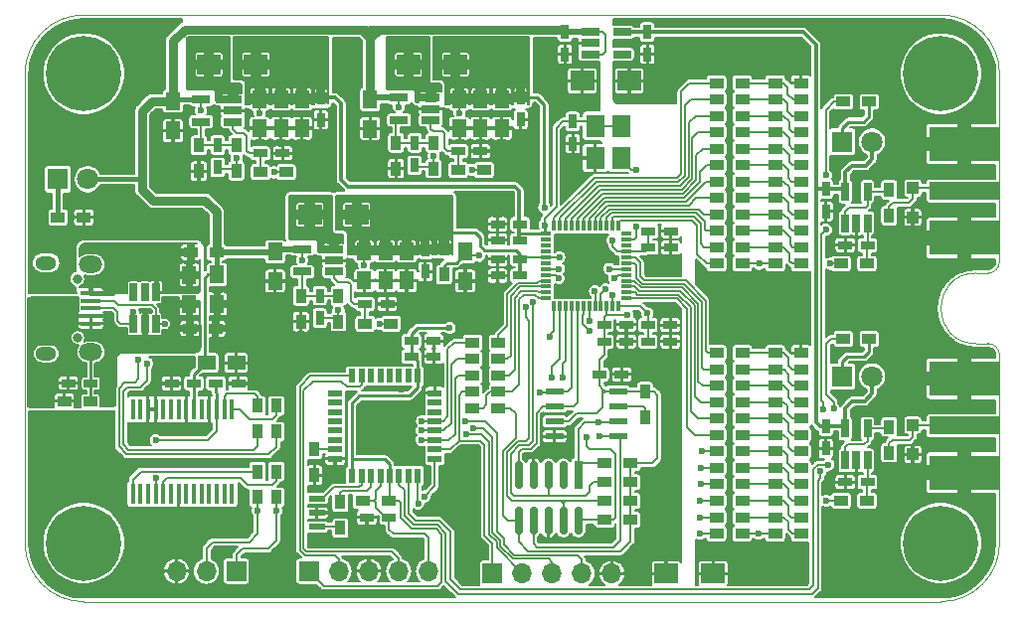
<source format=gbr>
G04 #@! TF.GenerationSoftware,KiCad,Pcbnew,(5.1.2)-1*
G04 #@! TF.CreationDate,2019-07-27T14:33:51+02:00*
G04 #@! TF.ProjectId,arbitrary_func_gen,61726269-7472-4617-9279-5f66756e635f,REV1.0*
G04 #@! TF.SameCoordinates,Original*
G04 #@! TF.FileFunction,Copper,L1,Top*
G04 #@! TF.FilePolarity,Positive*
%FSLAX46Y46*%
G04 Gerber Fmt 4.6, Leading zero omitted, Abs format (unit mm)*
G04 Created by KiCad (PCBNEW (5.1.2)-1) date 2019-07-27 14:33:51*
%MOMM*%
%LPD*%
G04 APERTURE LIST*
%ADD10C,0.100000*%
%ADD11R,1.400000X0.500000*%
%ADD12R,2.000000X1.700000*%
%ADD13R,0.900000X1.200000*%
%ADD14R,1.200000X0.750000*%
%ADD15R,2.799999X2.799999*%
%ADD16R,0.300000X0.850000*%
%ADD17R,0.850000X0.300000*%
%ADD18R,1.200000X0.900000*%
%ADD19R,1.700000X1.700000*%
%ADD20O,1.700000X1.700000*%
%ADD21R,6.000000X1.500000*%
%ADD22R,6.000001X2.999999*%
%ADD23O,1.800000X1.150000*%
%ADD24O,2.000000X1.450000*%
%ADD25R,1.700000X0.450000*%
%ADD26C,0.800000*%
%ADD27R,1.560000X0.650000*%
%ADD28R,1.800000X1.800000*%
%ADD29C,1.800000*%
%ADD30R,1.250000X1.500000*%
%ADD31R,0.750000X1.200000*%
%ADD32R,1.650000X1.950000*%
%ADD33R,0.650000X1.560000*%
%ADD34R,1.550000X0.600000*%
%ADD35R,0.450000X1.750000*%
%ADD36R,0.600000X1.200000*%
%ADD37R,1.200000X0.600000*%
%ADD38O,0.760000X2.400000*%
%ADD39R,0.760000X2.400000*%
%ADD40R,1.000000X1.000000*%
%ADD41R,1.500000X1.250000*%
%ADD42C,6.400000*%
%ADD43C,0.600000*%
%ADD44C,0.254000*%
%ADD45C,0.381000*%
%ADD46C,0.304800*%
%ADD47C,0.203200*%
%ADD48C,0.762000*%
%ADD49C,0.508000*%
%ADD50C,0.152400*%
G04 APERTURE END LIST*
D10*
X155000000Y-68000000D02*
X154000000Y-68000000D01*
X156000000Y-85000000D02*
X156000000Y-69000000D01*
X78000000Y-90000000D02*
X151000000Y-90000000D01*
X73000000Y-45000000D02*
X73000000Y-85000000D01*
X151000000Y-40000000D02*
X78000000Y-40000000D01*
X156000000Y-61000000D02*
X156000000Y-45000000D01*
X154000000Y-62000000D02*
X155000000Y-62000000D01*
X156000000Y-61000000D02*
G75*
G02X155000000Y-62000000I-1000000J0D01*
G01*
X154000000Y-68000000D02*
G75*
G02X154000000Y-62000000I0J3000000D01*
G01*
X155000000Y-68000000D02*
G75*
G02X156000000Y-69000000I0J-1000000D01*
G01*
X156000000Y-85000000D02*
G75*
G02X151000000Y-90000000I-5000000J0D01*
G01*
X78000000Y-90000000D02*
G75*
G02X73000000Y-85000000I0J5000000D01*
G01*
X73000000Y-45000000D02*
G75*
G02X78000000Y-40000000I5000000J0D01*
G01*
X151000000Y-40000000D02*
G75*
G02X156000000Y-45000000I0J-5000000D01*
G01*
D11*
X97860000Y-83620000D03*
X97860000Y-82420000D03*
X97860000Y-81220000D03*
D12*
X97260000Y-57020000D03*
X101260000Y-57020000D03*
X88660000Y-44220000D03*
X92660000Y-44220000D03*
X105660000Y-44220000D03*
X109660000Y-44220000D03*
D13*
X99860000Y-81520000D03*
X99860000Y-83720000D03*
D14*
X107810000Y-69110000D03*
X105910000Y-69110000D03*
D15*
X120825000Y-61400000D03*
D16*
X118050000Y-57975000D03*
X118550000Y-57975000D03*
X119050000Y-57975000D03*
X119550000Y-57975000D03*
X120050000Y-57975000D03*
X120550000Y-57975000D03*
X121050000Y-57975000D03*
X121550000Y-57975000D03*
X122050000Y-57975000D03*
X122550000Y-57975000D03*
X123050000Y-57975000D03*
X123550000Y-57975000D03*
D17*
X124225000Y-58650000D03*
X124225000Y-59150000D03*
X124225000Y-59650000D03*
X124225000Y-60150000D03*
X124225000Y-60650000D03*
X124225000Y-61150000D03*
X124225000Y-61650000D03*
X124225000Y-62150000D03*
X124225000Y-62650000D03*
X124225000Y-63150000D03*
X124225000Y-63650000D03*
X124225000Y-64150000D03*
D16*
X123550000Y-64825000D03*
X123050000Y-64825000D03*
X122550000Y-64825000D03*
X122050000Y-64825000D03*
X121550000Y-64825000D03*
X121050000Y-64825000D03*
X120550000Y-64825000D03*
X120050000Y-64825000D03*
X119550000Y-64825000D03*
X119050000Y-64825000D03*
X118550000Y-64825000D03*
X118050000Y-64825000D03*
D17*
X117375000Y-64150000D03*
X117375000Y-63650000D03*
X117375000Y-63150000D03*
X117375000Y-62650000D03*
X117375000Y-62150000D03*
X117375000Y-61650000D03*
X117375000Y-61150000D03*
X117375000Y-60650000D03*
X117375000Y-60150000D03*
X117375000Y-59650000D03*
X117375000Y-59150000D03*
X117375000Y-58650000D03*
D18*
X124560000Y-79820000D03*
X122360000Y-79820000D03*
D19*
X91000000Y-87400000D03*
D20*
X88460000Y-87400000D03*
X85920000Y-87400000D03*
D12*
X131600000Y-87600000D03*
X127600000Y-87600000D03*
X124460000Y-45620000D03*
X120460000Y-45620000D03*
D21*
X153000000Y-55000000D03*
D22*
X153000000Y-51000000D03*
X153000000Y-59000000D03*
D21*
X153000000Y-75000000D03*
D22*
X153000000Y-71000000D03*
X153000000Y-79000000D03*
D23*
X74800000Y-61125000D03*
X74800000Y-68875000D03*
D24*
X78600000Y-68725000D03*
X78600000Y-61275000D03*
D25*
X78600000Y-65650000D03*
X78600000Y-64350000D03*
X78600000Y-66300000D03*
X78600000Y-63700000D03*
X78600000Y-65000000D03*
D26*
X77500000Y-67500000D03*
X77500000Y-62500000D03*
D27*
X90700000Y-49100000D03*
X90700000Y-48150000D03*
X90700000Y-47200000D03*
X88000000Y-47200000D03*
X88000000Y-49100000D03*
X107550000Y-48950000D03*
X107550000Y-48000000D03*
X107550000Y-47050000D03*
X104850000Y-47050000D03*
X104850000Y-48950000D03*
X99330000Y-61880000D03*
X99330000Y-60930000D03*
X99330000Y-59980000D03*
X96630000Y-59980000D03*
X96630000Y-61880000D03*
X121150000Y-41450000D03*
X121150000Y-42400000D03*
X121150000Y-43350000D03*
X123850000Y-43350000D03*
X123850000Y-41450000D03*
D18*
X75800000Y-57250000D03*
X78000000Y-57250000D03*
D13*
X108700000Y-62130000D03*
X108700000Y-59930000D03*
X87800000Y-51100000D03*
X87800000Y-53300000D03*
X91000000Y-53290000D03*
X91000000Y-51090000D03*
X104600000Y-50900000D03*
X104600000Y-53100000D03*
X107800000Y-53100000D03*
X107800000Y-50900000D03*
X96500000Y-63940000D03*
X96500000Y-66140000D03*
X99700000Y-66130000D03*
X99700000Y-63930000D03*
D18*
X95250000Y-53400000D03*
X93050000Y-53400000D03*
X112100000Y-53200000D03*
X109900000Y-53200000D03*
X104160000Y-66300000D03*
X101960000Y-66300000D03*
X87030000Y-66720000D03*
X89230000Y-66720000D03*
X87100000Y-60230000D03*
X89300000Y-60230000D03*
D28*
X75800000Y-54000000D03*
D29*
X78340000Y-54000000D03*
D30*
X110500000Y-60180000D03*
X110500000Y-62680000D03*
X93000000Y-47150000D03*
X93000000Y-49650000D03*
X110000000Y-47150000D03*
X110000000Y-49650000D03*
X103700000Y-60130000D03*
X103700000Y-62630000D03*
X96580000Y-47150000D03*
X96580000Y-49650000D03*
X111800000Y-47150000D03*
X111800000Y-49650000D03*
X105500000Y-60130000D03*
X105500000Y-62630000D03*
X94800000Y-47150000D03*
X94800000Y-49650000D03*
X113600000Y-47150000D03*
X113600000Y-49650000D03*
X101900000Y-60130000D03*
X101900000Y-62630000D03*
D31*
X98200000Y-47050000D03*
X98200000Y-48950000D03*
X115200000Y-47000000D03*
X115200000Y-48900000D03*
X107100000Y-59980000D03*
X107100000Y-61880000D03*
X89400000Y-52990000D03*
X89400000Y-51090000D03*
X106200000Y-52800000D03*
X106200000Y-50900000D03*
X98100000Y-65830000D03*
X98100000Y-63930000D03*
D14*
X93050000Y-51800000D03*
X94950000Y-51800000D03*
X109900000Y-51600000D03*
X111800000Y-51600000D03*
X101950000Y-64630000D03*
X103850000Y-64630000D03*
D30*
X85600000Y-47350000D03*
X85600000Y-49850000D03*
X102400000Y-47200000D03*
X102400000Y-49700000D03*
X94300000Y-60180000D03*
X94300000Y-62680000D03*
D31*
X126000000Y-41450000D03*
X126000000Y-43350000D03*
X119000000Y-41450000D03*
X119000000Y-43350000D03*
D30*
X89340000Y-62130000D03*
X89340000Y-64630000D03*
X87000000Y-62150000D03*
X87000000Y-64650000D03*
D32*
X121560000Y-49445000D03*
X121560000Y-52195000D03*
X123760000Y-52195000D03*
X123760000Y-49445000D03*
D33*
X142850000Y-77950000D03*
X143800000Y-77950000D03*
X144750000Y-77950000D03*
X144750000Y-75250000D03*
X142850000Y-75250000D03*
X142850000Y-57750000D03*
X143800000Y-57750000D03*
X144750000Y-57750000D03*
X144750000Y-55050000D03*
X142850000Y-55050000D03*
D34*
X118100000Y-72095000D03*
X118100000Y-73365000D03*
X118100000Y-74635000D03*
X118100000Y-75905000D03*
X123500000Y-75905000D03*
X123500000Y-74635000D03*
X123500000Y-73365000D03*
X123500000Y-72095000D03*
D33*
X82250000Y-66350000D03*
X83200000Y-66350000D03*
X84150000Y-66350000D03*
X84150000Y-63650000D03*
X82250000Y-63650000D03*
X83200000Y-63650000D03*
D35*
X82175000Y-80800000D03*
X82825000Y-80800000D03*
X83475000Y-80800000D03*
X84125000Y-80800000D03*
X84775000Y-80800000D03*
X85425000Y-80800000D03*
X86075000Y-80800000D03*
X86725000Y-80800000D03*
X87375000Y-80800000D03*
X88025000Y-80800000D03*
X88675000Y-80800000D03*
X89325000Y-80800000D03*
X89975000Y-80800000D03*
X90625000Y-80800000D03*
X90625000Y-73600000D03*
X89975000Y-73600000D03*
X89325000Y-73600000D03*
X88675000Y-73600000D03*
X88025000Y-73600000D03*
X87375000Y-73600000D03*
X86725000Y-73600000D03*
X86075000Y-73600000D03*
X85425000Y-73600000D03*
X84775000Y-73600000D03*
X84125000Y-73600000D03*
X83475000Y-73600000D03*
X82825000Y-73600000D03*
X82175000Y-73600000D03*
D36*
X100860000Y-79270000D03*
X101660000Y-79270000D03*
X102460000Y-79270000D03*
X103260000Y-79270000D03*
X104060000Y-79270000D03*
X104860000Y-79270000D03*
X105660000Y-79270000D03*
X106460000Y-79270000D03*
D37*
X107910000Y-77820000D03*
X107910000Y-77020000D03*
X107910000Y-76220000D03*
X107910000Y-75420000D03*
X107910000Y-74620000D03*
X107910000Y-73820000D03*
X107910000Y-73020000D03*
X107910000Y-72220000D03*
D36*
X106460000Y-70770000D03*
X105660000Y-70770000D03*
X104860000Y-70770000D03*
X104060000Y-70770000D03*
X103260000Y-70770000D03*
X102460000Y-70770000D03*
X101660000Y-70770000D03*
X100860000Y-70770000D03*
D37*
X99410000Y-72220000D03*
X99410000Y-73020000D03*
X99410000Y-73820000D03*
X99410000Y-74620000D03*
X99410000Y-75420000D03*
X99410000Y-76220000D03*
X99410000Y-77020000D03*
X99410000Y-77820000D03*
D18*
X113310000Y-67920000D03*
X111110000Y-67920000D03*
X113310000Y-69320000D03*
X111110000Y-69320000D03*
X144900000Y-67600000D03*
X142700000Y-67600000D03*
X144900000Y-47400000D03*
X142700000Y-47400000D03*
X113310000Y-73520000D03*
X111110000Y-73520000D03*
X113310000Y-70720000D03*
X111110000Y-70720000D03*
X113310000Y-72120000D03*
X111110000Y-72120000D03*
D13*
X94400000Y-81100000D03*
X94400000Y-78900000D03*
X92800000Y-81100000D03*
X92800000Y-78900000D03*
X97660000Y-77010000D03*
X97660000Y-79210000D03*
D18*
X103960000Y-81420000D03*
X101760000Y-81420000D03*
D13*
X92800000Y-75500000D03*
X92800000Y-73300000D03*
X94400000Y-75500000D03*
X94400000Y-73300000D03*
X146600000Y-77300000D03*
X146600000Y-75100000D03*
D18*
X136900000Y-68800000D03*
X139100000Y-68800000D03*
X136900000Y-70200000D03*
X139100000Y-70200000D03*
X136900000Y-71600000D03*
X139100000Y-71600000D03*
X136900000Y-73000000D03*
X139100000Y-73000000D03*
X136900000Y-74400000D03*
X139100000Y-74400000D03*
X136900000Y-75800000D03*
X139100000Y-75800000D03*
X136900000Y-77200000D03*
X139100000Y-77200000D03*
X136900000Y-78600000D03*
X139100000Y-78600000D03*
X136900000Y-80000000D03*
X139100000Y-80000000D03*
X136900000Y-81400000D03*
X139100000Y-81400000D03*
X136900000Y-82800000D03*
X139100000Y-82800000D03*
X136900000Y-84200000D03*
X139100000Y-84200000D03*
X134100000Y-68800000D03*
X131900000Y-68800000D03*
X134100000Y-70200000D03*
X131900000Y-70200000D03*
X134100000Y-71600000D03*
X131900000Y-71600000D03*
X134100000Y-73000000D03*
X131900000Y-73000000D03*
X134100000Y-74400000D03*
X131900000Y-74400000D03*
X134100000Y-75800000D03*
X131900000Y-75800000D03*
X134100000Y-77200000D03*
X131900000Y-77200000D03*
X134100000Y-78600000D03*
X131900000Y-78600000D03*
X134100000Y-80000000D03*
X131900000Y-80000000D03*
X134100000Y-81400000D03*
X131900000Y-81400000D03*
X134100000Y-82800000D03*
X131900000Y-82800000D03*
X134100000Y-84200000D03*
X131900000Y-84200000D03*
D13*
X146600000Y-57100000D03*
X146600000Y-54900000D03*
D18*
X136900000Y-45800000D03*
X139100000Y-45800000D03*
X136900000Y-47200000D03*
X139100000Y-47200000D03*
X136900000Y-48600000D03*
X139100000Y-48600000D03*
X136900000Y-50000000D03*
X139100000Y-50000000D03*
X136900000Y-51400000D03*
X139100000Y-51400000D03*
X136900000Y-52800000D03*
X139100000Y-52800000D03*
X136900000Y-54200000D03*
X139100000Y-54200000D03*
X136900000Y-55600000D03*
X139100000Y-55600000D03*
X136900000Y-57000000D03*
X139100000Y-57000000D03*
X136900000Y-58400000D03*
X139100000Y-58400000D03*
X136900000Y-59800000D03*
X139100000Y-59800000D03*
X136900000Y-61200000D03*
X139100000Y-61200000D03*
X134100000Y-45800000D03*
X131900000Y-45800000D03*
X134100000Y-47200000D03*
X131900000Y-47200000D03*
X134100000Y-48600000D03*
X131900000Y-48600000D03*
X134100000Y-50000000D03*
X131900000Y-50000000D03*
X134100000Y-51400000D03*
X131900000Y-51400000D03*
X134100000Y-52800000D03*
X131900000Y-52800000D03*
X134100000Y-54200000D03*
X131900000Y-54200000D03*
X134100000Y-55600000D03*
X131900000Y-55600000D03*
X134100000Y-57000000D03*
X131900000Y-57000000D03*
X134100000Y-58400000D03*
X131900000Y-58400000D03*
X134100000Y-59800000D03*
X131900000Y-59800000D03*
X134100000Y-61200000D03*
X131900000Y-61200000D03*
D13*
X125800000Y-72100000D03*
X125800000Y-74300000D03*
D18*
X124560000Y-83020000D03*
X122360000Y-83020000D03*
X124560000Y-78220000D03*
X122360000Y-78220000D03*
X124560000Y-81420000D03*
X122360000Y-81420000D03*
X78560000Y-72920000D03*
X76360000Y-72920000D03*
X144700000Y-81400000D03*
X142500000Y-81400000D03*
X144700000Y-61200000D03*
X142500000Y-61200000D03*
D19*
X112800000Y-87590000D03*
D20*
X115340000Y-87590000D03*
X117880000Y-87590000D03*
X120420000Y-87590000D03*
X122960000Y-87590000D03*
D19*
X97200000Y-87400000D03*
D20*
X99740000Y-87400000D03*
X102280000Y-87400000D03*
X104820000Y-87400000D03*
X107360000Y-87400000D03*
D38*
X115039600Y-79212400D03*
X115039600Y-83112400D03*
X116309600Y-79212400D03*
X116309600Y-83112400D03*
X117579600Y-79212400D03*
X117579600Y-83112400D03*
X118849600Y-79212400D03*
X118849600Y-83112400D03*
D39*
X120119600Y-79212400D03*
D38*
X120119600Y-83112400D03*
D40*
X148600000Y-74950000D03*
X148600000Y-77450000D03*
D28*
X142600000Y-70800000D03*
D29*
X145140000Y-70800000D03*
D28*
X142600000Y-50800000D03*
D29*
X145140000Y-50800000D03*
D40*
X148600000Y-54750000D03*
X148600000Y-57250000D03*
D14*
X107810000Y-67780000D03*
X105910000Y-67780000D03*
X104010000Y-82820000D03*
X102110000Y-82820000D03*
D41*
X90990000Y-69660000D03*
X88490000Y-69660000D03*
D14*
X85480000Y-71400000D03*
X87380000Y-71400000D03*
X91150000Y-71400000D03*
X89250000Y-71400000D03*
X144750000Y-79800000D03*
X142850000Y-79800000D03*
D31*
X141200000Y-54850000D03*
X141200000Y-56750000D03*
D14*
X144750000Y-59600000D03*
X142850000Y-59600000D03*
D31*
X141200000Y-75050000D03*
X141200000Y-76950000D03*
D14*
X123810000Y-70620000D03*
X121910000Y-70620000D03*
D31*
X119660000Y-49070000D03*
X119660000Y-50970000D03*
D14*
X122310000Y-67820000D03*
X124210000Y-67820000D03*
X122310000Y-66380000D03*
X124210000Y-66380000D03*
X126050000Y-67820000D03*
X127950000Y-67820000D03*
X115150000Y-57820000D03*
X113250000Y-57820000D03*
X126050000Y-66420000D03*
X127950000Y-66420000D03*
X115150000Y-59200000D03*
X113250000Y-59200000D03*
X115150000Y-62220000D03*
X113250000Y-62220000D03*
X126110000Y-58420000D03*
X128010000Y-58420000D03*
X115150000Y-60800000D03*
X113250000Y-60800000D03*
X126110000Y-59820000D03*
X128010000Y-59820000D03*
X76700000Y-71380000D03*
X78600000Y-71380000D03*
D42*
X151000000Y-85000000D03*
X78000000Y-45000000D03*
X151000000Y-45000000D03*
X78000000Y-85000000D03*
D43*
X77060000Y-64400000D03*
X77060000Y-65820000D03*
X76460000Y-68420000D03*
X80060000Y-66820000D03*
X80060000Y-65820000D03*
X73760000Y-70220000D03*
X75260000Y-70220000D03*
X75060000Y-72820000D03*
X75260000Y-71420000D03*
X73870000Y-64420000D03*
X73860000Y-65820000D03*
X73830000Y-67220000D03*
X75460000Y-67220000D03*
X75460000Y-65820000D03*
X75460000Y-64420000D03*
X73660000Y-72820000D03*
X73660000Y-71420000D03*
X76660000Y-70020000D03*
X144460000Y-62620000D03*
X144460000Y-63820000D03*
X144460000Y-66220000D03*
X142060000Y-66220000D03*
X142060000Y-63820000D03*
X142060000Y-62620000D03*
X144460000Y-65020000D03*
X142060000Y-65020000D03*
X144260000Y-86620000D03*
X141860000Y-86620000D03*
X146660000Y-88220000D03*
X144260000Y-88220000D03*
X148660000Y-88220000D03*
X146660000Y-86620000D03*
X141860000Y-84820000D03*
X146660000Y-84820000D03*
X141860000Y-83220000D03*
X141860000Y-88220000D03*
X144260000Y-83220000D03*
X146660000Y-83220000D03*
X144260000Y-84820000D03*
X149260000Y-60020000D03*
X146860000Y-60020000D03*
X149260000Y-58820000D03*
X146860000Y-58820000D03*
X146860000Y-61420000D03*
X149260000Y-61420000D03*
X146860000Y-65020000D03*
X146860000Y-67620000D03*
X149260000Y-65020000D03*
X149260000Y-71220000D03*
X149260000Y-68820000D03*
X146860000Y-62620000D03*
X146860000Y-71220000D03*
X149260000Y-67620000D03*
X149260000Y-62620000D03*
X149260000Y-63820000D03*
X146860000Y-68820000D03*
X149260000Y-70020000D03*
X149260000Y-66220000D03*
X149260000Y-72420000D03*
X146860000Y-72420000D03*
X146860000Y-70020000D03*
X146860000Y-66220000D03*
X146860000Y-63820000D03*
X153660000Y-73620000D03*
X155260000Y-73620000D03*
X152860000Y-73620000D03*
X154460000Y-73620000D03*
X148860000Y-73620000D03*
X152060000Y-73620000D03*
X151260000Y-73620000D03*
X150460000Y-73620000D03*
X149660000Y-73620000D03*
X147260000Y-73620000D03*
X148060000Y-73620000D03*
X146460000Y-73620000D03*
X145660000Y-73620000D03*
X144860000Y-73620000D03*
X152060000Y-76420000D03*
X151260000Y-76420000D03*
X150460000Y-76420000D03*
X149660000Y-76420000D03*
X154460000Y-76420000D03*
X152860000Y-76420000D03*
X155260000Y-76420000D03*
X153660000Y-76420000D03*
X153660000Y-56420000D03*
X155260000Y-56420000D03*
X152860000Y-56420000D03*
X154460000Y-56420000D03*
X152060000Y-56420000D03*
X151260000Y-56420000D03*
X150460000Y-56420000D03*
X149660000Y-56420000D03*
X146060000Y-44420000D03*
X143660000Y-44420000D03*
X141260000Y-44420000D03*
X146060000Y-46020000D03*
X143660000Y-46020000D03*
X141260000Y-46020000D03*
X146060000Y-41020000D03*
X143660000Y-41020000D03*
X141260000Y-41020000D03*
X148460000Y-41020000D03*
X146060000Y-42620000D03*
X143660000Y-42620000D03*
X141260000Y-42620000D03*
X134260000Y-66220000D03*
X139060000Y-66220000D03*
X136660000Y-66220000D03*
X131860000Y-66220000D03*
X131860000Y-63820000D03*
X134260000Y-63820000D03*
X139060000Y-63820000D03*
X136660000Y-63820000D03*
X134260000Y-65020000D03*
X139060000Y-65020000D03*
X136660000Y-65020000D03*
X131860000Y-65020000D03*
X139060000Y-62620000D03*
X131860000Y-62620000D03*
X134260000Y-62620000D03*
X136660000Y-62620000D03*
X134260000Y-86820000D03*
X139060000Y-86820000D03*
X136660000Y-86820000D03*
X134260000Y-88020000D03*
X139060000Y-88020000D03*
X136660000Y-88020000D03*
X139060000Y-85620000D03*
X134260000Y-85620000D03*
X136660000Y-85620000D03*
X133060000Y-85620000D03*
X131860000Y-85620000D03*
X139260000Y-44420000D03*
X134460000Y-44420000D03*
X136860000Y-44420000D03*
X132060000Y-44420000D03*
X139260000Y-42820000D03*
X134460000Y-42820000D03*
X136860000Y-42820000D03*
X132060000Y-42820000D03*
X129460000Y-42820000D03*
X127060000Y-44420000D03*
X129460000Y-44420000D03*
X127060000Y-42820000D03*
X140300000Y-75830000D03*
X140300000Y-76600000D03*
X140280000Y-77470000D03*
X141660000Y-79300000D03*
X141430000Y-80200000D03*
X141630000Y-59150000D03*
X141630000Y-59950000D03*
X142040000Y-56040000D03*
X141940000Y-57780000D03*
X131860000Y-67420000D03*
X134260000Y-67420000D03*
X136660000Y-67420000D03*
X139060000Y-67420000D03*
X130660000Y-85620000D03*
X123660000Y-47220000D03*
X125260000Y-47220000D03*
X127060000Y-47220000D03*
X127060000Y-45820000D03*
X155260000Y-53420000D03*
X154460000Y-53420000D03*
X153660000Y-53420000D03*
X152860000Y-53420000D03*
X152060000Y-53420000D03*
X151260000Y-53420000D03*
X150460000Y-53420000D03*
X149660000Y-53420000D03*
X148860000Y-53420000D03*
X148060000Y-53420000D03*
X147260000Y-53420000D03*
X146460000Y-53420000D03*
X145660000Y-53420000D03*
X144860000Y-53420000D03*
X135460000Y-85620000D03*
X135460000Y-88020000D03*
X137860000Y-85620000D03*
X137860000Y-88020000D03*
X137860000Y-86820000D03*
X135460000Y-86820000D03*
X127060000Y-40620000D03*
X129460000Y-40620000D03*
X132060000Y-40620000D03*
X134460000Y-40620000D03*
X136860000Y-40620000D03*
X139260000Y-40620000D03*
X148460000Y-48820000D03*
X148460000Y-50420000D03*
X148460000Y-52220000D03*
X146660000Y-48820000D03*
X146660000Y-50420000D03*
X146660000Y-52220000D03*
X148660000Y-78620000D03*
X148660000Y-81420000D03*
X146460000Y-81420000D03*
X146460000Y-78620000D03*
X146460000Y-80020000D03*
X148660000Y-80020000D03*
X84890000Y-66340000D03*
X83400000Y-69710000D03*
X82250000Y-65270000D03*
X82680000Y-69370000D03*
X88000000Y-48140000D03*
X94200000Y-53410000D03*
X104840000Y-47860000D03*
X111050000Y-53190000D03*
X103180000Y-66310000D03*
X96590000Y-60910000D03*
X121500000Y-61900000D03*
X121500000Y-60800000D03*
X120100000Y-61900000D03*
X120100000Y-60800000D03*
X84070000Y-51220000D03*
X85260000Y-51220000D03*
X86460000Y-51220000D03*
X84260000Y-69520000D03*
X85400000Y-69520000D03*
X86660000Y-69520000D03*
X84260000Y-71220000D03*
X82660000Y-75440000D03*
X83960000Y-75330000D03*
X85450000Y-75330000D03*
X87090000Y-75380000D03*
X88370000Y-75380000D03*
X122735000Y-84245000D03*
X121960000Y-84245000D03*
X121110000Y-84245000D03*
X116960000Y-84720000D03*
X118260000Y-84745000D03*
X119510000Y-84720000D03*
X100880000Y-49000000D03*
X100860000Y-50160000D03*
X100840000Y-51420000D03*
X102060000Y-51420000D03*
X103280000Y-51420000D03*
X120170000Y-52320000D03*
X119120000Y-52320000D03*
X120190000Y-53260000D03*
X119080000Y-53330000D03*
X120140000Y-54150000D03*
X118960000Y-55430000D03*
X119060000Y-54360000D03*
X117260000Y-45020000D03*
X118660000Y-46020000D03*
X118660000Y-45020000D03*
X116660000Y-42220000D03*
X117860000Y-42220000D03*
X117870000Y-43240000D03*
X116660000Y-44220000D03*
X116660000Y-43240000D03*
X117860000Y-44220000D03*
X113660000Y-51820000D03*
X115060000Y-53220000D03*
X115060000Y-50620000D03*
X115060000Y-51820000D03*
X116330000Y-48420000D03*
X116330000Y-49620000D03*
X116340000Y-50620000D03*
X106660000Y-73420000D03*
X101860000Y-73420000D03*
X103540000Y-73420000D03*
X105260000Y-73420000D03*
X105050000Y-71880000D03*
X103070000Y-71860000D03*
X100600000Y-72330000D03*
X98860000Y-78900000D03*
X118530000Y-63670000D03*
X119670000Y-63690000D03*
X101860000Y-74820000D03*
X101860000Y-76420000D03*
X105260000Y-74820000D03*
X126250000Y-61020000D03*
X127460000Y-61020000D03*
X128660000Y-61020000D03*
X126260000Y-61820000D03*
X128660000Y-61820000D03*
X127460000Y-61820000D03*
X119560000Y-76220000D03*
X116560000Y-77520000D03*
X119060000Y-76920000D03*
X118060000Y-76920000D03*
X117160000Y-76920000D03*
X117560000Y-77520000D03*
X118560000Y-77520000D03*
X123060000Y-69020000D03*
X124260000Y-69020000D03*
X125460000Y-69020000D03*
X126660000Y-69020000D03*
X127860000Y-69020000D03*
X125460000Y-70020000D03*
X126660000Y-70020000D03*
X127860000Y-70020000D03*
X125460000Y-71020000D03*
X126660000Y-71020000D03*
X127860000Y-71020000D03*
X127860000Y-72220000D03*
X127860000Y-73420000D03*
X127860000Y-74820000D03*
X127860000Y-76220000D03*
X127860000Y-77820000D03*
X127860000Y-79420000D03*
X127860000Y-80820000D03*
X127860000Y-82220000D03*
X127860000Y-83620000D03*
X127860000Y-85020000D03*
X126060000Y-85020000D03*
X126060000Y-83620000D03*
X126060000Y-82220000D03*
X126060000Y-80820000D03*
X126060000Y-79420000D03*
X125660000Y-86620000D03*
X125660000Y-88020000D03*
X124460000Y-86620000D03*
X124460000Y-88020000D03*
X90660000Y-61220000D03*
X91860000Y-61220000D03*
X93060000Y-61220000D03*
X90660000Y-63220000D03*
X90660000Y-65220000D03*
X90660000Y-67220000D03*
X91860000Y-63220000D03*
X92060000Y-65220000D03*
X92060000Y-67220000D03*
X93060000Y-63220000D03*
X93460000Y-65220000D03*
X93460000Y-67220000D03*
X95060000Y-67220000D03*
X93460000Y-69220000D03*
X95060000Y-69220000D03*
X93460000Y-71220000D03*
X95060000Y-71220000D03*
X95060000Y-65220000D03*
X93460000Y-67220000D03*
X95060000Y-67220000D03*
X93460000Y-69220000D03*
X95060000Y-69220000D03*
X93460000Y-71220000D03*
X95060000Y-71220000D03*
X96460000Y-67820000D03*
X98260000Y-67820000D03*
X100060000Y-67820000D03*
X101860000Y-67820000D03*
X103660000Y-67820000D03*
X103660000Y-69220000D03*
X101860000Y-69220000D03*
X100060000Y-69220000D03*
X98260000Y-69220000D03*
X96460000Y-69220000D03*
X110260000Y-55420000D03*
X111660000Y-55420000D03*
X113060000Y-55420000D03*
X114260000Y-55420000D03*
X114260000Y-56620000D03*
X113060000Y-56620000D03*
X111660000Y-56620000D03*
X110260000Y-56620000D03*
X111660000Y-57820000D03*
X110260000Y-57820000D03*
X105460000Y-64220000D03*
X106860000Y-64220000D03*
X108260000Y-64220000D03*
X109660000Y-64220000D03*
X111860000Y-64220000D03*
X113260000Y-64220000D03*
X111860000Y-65220000D03*
X113260000Y-65220000D03*
X111860000Y-66420000D03*
X113260000Y-66420000D03*
X111860000Y-63020000D03*
X113260000Y-63020000D03*
X111860000Y-61820000D03*
X105460000Y-65220000D03*
X106860000Y-65220000D03*
X108260000Y-65220000D03*
X109660000Y-65220000D03*
X106860000Y-63220000D03*
X107860000Y-63220000D03*
X93860000Y-51020000D03*
X94860000Y-51020000D03*
X95860000Y-51020000D03*
X96860000Y-51020000D03*
X97860000Y-51020000D03*
X98860000Y-51020000D03*
X97860000Y-50220000D03*
X98860000Y-50220000D03*
X98860000Y-52220000D03*
X97660000Y-52220000D03*
X96460000Y-52220000D03*
X96460000Y-53420000D03*
X97660000Y-53420000D03*
X98860000Y-53420000D03*
X98860000Y-54620000D03*
X97660000Y-54620000D03*
X96460000Y-54620000D03*
X84040000Y-48820000D03*
X84060000Y-50020000D03*
X84060000Y-52420000D03*
X85260000Y-52420000D03*
X86460000Y-52420000D03*
X84060000Y-53620000D03*
X85260000Y-53620000D03*
X86460000Y-53620000D03*
X85260000Y-54820000D03*
X86460000Y-54820000D03*
X87860000Y-54820000D03*
X89260000Y-54820000D03*
X90460000Y-54820000D03*
X91860000Y-54820000D03*
X93060000Y-54820000D03*
X94260000Y-54820000D03*
X91060000Y-56220000D03*
X92460000Y-56220000D03*
X93860000Y-56220000D03*
X94260000Y-57820000D03*
X92993332Y-57820000D03*
X91726666Y-57820000D03*
X90460000Y-57820000D03*
X99860000Y-42220000D03*
X101260000Y-42220000D03*
X101260000Y-43620000D03*
X101260000Y-45220000D03*
X99860000Y-43620000D03*
X99860000Y-45220000D03*
X100860000Y-46620000D03*
X100860000Y-47820000D03*
X100860000Y-52620000D03*
X102060000Y-52620000D03*
X103260000Y-52620000D03*
X103260000Y-53820000D03*
X102060000Y-53820000D03*
X100860000Y-53820000D03*
X116260000Y-51820000D03*
X116260000Y-53220000D03*
X116260000Y-54620000D03*
X116260000Y-56020000D03*
X116260000Y-57220000D03*
X113660000Y-53220000D03*
X79660000Y-55420000D03*
X81860000Y-55420000D03*
X79660000Y-57020000D03*
X81860000Y-57020000D03*
X84260000Y-57020000D03*
X86460000Y-57020000D03*
X79660000Y-58620000D03*
X81860000Y-58620000D03*
X84260000Y-58620000D03*
X86460000Y-58620000D03*
X78060000Y-58620000D03*
X76060000Y-58620000D03*
X74060000Y-58620000D03*
X74260000Y-52220000D03*
X76460000Y-52220000D03*
X78860000Y-52220000D03*
X81260000Y-52220000D03*
X81260000Y-49820000D03*
X78860000Y-49820000D03*
X76460000Y-49820000D03*
X74260000Y-49820000D03*
X84060000Y-41220000D03*
X84060000Y-43220000D03*
X84060000Y-45420000D03*
X81860000Y-41220000D03*
X81860000Y-43220000D03*
X81860000Y-45420000D03*
X81660000Y-47620000D03*
X117260000Y-46020000D03*
X121460000Y-47020000D03*
X120260000Y-47020000D03*
X118060000Y-47020000D03*
X119060000Y-47020000D03*
X121460000Y-47820000D03*
X120260000Y-47820000D03*
X119060000Y-47820000D03*
X118060000Y-47820000D03*
X118060000Y-48620000D03*
X103460000Y-74820000D03*
X103460000Y-76420000D03*
X105260000Y-76420000D03*
X104860000Y-77820000D03*
X106460000Y-77820000D03*
X110860000Y-77420000D03*
X110860000Y-78820000D03*
X110860000Y-80220000D03*
X110860000Y-81620000D03*
X110860000Y-83020000D03*
X110860000Y-84620000D03*
X110860000Y-86020000D03*
X110860000Y-87420000D03*
X109660000Y-78020000D03*
X109660000Y-79620000D03*
X109660000Y-81020000D03*
X109660000Y-82620000D03*
X99860000Y-79420000D03*
X128260000Y-64790000D03*
X127060000Y-64820000D03*
X127660000Y-65420000D03*
X74060000Y-74820000D03*
X76860000Y-74820000D03*
X79860000Y-74820000D03*
X76860000Y-77420000D03*
X79860000Y-77420000D03*
X74060000Y-77420000D03*
X76860000Y-80220000D03*
X80060000Y-80220000D03*
X74060000Y-80220000D03*
X82660000Y-83220000D03*
X85060000Y-83220000D03*
X87660000Y-83220000D03*
X90460000Y-83220000D03*
X82660000Y-85220000D03*
X85260000Y-85220000D03*
X87660000Y-85220000D03*
X82660000Y-87420000D03*
X92860000Y-86620000D03*
X95060000Y-86620000D03*
X92860000Y-88420000D03*
X95260000Y-88420000D03*
X95660000Y-72820000D03*
X95660000Y-74820000D03*
X95660000Y-77020000D03*
X95660000Y-79220000D03*
X85460000Y-70320000D03*
X86660000Y-70320000D03*
X84260000Y-70320000D03*
X84260000Y-72020000D03*
X97460000Y-84920000D03*
X98760000Y-84920000D03*
X100160000Y-84920000D03*
X101460000Y-84920000D03*
X102660000Y-84920000D03*
X103960000Y-84920000D03*
X105260000Y-84920000D03*
X106560000Y-84920000D03*
X105960000Y-85720000D03*
X102660000Y-83920000D03*
X101460000Y-83920000D03*
X100760000Y-82620000D03*
X99160000Y-82620000D03*
X120750000Y-62860000D03*
X119430000Y-62810000D03*
X99700000Y-65160000D03*
X101880000Y-61360000D03*
X118500000Y-60650000D03*
X122775000Y-61650000D03*
X109990000Y-48340000D03*
X107810000Y-52010000D03*
X117230000Y-56410000D03*
X126010000Y-65430000D03*
X93000000Y-48350000D03*
X91020000Y-52210000D03*
X117250000Y-57910000D03*
X123040000Y-59210000D03*
X109170000Y-66670000D03*
X124280000Y-65530000D03*
X123200000Y-62450000D03*
X111675000Y-60525000D03*
X84150000Y-76240000D03*
X84140000Y-79470000D03*
X117870000Y-70920000D03*
X121900000Y-75920000D03*
X118450000Y-62440000D03*
X116260000Y-64445000D03*
X118470000Y-61640000D03*
X115635000Y-64895000D03*
X118760000Y-70910000D03*
X121880000Y-74690000D03*
X120820000Y-76000000D03*
X116860000Y-72140000D03*
X135520000Y-61200000D03*
X141570000Y-61200000D03*
X135450000Y-84200000D03*
X141230000Y-81400000D03*
X130470000Y-84220000D03*
X117670000Y-67430000D03*
X130460000Y-82810000D03*
X121050000Y-66900000D03*
X130500000Y-81400000D03*
X121060000Y-66100000D03*
X121540000Y-63540000D03*
X130530000Y-79930000D03*
X122470000Y-63370000D03*
X130540000Y-78610000D03*
X123060000Y-63850000D03*
X130620000Y-77200000D03*
X92810000Y-82250000D03*
X107038000Y-81020000D03*
X94400000Y-82270000D03*
X106480000Y-81640000D03*
X140760000Y-78880000D03*
X141010000Y-73600000D03*
X141210000Y-58310000D03*
X141200000Y-53640000D03*
X141420000Y-78310000D03*
X141880000Y-73560000D03*
X125060000Y-53220000D03*
X125030000Y-58040000D03*
X106760000Y-76220000D03*
X110560000Y-75740000D03*
X106790000Y-75410000D03*
X111150000Y-75190000D03*
X106810000Y-74610000D03*
X110500000Y-74650000D03*
D44*
X78600000Y-65650000D02*
X78600000Y-66300000D01*
D45*
X87000000Y-64650000D02*
X87000000Y-66690000D01*
D44*
X78600000Y-72700000D02*
X78900000Y-73000000D01*
X78600000Y-68725000D02*
X78600000Y-72700000D01*
D45*
X84150000Y-62220000D02*
X84220000Y-62150000D01*
X84150000Y-63650000D02*
X84150000Y-62220000D01*
X84220000Y-62150000D02*
X87000000Y-62150000D01*
X81700000Y-62150000D02*
X84220000Y-62150000D01*
X81080000Y-62150000D02*
X81700000Y-62150000D01*
X80790000Y-62440000D02*
X81080000Y-62150000D01*
X80790000Y-63310000D02*
X80790000Y-62440000D01*
X78600000Y-63700000D02*
X80400000Y-63700000D01*
X80400000Y-63700000D02*
X80790000Y-63310000D01*
X87000000Y-60330000D02*
X87100000Y-60230000D01*
X87000000Y-62150000D02*
X87000000Y-60330000D01*
X78600000Y-63700000D02*
X78600000Y-63080000D01*
D46*
X142850000Y-79800000D02*
X143040000Y-79800000D01*
X142850000Y-59600000D02*
X143080000Y-59600000D01*
D47*
X84150000Y-65050000D02*
X84150000Y-66350000D01*
X83800000Y-64700000D02*
X84150000Y-65050000D01*
X80930000Y-64700000D02*
X83800000Y-64700000D01*
X78600000Y-64350000D02*
X80580000Y-64350000D01*
X80580000Y-64350000D02*
X80930000Y-64700000D01*
X84150000Y-66350000D02*
X84150000Y-66350000D01*
X84880000Y-66350000D02*
X84890000Y-66340000D01*
X84150000Y-66350000D02*
X84880000Y-66350000D01*
X92800000Y-76740000D02*
X92800000Y-75500000D01*
X92470000Y-77070000D02*
X92800000Y-76740000D01*
X81820000Y-77070000D02*
X92470000Y-77070000D01*
X81350000Y-76600000D02*
X81820000Y-77070000D01*
X83400000Y-71160000D02*
X82850000Y-71710000D01*
X82850000Y-71710000D02*
X81690000Y-71710000D01*
X81690000Y-71710000D02*
X81350000Y-72050000D01*
X81350000Y-72050000D02*
X81350000Y-76600000D01*
X83400000Y-69710000D02*
X83400000Y-71160000D01*
X80520000Y-65000000D02*
X78600000Y-65000000D01*
X80850000Y-65330000D02*
X80520000Y-65000000D01*
X80850000Y-66060000D02*
X80850000Y-65330000D01*
X82250000Y-66350000D02*
X81140000Y-66350000D01*
X81140000Y-66350000D02*
X80850000Y-66060000D01*
X82250000Y-66350000D02*
X82250000Y-65270000D01*
X94400000Y-76790000D02*
X94400000Y-75500000D01*
X93750000Y-77440000D02*
X94400000Y-76790000D01*
X81650000Y-77440000D02*
X93750000Y-77440000D01*
X80990000Y-76780000D02*
X81650000Y-77440000D01*
X80990000Y-71860000D02*
X80990000Y-76780000D01*
X81495610Y-71354390D02*
X80990000Y-71860000D01*
X82680000Y-69370000D02*
X82680000Y-71020000D01*
X82680000Y-71020000D02*
X82345610Y-71354390D01*
X82345610Y-71354390D02*
X81495610Y-71354390D01*
X146600000Y-77300000D02*
X146600000Y-76490000D01*
X146600000Y-76490000D02*
X146870000Y-76220000D01*
X146870000Y-76220000D02*
X148350000Y-76220000D01*
X148600000Y-75970000D02*
X148600000Y-74950000D01*
X148350000Y-76220000D02*
X148600000Y-75970000D01*
X152950000Y-74950000D02*
X153000000Y-75000000D01*
X148600000Y-74950000D02*
X152950000Y-74950000D01*
X146600000Y-57100000D02*
X146600000Y-56320000D01*
X146600000Y-56320000D02*
X146940000Y-55980000D01*
X146940000Y-55980000D02*
X148290000Y-55980000D01*
X148600000Y-55670000D02*
X148600000Y-54750000D01*
X148290000Y-55980000D02*
X148600000Y-55670000D01*
X152750000Y-54750000D02*
X153000000Y-55000000D01*
X148600000Y-54750000D02*
X152750000Y-54750000D01*
D45*
X89300000Y-62090000D02*
X89340000Y-62130000D01*
X89300000Y-60230000D02*
X89300000Y-62090000D01*
D48*
X83000000Y-54200000D02*
X83000000Y-48200000D01*
X83850000Y-47350000D02*
X85600000Y-47350000D01*
X83000000Y-48200000D02*
X83850000Y-47350000D01*
D45*
X85750000Y-47200000D02*
X88000000Y-47200000D01*
X85600000Y-47350000D02*
X85750000Y-47200000D01*
X82800000Y-54000000D02*
X83000000Y-54200000D01*
X78340000Y-54000000D02*
X82800000Y-54000000D01*
D48*
X83000000Y-54930000D02*
X83000000Y-54200000D01*
X83870000Y-55800000D02*
X83000000Y-54930000D01*
X88350000Y-55800000D02*
X83870000Y-55800000D01*
X89300000Y-60230000D02*
X89300000Y-56750000D01*
X89300000Y-56750000D02*
X88350000Y-55800000D01*
D47*
X88000000Y-47200000D02*
X88000000Y-48140000D01*
X95240000Y-53410000D02*
X95250000Y-53400000D01*
X94200000Y-53410000D02*
X95240000Y-53410000D01*
D49*
X104840000Y-47040000D02*
X104850000Y-47050000D01*
X102400000Y-47200000D02*
X102560000Y-47040000D01*
X102560000Y-47040000D02*
X104840000Y-47040000D01*
D47*
X104850000Y-47050000D02*
X104850000Y-47850000D01*
X104850000Y-47850000D02*
X104840000Y-47860000D01*
X112090000Y-53190000D02*
X112100000Y-53200000D01*
X111050000Y-53190000D02*
X112090000Y-53190000D01*
D48*
X85600000Y-47350000D02*
X85600000Y-42220000D01*
X85600000Y-42220000D02*
X86580000Y-41240000D01*
D49*
X119000000Y-41450000D02*
X121150000Y-41450000D01*
X102400000Y-41300000D02*
X102460000Y-41240000D01*
D48*
X102400000Y-41940000D02*
X102400000Y-41300000D01*
X102400000Y-47200000D02*
X102400000Y-41940000D01*
X86580000Y-41240000D02*
X102070000Y-41240000D01*
D49*
X102070000Y-41240000D02*
X102460000Y-41240000D01*
X103100000Y-41240000D02*
X103300000Y-41240000D01*
D48*
X102400000Y-41940000D02*
X103100000Y-41240000D01*
D49*
X101520000Y-41240000D02*
X102070000Y-41240000D01*
D48*
X102400000Y-41940000D02*
X101700000Y-41240000D01*
D49*
X101700000Y-41240000D02*
X101520000Y-41240000D01*
D47*
X122160000Y-43350000D02*
X121150000Y-43350000D01*
X122420000Y-43090000D02*
X122160000Y-43350000D01*
X122420000Y-41700000D02*
X122420000Y-43090000D01*
X121150000Y-41450000D02*
X122170000Y-41450000D01*
X122170000Y-41450000D02*
X122420000Y-41700000D01*
D49*
X94250000Y-60230000D02*
X94300000Y-60180000D01*
X89300000Y-60230000D02*
X94250000Y-60230000D01*
X94300000Y-60180000D02*
X94540000Y-59940000D01*
X96590000Y-59940000D02*
X96630000Y-59980000D01*
X94540000Y-59940000D02*
X96590000Y-59940000D01*
D47*
X104160000Y-66300000D02*
X103190000Y-66300000D01*
X103190000Y-66300000D02*
X103180000Y-66310000D01*
X96590000Y-60020000D02*
X96630000Y-59980000D01*
X96590000Y-60910000D02*
X96590000Y-60020000D01*
D44*
X88360000Y-69660000D02*
X88490000Y-69660000D01*
X87375000Y-73600000D02*
X87375000Y-70645000D01*
X87375000Y-70645000D02*
X88360000Y-69660000D01*
X88300000Y-69470000D02*
X88490000Y-69660000D01*
X88300000Y-62400000D02*
X88300000Y-69470000D01*
X89340000Y-62130000D02*
X88570000Y-62130000D01*
X88570000Y-62130000D02*
X88300000Y-62400000D01*
D49*
X118790000Y-41240000D02*
X119000000Y-41450000D01*
D48*
X102460000Y-41240000D02*
X118790000Y-41240000D01*
D45*
X89340000Y-64630000D02*
X89340000Y-66610000D01*
D46*
X142650000Y-75050000D02*
X142850000Y-75250000D01*
X141200000Y-75050000D02*
X142650000Y-75050000D01*
X142650000Y-54850000D02*
X142850000Y-55050000D01*
X141200000Y-54850000D02*
X142650000Y-54850000D01*
X141200000Y-75050000D02*
X140680000Y-75050000D01*
X140680000Y-75050000D02*
X140360000Y-74730000D01*
X140440000Y-54850000D02*
X140360000Y-54770000D01*
X141200000Y-54850000D02*
X140440000Y-54850000D01*
X140360000Y-74730000D02*
X140360000Y-54770000D01*
X145140000Y-50800000D02*
X145140000Y-52300000D01*
X145140000Y-52300000D02*
X144600000Y-52840000D01*
X144600000Y-52840000D02*
X143420000Y-52840000D01*
X142850000Y-53410000D02*
X142850000Y-55050000D01*
X143420000Y-52840000D02*
X142850000Y-53410000D01*
X145140000Y-70800000D02*
X145140000Y-72280000D01*
X145140000Y-72280000D02*
X144510000Y-72910000D01*
X144510000Y-72910000D02*
X143470000Y-72910000D01*
X142850000Y-73530000D02*
X142850000Y-75250000D01*
X143470000Y-72910000D02*
X142850000Y-73530000D01*
X123850000Y-41450000D02*
X126000000Y-41450000D01*
X140360000Y-44570000D02*
X140360000Y-54770000D01*
X140360000Y-42500000D02*
X140360000Y-44570000D01*
X126000000Y-41450000D02*
X139310000Y-41450000D01*
X139310000Y-41450000D02*
X140360000Y-42500000D01*
D47*
X101950000Y-66290000D02*
X101960000Y-66300000D01*
X101950000Y-64630000D02*
X101950000Y-66290000D01*
X100990000Y-64630000D02*
X101950000Y-64630000D01*
X99330000Y-62460000D02*
X99640000Y-62770000D01*
X99330000Y-61880000D02*
X99330000Y-62460000D01*
X99640000Y-62770000D02*
X100530000Y-62770000D01*
X100530000Y-62770000D02*
X100730000Y-62970000D01*
X100730000Y-62970000D02*
X100730000Y-64370000D01*
X100730000Y-64370000D02*
X100990000Y-64630000D01*
X109900000Y-53200000D02*
X109900000Y-51600000D01*
X108980000Y-51600000D02*
X109900000Y-51600000D01*
X107550000Y-49690000D02*
X107750000Y-49890000D01*
X107550000Y-48950000D02*
X107550000Y-49690000D01*
X107750000Y-49890000D02*
X108520000Y-49890000D01*
X108720000Y-50090000D02*
X108720000Y-51340000D01*
X108520000Y-49890000D02*
X108720000Y-50090000D01*
X108720000Y-51340000D02*
X108980000Y-51600000D01*
X90700000Y-49100000D02*
X90700000Y-49690000D01*
X90700000Y-49690000D02*
X91050000Y-50040000D01*
X91050000Y-50040000D02*
X91600000Y-50040000D01*
X91600000Y-50040000D02*
X91900000Y-50340000D01*
X91900000Y-50340000D02*
X91900000Y-51600000D01*
X92100000Y-51800000D02*
X93050000Y-51800000D01*
X91900000Y-51600000D02*
X92100000Y-51800000D01*
X93050000Y-51800000D02*
X93050000Y-53400000D01*
X99400000Y-65830000D02*
X99700000Y-66130000D01*
X98100000Y-65830000D02*
X99400000Y-65830000D01*
X99700000Y-66130000D02*
X99700000Y-65160000D01*
X101880000Y-60150000D02*
X101900000Y-60130000D01*
X101880000Y-61360000D02*
X101880000Y-60150000D01*
X117325000Y-60700000D02*
X117375000Y-60650000D01*
X115700000Y-60650000D02*
X117375000Y-60650000D01*
X115550000Y-60800000D02*
X115700000Y-60650000D01*
D44*
X108700000Y-58900000D02*
X108700000Y-59930000D01*
X109060000Y-58540000D02*
X108700000Y-58900000D01*
X111340000Y-58540000D02*
X109060000Y-58540000D01*
X112125000Y-60025000D02*
X111775000Y-59675000D01*
X111775000Y-59675000D02*
X111775000Y-58975000D01*
X111775000Y-58975000D02*
X111340000Y-58540000D01*
D47*
X117375000Y-60650000D02*
X118500000Y-60650000D01*
X122775000Y-61650000D02*
X124225000Y-61650000D01*
D46*
X115150000Y-62000000D02*
X115150000Y-60800000D01*
D44*
X115150000Y-60370000D02*
X114805000Y-60025000D01*
X115150000Y-60800000D02*
X115150000Y-60370000D01*
X114805000Y-60025000D02*
X112125000Y-60025000D01*
D47*
X96630000Y-63810000D02*
X96500000Y-63940000D01*
X96630000Y-61880000D02*
X96630000Y-63810000D01*
X98090000Y-63940000D02*
X98100000Y-63930000D01*
X96500000Y-63940000D02*
X98090000Y-63940000D01*
X98100000Y-63930000D02*
X99700000Y-63930000D01*
X106310000Y-52910000D02*
X106200000Y-52800000D01*
X107800000Y-53100000D02*
X107610000Y-52910000D01*
X107610000Y-52910000D02*
X106310000Y-52910000D01*
X110000000Y-47150000D02*
X110000000Y-48330000D01*
X110000000Y-48330000D02*
X109990000Y-48340000D01*
X107810000Y-53090000D02*
X107800000Y-53100000D01*
X107810000Y-52010000D02*
X107810000Y-53090000D01*
D44*
X116580000Y-47000000D02*
X115200000Y-47000000D01*
X117220000Y-47640000D02*
X116580000Y-47000000D01*
X117220000Y-56400000D02*
X117220000Y-47640000D01*
X117230000Y-56410000D02*
X117220000Y-56400000D01*
D47*
X126050000Y-65470000D02*
X126010000Y-65430000D01*
X126050000Y-66220000D02*
X126050000Y-65470000D01*
X125405000Y-64825000D02*
X126010000Y-65430000D01*
X123550000Y-64825000D02*
X125405000Y-64825000D01*
X126050000Y-66220000D02*
X126050000Y-67620000D01*
X104600000Y-49200000D02*
X104850000Y-48950000D01*
X104600000Y-50900000D02*
X104600000Y-49200000D01*
X104600000Y-50900000D02*
X106200000Y-50900000D01*
X106200000Y-50900000D02*
X107800000Y-50900000D01*
X93000000Y-47150000D02*
X93000000Y-48350000D01*
X91020000Y-53270000D02*
X91000000Y-53290000D01*
X91020000Y-52210000D02*
X91020000Y-53270000D01*
X91000000Y-53290000D02*
X90830000Y-53120000D01*
X89530000Y-53120000D02*
X89400000Y-52990000D01*
X90830000Y-53120000D02*
X89530000Y-53120000D01*
X124225000Y-60150000D02*
X123470000Y-60150000D01*
X123470000Y-60150000D02*
X123040000Y-59720000D01*
X123040000Y-59720000D02*
X123040000Y-59210000D01*
D44*
X117250000Y-58660000D02*
X117250000Y-57910000D01*
X117375000Y-58650000D02*
X117365000Y-58660000D01*
X117365000Y-58660000D02*
X117250000Y-58660000D01*
D47*
X125795000Y-72095000D02*
X125800000Y-72100000D01*
X123500000Y-72095000D02*
X125795000Y-72095000D01*
X122395000Y-72095000D02*
X123500000Y-72095000D01*
X124560000Y-78220000D02*
X124560000Y-83020000D01*
X126435000Y-78220000D02*
X124560000Y-78220000D01*
X126860000Y-77795000D02*
X126435000Y-78220000D01*
X126860000Y-72395000D02*
X126860000Y-77795000D01*
X125800000Y-72100000D02*
X126565000Y-72100000D01*
X126565000Y-72100000D02*
X126860000Y-72395000D01*
X124560000Y-84845000D02*
X124560000Y-83020000D01*
X123710000Y-85695000D02*
X124560000Y-84845000D01*
X115835000Y-85695000D02*
X123710000Y-85695000D01*
X115039600Y-83112400D02*
X115039600Y-84899600D01*
X115039600Y-84899600D02*
X115835000Y-85695000D01*
D46*
X115090000Y-59140000D02*
X115150000Y-59200000D01*
X115090000Y-54950000D02*
X115090000Y-59140000D01*
X99420000Y-47050000D02*
X99930000Y-47560000D01*
X98200000Y-47050000D02*
X99420000Y-47050000D01*
X99930000Y-47560000D02*
X99930000Y-54090000D01*
X99930000Y-54090000D02*
X100470000Y-54630000D01*
X100470000Y-54630000D02*
X114770000Y-54630000D01*
X114770000Y-54630000D02*
X115090000Y-54950000D01*
D44*
X115100000Y-58650000D02*
X115090000Y-58660000D01*
X117375000Y-58650000D02*
X115100000Y-58650000D01*
D47*
X117250000Y-57910000D02*
X117250000Y-57360000D01*
X117250000Y-57360000D02*
X118250000Y-56360000D01*
X118250000Y-56360000D02*
X118250000Y-49650000D01*
X118830000Y-49070000D02*
X119860000Y-49070000D01*
X118250000Y-49650000D02*
X118830000Y-49070000D01*
X121385000Y-49070000D02*
X121760000Y-49445000D01*
X119860000Y-49070000D02*
X121385000Y-49070000D01*
X121760000Y-49445000D02*
X123960000Y-49445000D01*
D44*
X109170000Y-66670000D02*
X106390000Y-66670000D01*
X105910000Y-67150000D02*
X105910000Y-69110000D01*
X106390000Y-66670000D02*
X105910000Y-67150000D01*
X106000000Y-69020000D02*
X105910000Y-69110000D01*
X106460000Y-70770000D02*
X106460000Y-69480000D01*
X106460000Y-69480000D02*
X106000000Y-69020000D01*
X106460000Y-70770000D02*
X106460000Y-71770000D01*
X106460000Y-71770000D02*
X105770000Y-72460000D01*
X105770000Y-72460000D02*
X101470000Y-72460000D01*
X101470000Y-72460000D02*
X100860000Y-73070000D01*
X104060000Y-79270000D02*
X104060000Y-78250000D01*
X103680000Y-77870000D02*
X100860000Y-77870000D01*
X104060000Y-78250000D02*
X103680000Y-77870000D01*
X100860000Y-73070000D02*
X100860000Y-77870000D01*
X100860000Y-77870000D02*
X100860000Y-79270000D01*
D47*
X125780000Y-60150000D02*
X126110000Y-59820000D01*
X124225000Y-60150000D02*
X125780000Y-60150000D01*
X126110000Y-59820000D02*
X126110000Y-58420000D01*
D50*
X114340000Y-73520000D02*
X113310000Y-73520000D01*
X114162400Y-83112400D02*
X113710000Y-82660000D01*
X115039600Y-83112400D02*
X114162400Y-83112400D01*
X113710000Y-82660000D02*
X113710000Y-77158934D01*
X113710000Y-77158934D02*
X114780000Y-76088934D01*
X114780000Y-76088934D02*
X114780000Y-73960000D01*
X114780000Y-73960000D02*
X114340000Y-73520000D01*
D47*
X122310000Y-67620000D02*
X122310000Y-66220000D01*
X122310000Y-65740000D02*
X122310000Y-66220000D01*
X122510000Y-65540000D02*
X122310000Y-65740000D01*
X122550000Y-65500000D02*
X122510000Y-65540000D01*
X122550000Y-64825000D02*
X122550000Y-65500000D01*
X124270000Y-65540000D02*
X122510000Y-65540000D01*
X124280000Y-65530000D02*
X124270000Y-65540000D01*
X122310000Y-67620000D02*
X122310000Y-68990000D01*
X121910000Y-69390000D02*
X121910000Y-70620000D01*
X122310000Y-68990000D02*
X121910000Y-69390000D01*
X121910000Y-70620000D02*
X121910000Y-71610000D01*
X122190000Y-72280000D02*
X122200000Y-72290000D01*
X122190000Y-71890000D02*
X122190000Y-72280000D01*
X122200000Y-72290000D02*
X122395000Y-72095000D01*
X122190000Y-71890000D02*
X122395000Y-72095000D01*
X121910000Y-71610000D02*
X122190000Y-71890000D01*
X122190000Y-72300000D02*
X122200000Y-72290000D01*
X122190000Y-73440000D02*
X122190000Y-72300000D01*
X121690000Y-73940000D02*
X122190000Y-73440000D01*
X120000000Y-73940000D02*
X121690000Y-73940000D01*
X118100000Y-74635000D02*
X119305000Y-74635000D01*
X119305000Y-74635000D02*
X120000000Y-73940000D01*
D50*
X104060000Y-81320000D02*
X103960000Y-81420000D01*
X104060000Y-79270000D02*
X104060000Y-81320000D01*
X98460000Y-88660000D02*
X97200000Y-87400000D01*
X108140000Y-88660000D02*
X98460000Y-88660000D01*
X108470000Y-88330000D02*
X108140000Y-88660000D01*
X108470000Y-84266986D02*
X108470000Y-88330000D01*
X104829790Y-81420000D02*
X104969792Y-81560002D01*
X103960000Y-81420000D02*
X104829790Y-81420000D01*
X104969792Y-81560002D02*
X104969792Y-82869792D01*
X104969792Y-82869792D02*
X105900210Y-83800210D01*
X105900210Y-83800210D02*
X108003224Y-83800210D01*
X108003224Y-83800210D02*
X108470000Y-84266986D01*
D47*
X88000000Y-50900000D02*
X87800000Y-51100000D01*
X88000000Y-49100000D02*
X88000000Y-50900000D01*
X89390000Y-51100000D02*
X89400000Y-51090000D01*
X87800000Y-51100000D02*
X89390000Y-51100000D01*
X89400000Y-51090000D02*
X91000000Y-51090000D01*
D44*
X110500000Y-60340000D02*
X110500000Y-60180000D01*
X109720000Y-61120000D02*
X110500000Y-60340000D01*
X108940000Y-61120000D02*
X109720000Y-61120000D01*
X108700000Y-62130000D02*
X108700000Y-61360000D01*
X108700000Y-61360000D02*
X108940000Y-61120000D01*
D47*
X123500000Y-62150000D02*
X124225000Y-62150000D01*
X123200000Y-62450000D02*
X123500000Y-62150000D01*
X110800000Y-60525000D02*
X111675000Y-60525000D01*
X110500000Y-60180000D02*
X110500000Y-60225000D01*
X110500000Y-60225000D02*
X110800000Y-60525000D01*
X144700000Y-59650000D02*
X144750000Y-59600000D01*
X144700000Y-61200000D02*
X144700000Y-59650000D01*
X144750000Y-59600000D02*
X144750000Y-57750000D01*
X144700000Y-79850000D02*
X144750000Y-79800000D01*
X144700000Y-81400000D02*
X144700000Y-79850000D01*
X144750000Y-79800000D02*
X144750000Y-77950000D01*
D44*
X89250000Y-71400000D02*
X89250000Y-72140000D01*
X89325000Y-72215000D02*
X89325000Y-73600000D01*
X89250000Y-72140000D02*
X89325000Y-72215000D01*
D47*
X89325000Y-73600000D02*
X89325000Y-75495000D01*
X89325000Y-75495000D02*
X88580000Y-76240000D01*
X88580000Y-76240000D02*
X84150000Y-76240000D01*
X84125000Y-79485000D02*
X84125000Y-80800000D01*
X84140000Y-79470000D02*
X84125000Y-79485000D01*
D50*
X103260000Y-80150000D02*
X103260000Y-79270000D01*
X102880000Y-80530000D02*
X103260000Y-80150000D01*
X102880000Y-81210000D02*
X102880000Y-80530000D01*
X101760000Y-81420000D02*
X102670000Y-81420000D01*
X102670000Y-81420000D02*
X102880000Y-81210000D01*
X104010000Y-83870000D02*
X104010000Y-82820000D01*
X104370000Y-84230000D02*
X104010000Y-83870000D01*
X107060000Y-84230000D02*
X104370000Y-84230000D01*
X107360000Y-87400000D02*
X107360000Y-84530000D01*
X107360000Y-84530000D02*
X107060000Y-84230000D01*
X103700000Y-82820000D02*
X104010000Y-82820000D01*
X102840000Y-81960000D02*
X103700000Y-82820000D01*
X102840000Y-81530000D02*
X102840000Y-81960000D01*
X101760000Y-81420000D02*
X102730000Y-81420000D01*
X102730000Y-81420000D02*
X102840000Y-81530000D01*
D45*
X75800000Y-54000000D02*
X75800000Y-57250000D01*
D44*
X144900000Y-48670000D02*
X144900000Y-47400000D01*
X144470000Y-49100000D02*
X144900000Y-48670000D01*
X143130000Y-49100000D02*
X144470000Y-49100000D01*
X142600000Y-50800000D02*
X142600000Y-49630000D01*
X142600000Y-49630000D02*
X143130000Y-49100000D01*
X144900000Y-68720000D02*
X144900000Y-67600000D01*
X144480000Y-69140000D02*
X144900000Y-68720000D01*
X142990000Y-69140000D02*
X144480000Y-69140000D01*
X142600000Y-70800000D02*
X142600000Y-69530000D01*
X142600000Y-69530000D02*
X142990000Y-69140000D01*
D50*
X120050000Y-64825000D02*
X120050000Y-73020000D01*
X119705000Y-73365000D02*
X118100000Y-73365000D01*
X120050000Y-73020000D02*
X119705000Y-73365000D01*
X117115000Y-73365000D02*
X118100000Y-73365000D01*
X115039600Y-77280400D02*
X115330000Y-76990000D01*
X115039600Y-79212400D02*
X115039600Y-77280400D01*
X115330000Y-76990000D02*
X116080000Y-76990000D01*
X116080000Y-76990000D02*
X116575000Y-76495000D01*
X116575000Y-76495000D02*
X116575000Y-73905000D01*
X116575000Y-73905000D02*
X117115000Y-73365000D01*
X117870000Y-69930000D02*
X117870000Y-70920000D01*
X118550000Y-64825000D02*
X118550000Y-69250000D01*
X118550000Y-69250000D02*
X117870000Y-69930000D01*
X123500000Y-75905000D02*
X121915000Y-75905000D01*
X121915000Y-75905000D02*
X121900000Y-75920000D01*
X123680000Y-76085000D02*
X123500000Y-75905000D01*
X123680000Y-84800000D02*
X123680000Y-76085000D01*
X123135000Y-85345000D02*
X123680000Y-84800000D01*
X116610000Y-85345000D02*
X123135000Y-85345000D01*
X116309600Y-83112400D02*
X116309600Y-85044600D01*
X116309600Y-85044600D02*
X116610000Y-85345000D01*
X117375000Y-62150000D02*
X118160000Y-62150000D01*
X118160000Y-62150000D02*
X118450000Y-62440000D01*
X121085000Y-80145000D02*
X121410000Y-79820000D01*
X120740000Y-80990000D02*
X121085000Y-80645000D01*
X121410000Y-79820000D02*
X122360000Y-79820000D01*
X121085000Y-80645000D02*
X121085000Y-80145000D01*
X117579600Y-80975400D02*
X117565000Y-80990000D01*
X117590400Y-80875400D02*
X117705000Y-80990000D01*
X117579600Y-80875400D02*
X117590400Y-80875400D01*
X117705000Y-80990000D02*
X120740000Y-80990000D01*
X117565000Y-80990000D02*
X117705000Y-80990000D01*
X117579600Y-80875400D02*
X117579600Y-80975400D01*
X117579600Y-79212400D02*
X117579600Y-80875400D01*
X117579600Y-80875400D02*
X117465000Y-80990000D01*
X117465000Y-80990000D02*
X117565000Y-80990000D01*
X114610000Y-80990000D02*
X117465000Y-80990000D01*
X114360000Y-80740000D02*
X114610000Y-80990000D01*
X116270000Y-64455000D02*
X116270000Y-76280000D01*
X116260000Y-64445000D02*
X116270000Y-64455000D01*
X116270000Y-76280000D02*
X115910000Y-76640000D01*
X115910000Y-76640000D02*
X115100000Y-76640000D01*
X115100000Y-76640000D02*
X114360000Y-77380000D01*
X114360000Y-77380000D02*
X114360000Y-80740000D01*
X117375000Y-61650000D02*
X118460000Y-61650000D01*
X118460000Y-61650000D02*
X118470000Y-61640000D01*
X122360000Y-81420000D02*
X122285000Y-81345000D01*
X122300000Y-81360000D02*
X122360000Y-81420000D01*
X118824600Y-81534600D02*
X118650000Y-81360000D01*
X118849600Y-81534600D02*
X118824600Y-81534600D01*
X118650000Y-81360000D02*
X118920000Y-81360000D01*
X118849600Y-81534600D02*
X118849600Y-81430400D01*
X118849600Y-83112400D02*
X118849600Y-81534600D01*
X118920000Y-81360000D02*
X118975000Y-81360000D01*
X118975000Y-81360000D02*
X122300000Y-81360000D01*
X119045000Y-81360000D02*
X118975000Y-81360000D01*
X118849600Y-81534600D02*
X118870400Y-81534600D01*
X118870400Y-81534600D02*
X119045000Y-81360000D01*
X114450000Y-81360000D02*
X118650000Y-81360000D01*
X114030000Y-80940000D02*
X114450000Y-81360000D01*
X114030000Y-77270000D02*
X114030000Y-80940000D01*
X115635000Y-65770000D02*
X115950000Y-66085000D01*
X115635000Y-64895000D02*
X115635000Y-65770000D01*
X115950000Y-66085000D02*
X115950000Y-76070000D01*
X115950000Y-76070000D02*
X115700000Y-76320000D01*
X115700000Y-76320000D02*
X114980000Y-76320000D01*
X114980000Y-76320000D02*
X114030000Y-77270000D01*
X119050000Y-69420000D02*
X119050000Y-64825000D01*
X118760000Y-69710000D02*
X119050000Y-69420000D01*
X118760000Y-70910000D02*
X118760000Y-69710000D01*
X123445000Y-74690000D02*
X123500000Y-74635000D01*
X121880000Y-74690000D02*
X123445000Y-74690000D01*
X120119600Y-79212400D02*
X120119600Y-75260400D01*
X120690000Y-74690000D02*
X121880000Y-74690000D01*
X120119600Y-75260400D02*
X120690000Y-74690000D01*
X122360000Y-78220000D02*
X120135000Y-78220000D01*
X118100000Y-72095000D02*
X119185000Y-72095000D01*
X119550000Y-71730000D02*
X119550000Y-64825000D01*
X119185000Y-72095000D02*
X119550000Y-71730000D01*
X118055000Y-72140000D02*
X118100000Y-72095000D01*
X116860000Y-72140000D02*
X118055000Y-72140000D01*
X120212000Y-83020000D02*
X120119600Y-83112400D01*
X122360000Y-83020000D02*
X120212000Y-83020000D01*
X120820000Y-76000000D02*
X120820000Y-76710000D01*
X120820000Y-76710000D02*
X121110000Y-77000000D01*
X121110000Y-77000000D02*
X122890000Y-77000000D01*
X123130000Y-83020000D02*
X122360000Y-83020000D01*
X122890000Y-77000000D02*
X123280000Y-77390000D01*
X123280000Y-77390000D02*
X123280000Y-82870000D01*
X123280000Y-82870000D02*
X123130000Y-83020000D01*
X99740000Y-86370000D02*
X99740000Y-87400000D01*
X100860000Y-70770000D02*
X97290000Y-70770000D01*
X97290000Y-70770000D02*
X96410000Y-71650000D01*
X96410000Y-71650000D02*
X96410000Y-85630000D01*
X96410000Y-85630000D02*
X96850000Y-86070000D01*
X96850000Y-86070000D02*
X99440000Y-86070000D01*
X99440000Y-86070000D02*
X99740000Y-86370000D01*
X104820000Y-86300000D02*
X104820000Y-87400000D01*
X104260000Y-85740000D02*
X104820000Y-86300000D01*
X96980000Y-85740000D02*
X104260000Y-85740000D01*
X96730000Y-85490000D02*
X96980000Y-85740000D01*
X96730000Y-71990000D02*
X96730000Y-85490000D01*
X101660000Y-71510000D02*
X101480000Y-71690000D01*
X101660000Y-70770000D02*
X101660000Y-71510000D01*
X101480000Y-71690000D02*
X100380000Y-71690000D01*
X100380000Y-71690000D02*
X99910000Y-71220000D01*
X99910000Y-71220000D02*
X97500000Y-71220000D01*
X97500000Y-71220000D02*
X96730000Y-71990000D01*
X111110000Y-73520000D02*
X111980000Y-73520000D01*
X111980000Y-73520000D02*
X112300000Y-73200000D01*
X112300000Y-73200000D02*
X112300000Y-72440000D01*
X112620000Y-72120000D02*
X113310000Y-72120000D01*
X112300000Y-72440000D02*
X112620000Y-72120000D01*
X116765000Y-64150000D02*
X117375000Y-64150000D01*
X113310000Y-72120000D02*
X114450000Y-72120000D01*
X114450000Y-72120000D02*
X115080000Y-71490000D01*
X115080000Y-71490000D02*
X115080000Y-64220000D01*
X115080000Y-64220000D02*
X115462500Y-63837500D01*
X115462500Y-63837500D02*
X116452500Y-63837500D01*
X116452500Y-63837500D02*
X116765000Y-64150000D01*
X114230000Y-70720000D02*
X113310000Y-70720000D01*
X116740000Y-63650000D02*
X116610000Y-63520000D01*
X117375000Y-63650000D02*
X116740000Y-63650000D01*
X116610000Y-63520000D02*
X115270000Y-63520000D01*
X115270000Y-63520000D02*
X114700000Y-64090000D01*
X114700000Y-64090000D02*
X114700000Y-70250000D01*
X114700000Y-70250000D02*
X114230000Y-70720000D01*
X115160000Y-63150000D02*
X117375000Y-63150000D01*
X114390000Y-63920000D02*
X115160000Y-63150000D01*
X114390000Y-69020000D02*
X114390000Y-63920000D01*
X113310000Y-69320000D02*
X114090000Y-69320000D01*
X114090000Y-69320000D02*
X114390000Y-69020000D01*
X113310000Y-67260000D02*
X113310000Y-67920000D01*
X116780000Y-62650000D02*
X116585000Y-62845000D01*
X117375000Y-62650000D02*
X116780000Y-62650000D01*
X116585000Y-62845000D02*
X115025000Y-62845000D01*
X115025000Y-62845000D02*
X114070000Y-63800000D01*
X114070000Y-63800000D02*
X114070000Y-66500000D01*
X114070000Y-66500000D02*
X113310000Y-67260000D01*
D47*
X136900000Y-61200000D02*
X135520000Y-61200000D01*
X135520000Y-61200000D02*
X134100000Y-61200000D01*
X141570000Y-61200000D02*
X142500000Y-61200000D01*
X136900000Y-84200000D02*
X135450000Y-84200000D01*
X135450000Y-84200000D02*
X134100000Y-84200000D01*
X141230000Y-81400000D02*
X142500000Y-81400000D01*
X125800000Y-74300000D02*
X125800000Y-73500000D01*
X125665000Y-73365000D02*
X123500000Y-73365000D01*
X125800000Y-73500000D02*
X125665000Y-73365000D01*
D50*
X131040000Y-61200000D02*
X131900000Y-61200000D01*
X123550000Y-57680000D02*
X123740380Y-57489620D01*
X123550000Y-57975000D02*
X123550000Y-57680000D01*
X123740380Y-57489620D02*
X129789620Y-57489620D01*
X129789620Y-57489620D02*
X130210000Y-57910000D01*
X130210000Y-57910000D02*
X130210000Y-60370000D01*
X130210000Y-60370000D02*
X131040000Y-61200000D01*
D47*
X136900000Y-59800000D02*
X134100000Y-59800000D01*
X138360000Y-61200000D02*
X139100000Y-61200000D01*
X138120000Y-60960000D02*
X138360000Y-61200000D01*
X138120000Y-60290000D02*
X138120000Y-60960000D01*
X136900000Y-59800000D02*
X137630000Y-59800000D01*
X137630000Y-59800000D02*
X138120000Y-60290000D01*
D50*
X130820000Y-59800000D02*
X131900000Y-59800000D01*
X123050000Y-57280000D02*
X123145190Y-57184810D01*
X123050000Y-57975000D02*
X123050000Y-57280000D01*
X123145190Y-57184810D02*
X129974810Y-57184810D01*
X129974810Y-57184810D02*
X130530000Y-57740000D01*
X130530000Y-57740000D02*
X130530000Y-59510000D01*
X130530000Y-59510000D02*
X130820000Y-59800000D01*
D47*
X136900000Y-58400000D02*
X134100000Y-58400000D01*
X138360000Y-59800000D02*
X139100000Y-59800000D01*
X138150000Y-59590000D02*
X138360000Y-59800000D01*
X138150000Y-58920000D02*
X138150000Y-59590000D01*
X136900000Y-58400000D02*
X137630000Y-58400000D01*
X137630000Y-58400000D02*
X138150000Y-58920000D01*
D50*
X131010000Y-58400000D02*
X131900000Y-58400000D01*
X122550000Y-57260000D02*
X122930000Y-56880000D01*
X122550000Y-57975000D02*
X122550000Y-57260000D01*
X122930000Y-56880000D02*
X130170000Y-56880000D01*
X130170000Y-56880000D02*
X130870000Y-57580000D01*
X130870000Y-57580000D02*
X130870000Y-58260000D01*
X130870000Y-58260000D02*
X131010000Y-58400000D01*
D47*
X136900000Y-57000000D02*
X134100000Y-57000000D01*
X138350000Y-58400000D02*
X139100000Y-58400000D01*
X138090000Y-58140000D02*
X138350000Y-58400000D01*
X138090000Y-57470000D02*
X138090000Y-58140000D01*
X136900000Y-57000000D02*
X137620000Y-57000000D01*
X137620000Y-57000000D02*
X138090000Y-57470000D01*
D50*
X130800000Y-57000000D02*
X131900000Y-57000000D01*
X130360000Y-56560000D02*
X130800000Y-57000000D01*
X122770000Y-56560000D02*
X130360000Y-56560000D01*
X122050000Y-57975000D02*
X122050000Y-57280000D01*
X122050000Y-57280000D02*
X122770000Y-56560000D01*
D47*
X136900000Y-55600000D02*
X134100000Y-55600000D01*
X138330000Y-57000000D02*
X139100000Y-57000000D01*
X138000000Y-56670000D02*
X138330000Y-57000000D01*
X138000000Y-55970000D02*
X138000000Y-56670000D01*
X136900000Y-55600000D02*
X137630000Y-55600000D01*
X137630000Y-55600000D02*
X138000000Y-55970000D01*
D50*
X121550000Y-57300000D02*
X121550000Y-57975000D01*
X122620000Y-56230000D02*
X121550000Y-57300000D01*
X129510000Y-56230000D02*
X122620000Y-56230000D01*
X131900000Y-55600000D02*
X130140000Y-55600000D01*
X130140000Y-55600000D02*
X129510000Y-56230000D01*
D47*
X136900000Y-54200000D02*
X134100000Y-54200000D01*
X138370000Y-55600000D02*
X139100000Y-55600000D01*
X138070000Y-55300000D02*
X138370000Y-55600000D01*
X138070000Y-54640000D02*
X138070000Y-55300000D01*
X136900000Y-54200000D02*
X137630000Y-54200000D01*
X137630000Y-54200000D02*
X138070000Y-54640000D01*
D50*
X131010000Y-54200000D02*
X131900000Y-54200000D01*
X129300000Y-55910000D02*
X131010000Y-54200000D01*
X122460000Y-55910000D02*
X129300000Y-55910000D01*
X121050000Y-57975000D02*
X121050000Y-57320000D01*
X121050000Y-57320000D02*
X122460000Y-55910000D01*
D47*
X136900000Y-52800000D02*
X134100000Y-52800000D01*
X138290000Y-54200000D02*
X139100000Y-54200000D01*
X138000000Y-53910000D02*
X138290000Y-54200000D01*
X138000000Y-53190000D02*
X138000000Y-53910000D01*
X136900000Y-52800000D02*
X137610000Y-52800000D01*
X137610000Y-52800000D02*
X138000000Y-53190000D01*
D50*
X131050000Y-52800000D02*
X131900000Y-52800000D01*
X120550000Y-57330000D02*
X122310000Y-55570000D01*
X120550000Y-57975000D02*
X120550000Y-57330000D01*
X122310000Y-55570000D02*
X129110000Y-55570000D01*
X129110000Y-55570000D02*
X130480000Y-54200000D01*
X130480000Y-54200000D02*
X130480000Y-53370000D01*
X130480000Y-53370000D02*
X131050000Y-52800000D01*
D47*
X136900000Y-51400000D02*
X134100000Y-51400000D01*
X138370000Y-52800000D02*
X139100000Y-52800000D01*
X138120000Y-52550000D02*
X138370000Y-52800000D01*
X138120000Y-51900000D02*
X138120000Y-52550000D01*
X136900000Y-51400000D02*
X137620000Y-51400000D01*
X137620000Y-51400000D02*
X138120000Y-51900000D01*
D50*
X130710000Y-51400000D02*
X131900000Y-51400000D01*
X120050000Y-57330000D02*
X122160000Y-55220000D01*
X120050000Y-57975000D02*
X120050000Y-57330000D01*
X122160000Y-55220000D02*
X129010000Y-55220000D01*
X129010000Y-55220000D02*
X130175190Y-54054810D01*
X130175190Y-54054810D02*
X130175190Y-51934810D01*
X130175190Y-51934810D02*
X130710000Y-51400000D01*
D47*
X136900000Y-50000000D02*
X134100000Y-50000000D01*
X138390000Y-51400000D02*
X139100000Y-51400000D01*
X138090000Y-51100000D02*
X138390000Y-51400000D01*
X138090000Y-50460000D02*
X138090000Y-51100000D01*
X136900000Y-50000000D02*
X137630000Y-50000000D01*
X137630000Y-50000000D02*
X138090000Y-50460000D01*
D50*
X130300000Y-50000000D02*
X131900000Y-50000000D01*
X119550000Y-57330000D02*
X122010000Y-54870000D01*
X119550000Y-57975000D02*
X119550000Y-57330000D01*
X122010000Y-54870000D02*
X128920000Y-54870000D01*
X128920000Y-54870000D02*
X129840000Y-53950000D01*
X129840000Y-53950000D02*
X129840000Y-50460000D01*
X129840000Y-50460000D02*
X130300000Y-50000000D01*
D47*
X136900000Y-48600000D02*
X134100000Y-48600000D01*
X138350000Y-50000000D02*
X139100000Y-50000000D01*
X138060000Y-49710000D02*
X138350000Y-50000000D01*
X138060000Y-49040000D02*
X138060000Y-49710000D01*
X136900000Y-48600000D02*
X137620000Y-48600000D01*
X137620000Y-48600000D02*
X138060000Y-49040000D01*
D50*
X130100000Y-48600000D02*
X131900000Y-48600000D01*
X119050000Y-57310000D02*
X121800000Y-54560000D01*
X119050000Y-57975000D02*
X119050000Y-57310000D01*
X121800000Y-54560000D02*
X128750000Y-54560000D01*
X128750000Y-54560000D02*
X129530000Y-53780000D01*
X129530000Y-53780000D02*
X129530000Y-49170000D01*
X129530000Y-49170000D02*
X130100000Y-48600000D01*
D47*
X136900000Y-47200000D02*
X134100000Y-47200000D01*
X138390000Y-48600000D02*
X139100000Y-48600000D01*
X137960000Y-48170000D02*
X138390000Y-48600000D01*
X137960000Y-47530000D02*
X137960000Y-48170000D01*
X136900000Y-47200000D02*
X137630000Y-47200000D01*
X137630000Y-47200000D02*
X137960000Y-47530000D01*
D50*
X129700000Y-47200000D02*
X131900000Y-47200000D01*
X118550000Y-57290000D02*
X121640000Y-54200000D01*
X118550000Y-57975000D02*
X118550000Y-57290000D01*
X121640000Y-54200000D02*
X128650000Y-54200000D01*
X128650000Y-54200000D02*
X129170000Y-53680000D01*
X129170000Y-53680000D02*
X129170000Y-47730000D01*
X129170000Y-47730000D02*
X129700000Y-47200000D01*
D47*
X136900000Y-45800000D02*
X134100000Y-45800000D01*
X138400000Y-47200000D02*
X139100000Y-47200000D01*
X137970000Y-46770000D02*
X138400000Y-47200000D01*
X137970000Y-46160000D02*
X137970000Y-46770000D01*
X136900000Y-45800000D02*
X137610000Y-45800000D01*
X137610000Y-45800000D02*
X137970000Y-46160000D01*
D50*
X129570000Y-45800000D02*
X131900000Y-45800000D01*
X118050000Y-57300000D02*
X121480000Y-53870000D01*
X118050000Y-57975000D02*
X118050000Y-57300000D01*
X121480000Y-53870000D02*
X128490000Y-53870000D01*
X128490000Y-53870000D02*
X128860000Y-53500000D01*
X128860000Y-53500000D02*
X128860000Y-46510000D01*
X128860000Y-46510000D02*
X129570000Y-45800000D01*
D47*
X142850000Y-57750000D02*
X142850000Y-56730000D01*
X142850000Y-56730000D02*
X143190000Y-56390000D01*
X143190000Y-56390000D02*
X144600000Y-56390000D01*
X144750000Y-56240000D02*
X144750000Y-55050000D01*
X144600000Y-56390000D02*
X144750000Y-56240000D01*
X146450000Y-55050000D02*
X146600000Y-54900000D01*
X144750000Y-55050000D02*
X146450000Y-55050000D01*
D50*
X131880000Y-84220000D02*
X131900000Y-84200000D01*
X130470000Y-84220000D02*
X131880000Y-84220000D01*
X118050000Y-66890000D02*
X118050000Y-64825000D01*
X117670000Y-67270000D02*
X118050000Y-66890000D01*
X117670000Y-67430000D02*
X117670000Y-67270000D01*
D47*
X136900000Y-82800000D02*
X134100000Y-82800000D01*
X136900000Y-82800000D02*
X137610000Y-82800000D01*
X137610000Y-82800000D02*
X137980000Y-83170000D01*
X137980000Y-83170000D02*
X137980000Y-83820000D01*
X138360000Y-84200000D02*
X139100000Y-84200000D01*
X137980000Y-83820000D02*
X138360000Y-84200000D01*
D50*
X130470000Y-82800000D02*
X131900000Y-82800000D01*
X130460000Y-82810000D02*
X130470000Y-82800000D01*
X120550000Y-65480000D02*
X120550000Y-64825000D01*
X120490000Y-65540000D02*
X120550000Y-65480000D01*
X121050000Y-66900000D02*
X120490000Y-66340000D01*
X120490000Y-66340000D02*
X120490000Y-65540000D01*
D47*
X136900000Y-81400000D02*
X134100000Y-81400000D01*
X136900000Y-81400000D02*
X137610000Y-81400000D01*
X137610000Y-81400000D02*
X138050000Y-81840000D01*
X138050000Y-81840000D02*
X138050000Y-82550000D01*
X138300000Y-82800000D02*
X139100000Y-82800000D01*
X138050000Y-82550000D02*
X138300000Y-82800000D01*
D50*
X130500000Y-81400000D02*
X131900000Y-81400000D01*
X121050000Y-65560000D02*
X121050000Y-64825000D01*
X121060000Y-66100000D02*
X121050000Y-66090000D01*
X121050000Y-66090000D02*
X121050000Y-65560000D01*
D47*
X136900000Y-80000000D02*
X134100000Y-80000000D01*
X138370000Y-81400000D02*
X139100000Y-81400000D01*
X138010000Y-81040000D02*
X138370000Y-81400000D01*
X138010000Y-80390000D02*
X138010000Y-81040000D01*
X136900000Y-80000000D02*
X137620000Y-80000000D01*
X137620000Y-80000000D02*
X138010000Y-80390000D01*
D50*
X121550000Y-64825000D02*
X121550000Y-63550000D01*
X121550000Y-63550000D02*
X121540000Y-63540000D01*
X131830000Y-79930000D02*
X131900000Y-80000000D01*
X130530000Y-79930000D02*
X131830000Y-79930000D01*
D47*
X136900000Y-78600000D02*
X134100000Y-78600000D01*
X136900000Y-78600000D02*
X137600000Y-78600000D01*
X137600000Y-78600000D02*
X137990000Y-78990000D01*
X137990000Y-78990000D02*
X137990000Y-79650000D01*
X138340000Y-80000000D02*
X139100000Y-80000000D01*
X137990000Y-79650000D02*
X138340000Y-80000000D01*
D50*
X122050000Y-64825000D02*
X122050000Y-63790000D01*
X122050000Y-63790000D02*
X122470000Y-63370000D01*
X131890000Y-78610000D02*
X131900000Y-78600000D01*
X130540000Y-78610000D02*
X131890000Y-78610000D01*
D47*
X136900000Y-77200000D02*
X134100000Y-77200000D01*
X136900000Y-77200000D02*
X137630000Y-77200000D01*
X137630000Y-77200000D02*
X137950000Y-77520000D01*
X137950000Y-77520000D02*
X137950000Y-78200000D01*
X138350000Y-78600000D02*
X139100000Y-78600000D01*
X137950000Y-78200000D02*
X138350000Y-78600000D01*
D50*
X123050000Y-64825000D02*
X123050000Y-63860000D01*
X123050000Y-63860000D02*
X123060000Y-63850000D01*
X130620000Y-77200000D02*
X131900000Y-77200000D01*
D47*
X136900000Y-75800000D02*
X134100000Y-75800000D01*
X136900000Y-75800000D02*
X137620000Y-75800000D01*
X137620000Y-75800000D02*
X138010000Y-76190000D01*
X138010000Y-76190000D02*
X138010000Y-76850000D01*
X138360000Y-77200000D02*
X139100000Y-77200000D01*
X138010000Y-76850000D02*
X138360000Y-77200000D01*
D50*
X130060000Y-75800000D02*
X131900000Y-75800000D01*
X129410000Y-75150000D02*
X130060000Y-75800000D01*
X129410000Y-65060000D02*
X129410000Y-75150000D01*
X124225000Y-64150000D02*
X128500000Y-64150000D01*
X128500000Y-64150000D02*
X129410000Y-65060000D01*
D47*
X136900000Y-74400000D02*
X134100000Y-74400000D01*
X136900000Y-74400000D02*
X137630000Y-74400000D01*
X137630000Y-74400000D02*
X137990000Y-74760000D01*
X137990000Y-74760000D02*
X137990000Y-75440000D01*
X138350000Y-75800000D02*
X139100000Y-75800000D01*
X137990000Y-75440000D02*
X138350000Y-75800000D01*
D50*
X130320000Y-74400000D02*
X131900000Y-74400000D01*
X124960000Y-63650000D02*
X125155000Y-63845000D01*
X124225000Y-63650000D02*
X124960000Y-63650000D01*
X125155000Y-63845000D02*
X128655000Y-63845000D01*
X128655000Y-63845000D02*
X129730000Y-64920000D01*
X129730000Y-64920000D02*
X129730000Y-73810000D01*
X129730000Y-73810000D02*
X130320000Y-74400000D01*
D47*
X136900000Y-73000000D02*
X134100000Y-73000000D01*
X136900000Y-73000000D02*
X137620000Y-73000000D01*
X137620000Y-73000000D02*
X137930000Y-73310000D01*
X137930000Y-73310000D02*
X137930000Y-73960000D01*
X138370000Y-74400000D02*
X139100000Y-74400000D01*
X137930000Y-73960000D02*
X138370000Y-74400000D01*
D50*
X124900000Y-63150000D02*
X124225000Y-63150000D01*
X131900000Y-73000000D02*
X130570000Y-73000000D01*
X130570000Y-73000000D02*
X130040000Y-72470000D01*
X130040000Y-72470000D02*
X130040000Y-64760000D01*
X130040000Y-64760000D02*
X128815000Y-63535000D01*
X128815000Y-63535000D02*
X125285000Y-63535000D01*
X125285000Y-63535000D02*
X124900000Y-63150000D01*
D47*
X136900000Y-71600000D02*
X134100000Y-71600000D01*
X136900000Y-71600000D02*
X137600000Y-71600000D01*
X137600000Y-71600000D02*
X137980000Y-71980000D01*
X137980000Y-71980000D02*
X137980000Y-72600000D01*
X138380000Y-73000000D02*
X139100000Y-73000000D01*
X137980000Y-72600000D02*
X138380000Y-73000000D01*
D50*
X130710000Y-71600000D02*
X131900000Y-71600000D01*
X124870000Y-62650000D02*
X125450190Y-63230190D01*
X124225000Y-62650000D02*
X124870000Y-62650000D01*
X125450190Y-63230190D02*
X128970190Y-63230190D01*
X128970190Y-63230190D02*
X130350000Y-64610000D01*
X130350000Y-64610000D02*
X130350000Y-71240000D01*
X130350000Y-71240000D02*
X130710000Y-71600000D01*
D47*
X136900000Y-70200000D02*
X134100000Y-70200000D01*
X136900000Y-70200000D02*
X137640000Y-70200000D01*
X137640000Y-70200000D02*
X138050000Y-70610000D01*
X138050000Y-70610000D02*
X138050000Y-71270000D01*
X138380000Y-71600000D02*
X139100000Y-71600000D01*
X138050000Y-71270000D02*
X138380000Y-71600000D01*
D50*
X130840000Y-70200000D02*
X131900000Y-70200000D01*
X130660000Y-70020000D02*
X130840000Y-70200000D01*
X130660000Y-64470000D02*
X130660000Y-70020000D01*
X124880000Y-61150000D02*
X125080000Y-61350000D01*
X124225000Y-61150000D02*
X124880000Y-61150000D01*
X125080000Y-61350000D02*
X125080000Y-62400000D01*
X125080000Y-62400000D02*
X125605380Y-62925380D01*
X125605380Y-62925380D02*
X129115380Y-62925380D01*
X129115380Y-62925380D02*
X130660000Y-64470000D01*
D47*
X136900000Y-68800000D02*
X134100000Y-68800000D01*
X138370000Y-70200000D02*
X139100000Y-70200000D01*
X138020000Y-69850000D02*
X138370000Y-70200000D01*
X138020000Y-69210000D02*
X138020000Y-69850000D01*
X136900000Y-68800000D02*
X137610000Y-68800000D01*
X137610000Y-68800000D02*
X138020000Y-69210000D01*
D50*
X124950000Y-60650000D02*
X124225000Y-60650000D01*
X125400000Y-61100000D02*
X124950000Y-60650000D01*
X125400000Y-62288934D02*
X125400000Y-61100000D01*
X131140000Y-68800000D02*
X130980000Y-68640000D01*
X131900000Y-68800000D02*
X131140000Y-68800000D01*
X130980000Y-68640000D02*
X130980000Y-64340000D01*
X130980000Y-64340000D02*
X129260570Y-62620570D01*
X129260570Y-62620570D02*
X125731636Y-62620570D01*
X125731636Y-62620570D02*
X125400000Y-62288934D01*
D47*
X142850000Y-77950000D02*
X142850000Y-76850000D01*
X142850000Y-76850000D02*
X143100000Y-76600000D01*
X143100000Y-76600000D02*
X144470000Y-76600000D01*
X144750000Y-76320000D02*
X144750000Y-75250000D01*
X144470000Y-76600000D02*
X144750000Y-76320000D01*
X146450000Y-75250000D02*
X146600000Y-75100000D01*
X144750000Y-75250000D02*
X146450000Y-75250000D01*
X91270000Y-73600000D02*
X90625000Y-73600000D01*
X92090000Y-74420000D02*
X91270000Y-73600000D01*
X94080000Y-74420000D02*
X92090000Y-74420000D01*
X94400000Y-73300000D02*
X94400000Y-74100000D01*
X94400000Y-74100000D02*
X94080000Y-74420000D01*
X89975000Y-72475000D02*
X89975000Y-73600000D01*
X90170000Y-72280000D02*
X89975000Y-72475000D01*
X92570000Y-72280000D02*
X90170000Y-72280000D01*
X92800000Y-73300000D02*
X92800000Y-72510000D01*
X92800000Y-72510000D02*
X92570000Y-72280000D01*
D50*
X97670000Y-77020000D02*
X97660000Y-77010000D01*
X99410000Y-77020000D02*
X97670000Y-77020000D01*
D47*
X92810000Y-81110000D02*
X92800000Y-81100000D01*
X92810000Y-82250000D02*
X92810000Y-81110000D01*
X88460000Y-85450000D02*
X88460000Y-87400000D01*
X88990000Y-84920000D02*
X88460000Y-85450000D01*
X92100000Y-84920000D02*
X88990000Y-84920000D01*
X92810000Y-82250000D02*
X92810000Y-84210000D01*
X92810000Y-84210000D02*
X92100000Y-84920000D01*
X107910000Y-80148000D02*
X107910000Y-77820000D01*
X107038000Y-81020000D02*
X107910000Y-80148000D01*
X92800000Y-78900000D02*
X82860000Y-78900000D01*
X82175000Y-79585000D02*
X82175000Y-80800000D01*
X82860000Y-78900000D02*
X82175000Y-79585000D01*
X94400000Y-81100000D02*
X94400000Y-82270000D01*
X94400000Y-84800000D02*
X94400000Y-82270000D01*
X93720000Y-85480000D02*
X94400000Y-84800000D01*
X91510000Y-85480000D02*
X93720000Y-85480000D01*
X91000000Y-87400000D02*
X91000000Y-85990000D01*
X91000000Y-85990000D02*
X91510000Y-85480000D01*
X106460000Y-79270000D02*
X106460000Y-81620000D01*
X106460000Y-81620000D02*
X106480000Y-81640000D01*
X94400000Y-78900000D02*
X94400000Y-79710000D01*
X94400000Y-79710000D02*
X94080000Y-80030000D01*
X94080000Y-80030000D02*
X91930000Y-80030000D01*
X91930000Y-80030000D02*
X91360000Y-79460000D01*
X91360000Y-79460000D02*
X85120000Y-79460000D01*
X84775000Y-79805000D02*
X84775000Y-80800000D01*
X85120000Y-79460000D02*
X84775000Y-79805000D01*
X141200000Y-53640000D02*
X141200000Y-48090000D01*
X141890000Y-47400000D02*
X142700000Y-47400000D01*
X141200000Y-48090000D02*
X141890000Y-47400000D01*
X140840000Y-58680000D02*
X141210000Y-58310000D01*
X140840000Y-72830000D02*
X140840000Y-58680000D01*
X141010000Y-73600000D02*
X141010000Y-73000000D01*
X141010000Y-73000000D02*
X140840000Y-72830000D01*
X140760000Y-79440000D02*
X140760000Y-78880000D01*
X140520000Y-88840000D02*
X140520000Y-79680000D01*
X140520000Y-79680000D02*
X140760000Y-79440000D01*
X140030000Y-89330000D02*
X140520000Y-88840000D01*
X109910000Y-89330000D02*
X140030000Y-89330000D01*
X108820000Y-88240000D02*
X109910000Y-89330000D01*
X108820000Y-84150000D02*
X108820000Y-88240000D01*
X104860000Y-79270000D02*
X104860000Y-80060000D01*
X105300000Y-80500000D02*
X105300000Y-82680000D01*
X104860000Y-80060000D02*
X105300000Y-80500000D01*
X105300000Y-82680000D02*
X106090000Y-83470000D01*
X106090000Y-83470000D02*
X108140000Y-83470000D01*
X108140000Y-83470000D02*
X108820000Y-84150000D01*
X141880000Y-72980000D02*
X141880000Y-73560000D01*
X141230000Y-72330000D02*
X141880000Y-72980000D01*
X141230000Y-68010000D02*
X141230000Y-72330000D01*
X142700000Y-67600000D02*
X141640000Y-67600000D01*
X141640000Y-67600000D02*
X141230000Y-68010000D01*
X108270000Y-83090000D02*
X106290000Y-83090000D01*
X109210000Y-84030000D02*
X108270000Y-83090000D01*
X106290000Y-83090000D02*
X105660000Y-82460000D01*
X140540000Y-78310000D02*
X140150000Y-78700000D01*
X141420000Y-78310000D02*
X140540000Y-78310000D01*
X105660000Y-82460000D02*
X105660000Y-79270000D01*
X140150000Y-78700000D02*
X140150000Y-88600000D01*
X109210000Y-88110000D02*
X109210000Y-84030000D01*
X140150000Y-88600000D02*
X139790000Y-88960000D01*
X139790000Y-88960000D02*
X110060000Y-88960000D01*
X110060000Y-88960000D02*
X109210000Y-88110000D01*
X123960000Y-52530000D02*
X123960000Y-52195000D01*
X125060000Y-53220000D02*
X124650000Y-53220000D01*
X124650000Y-53220000D02*
X123960000Y-52530000D01*
X124225000Y-59150000D02*
X124850000Y-59150000D01*
X125030000Y-58970000D02*
X125030000Y-58040000D01*
X124850000Y-59150000D02*
X125030000Y-58970000D01*
D50*
X98340000Y-81220000D02*
X97860000Y-81220000D01*
X99320000Y-80240000D02*
X98340000Y-81220000D01*
X101470000Y-80240000D02*
X99320000Y-80240000D01*
X101660000Y-79270000D02*
X101660000Y-80050000D01*
X101660000Y-80050000D02*
X101470000Y-80240000D01*
X107910000Y-77020000D02*
X109220000Y-77020000D01*
X110230000Y-72120000D02*
X111110000Y-72120000D01*
X109950000Y-72400000D02*
X110230000Y-72120000D01*
X109220000Y-77020000D02*
X109950000Y-76290000D01*
X109950000Y-76290000D02*
X109950000Y-72400000D01*
X112800000Y-85020000D02*
X112800000Y-87590000D01*
X112140000Y-84360000D02*
X112800000Y-85020000D01*
X112140000Y-76690000D02*
X112140000Y-84360000D01*
X109950000Y-76290000D02*
X111740000Y-76290000D01*
X111740000Y-76290000D02*
X112140000Y-76690000D01*
X111110000Y-70720000D02*
X109879620Y-70720000D01*
X109879620Y-70720000D02*
X109609620Y-70990000D01*
X109609620Y-70990000D02*
X109609620Y-75700380D01*
X109090000Y-76220000D02*
X107910000Y-76220000D01*
X109609620Y-75700380D02*
X109090000Y-76220000D01*
X107910000Y-76220000D02*
X106760000Y-76220000D01*
X115340000Y-87580000D02*
X115340000Y-87590000D01*
X113170000Y-85410000D02*
X115340000Y-87580000D01*
X110570000Y-75730000D02*
X111830000Y-75730000D01*
X110560000Y-75740000D02*
X110570000Y-75730000D01*
X111830000Y-75730000D02*
X112500000Y-76400000D01*
X112500000Y-76400000D02*
X112500000Y-84240000D01*
X112500000Y-84240000D02*
X113170000Y-84910000D01*
X113170000Y-84910000D02*
X113170000Y-85410000D01*
X107910000Y-75420000D02*
X108670000Y-75420000D01*
X108670000Y-75420000D02*
X109304810Y-74785190D01*
X109304810Y-74785190D02*
X109304810Y-69795190D01*
X109780000Y-69320000D02*
X111110000Y-69320000D01*
X109304810Y-69795190D02*
X109780000Y-69320000D01*
X107910000Y-75420000D02*
X106800000Y-75420000D01*
X106800000Y-75420000D02*
X106790000Y-75410000D01*
X117880000Y-86650000D02*
X117880000Y-87590000D01*
X117570000Y-86340000D02*
X117880000Y-86650000D01*
X114531066Y-86340000D02*
X117570000Y-86340000D01*
X111150000Y-75190000D02*
X111990000Y-75190000D01*
X111990000Y-75190000D02*
X112820000Y-76020000D01*
X112820000Y-76020000D02*
X112820000Y-84100000D01*
X112820000Y-84100000D02*
X113474809Y-84754809D01*
X113474809Y-84754809D02*
X113474809Y-85283743D01*
X113474809Y-85283743D02*
X114531066Y-86340000D01*
X111110000Y-67920000D02*
X109540000Y-67920000D01*
X109540000Y-67920000D02*
X109000000Y-68460000D01*
X109000000Y-68460000D02*
X109000000Y-74230000D01*
X108610000Y-74620000D02*
X107910000Y-74620000D01*
X109000000Y-74230000D02*
X108610000Y-74620000D01*
X107910000Y-74620000D02*
X106820000Y-74620000D01*
X106820000Y-74620000D02*
X106810000Y-74610000D01*
X120420000Y-86390000D02*
X120420000Y-87590000D01*
X120055208Y-86025208D02*
X120420000Y-86390000D01*
X114680018Y-86025208D02*
X120055208Y-86025208D01*
X113779619Y-85124809D02*
X114680018Y-86025208D01*
X112200000Y-74650000D02*
X113180000Y-75630000D01*
X110500000Y-74650000D02*
X112200000Y-74650000D01*
X113180000Y-75630000D02*
X113180000Y-84010000D01*
X113180000Y-84010000D02*
X113190000Y-84010000D01*
X113190000Y-84010000D02*
X113779619Y-84599619D01*
X113779619Y-84599619D02*
X113779619Y-85124809D01*
X102460000Y-79270000D02*
X102460000Y-80210000D01*
X102460000Y-80210000D02*
X102125190Y-80544810D01*
X102125190Y-80544810D02*
X100015190Y-80544810D01*
X99860000Y-80700000D02*
X99860000Y-81520000D01*
X100015190Y-80544810D02*
X99860000Y-80700000D01*
X97890000Y-83590000D02*
X97860000Y-83620000D01*
X99860000Y-83720000D02*
X99730000Y-83590000D01*
X99730000Y-83590000D02*
X97890000Y-83590000D01*
G36*
X77524708Y-64080187D02*
G01*
X77520294Y-64125000D01*
X77520294Y-64575000D01*
X77524708Y-64619813D01*
X77537779Y-64662905D01*
X77544244Y-64675000D01*
X77537779Y-64687095D01*
X77524708Y-64730187D01*
X77520294Y-64775000D01*
X77520294Y-65225000D01*
X77523766Y-65260246D01*
X77516563Y-65269023D01*
X77490619Y-65317561D01*
X77474643Y-65370228D01*
X77469248Y-65425000D01*
X77470600Y-65529350D01*
X77540450Y-65599200D01*
X78549200Y-65599200D01*
X78549200Y-65579200D01*
X78650800Y-65579200D01*
X78650800Y-65599200D01*
X79659550Y-65599200D01*
X79729400Y-65529350D01*
X79730752Y-65425000D01*
X79725357Y-65370228D01*
X79713215Y-65330200D01*
X80383227Y-65330200D01*
X80519801Y-65466774D01*
X80519800Y-66043787D01*
X80518203Y-66060000D01*
X80519800Y-66076213D01*
X80519800Y-66076214D01*
X80524578Y-66124729D01*
X80543460Y-66186972D01*
X80543461Y-66186973D01*
X80574121Y-66244337D01*
X80587424Y-66260546D01*
X80615384Y-66294616D01*
X80627987Y-66304959D01*
X80895045Y-66572018D01*
X80905384Y-66584616D01*
X80931742Y-66606247D01*
X80955662Y-66625879D01*
X81013025Y-66656539D01*
X81013027Y-66656540D01*
X81075270Y-66675422D01*
X81123785Y-66680200D01*
X81123787Y-66680200D01*
X81140000Y-66681797D01*
X81156213Y-66680200D01*
X81695294Y-66680200D01*
X81695294Y-67130000D01*
X81699708Y-67174813D01*
X81712779Y-67217905D01*
X81734006Y-67257618D01*
X81762573Y-67292427D01*
X81797382Y-67320994D01*
X81837095Y-67342221D01*
X81880187Y-67355292D01*
X81925000Y-67359706D01*
X82575000Y-67359706D01*
X82619813Y-67355292D01*
X82662905Y-67342221D01*
X82702618Y-67320994D01*
X82725000Y-67302626D01*
X82747382Y-67320994D01*
X82787095Y-67342221D01*
X82830187Y-67355292D01*
X82875000Y-67359706D01*
X82965050Y-67358600D01*
X83022200Y-67301450D01*
X83022200Y-66527800D01*
X83002200Y-66527800D01*
X83002200Y-66172200D01*
X83022200Y-66172200D01*
X83022200Y-65398550D01*
X82965050Y-65341400D01*
X82875000Y-65340294D01*
X82830187Y-65344708D01*
X82787095Y-65357779D01*
X82769640Y-65367109D01*
X82778600Y-65322063D01*
X82778600Y-65217937D01*
X82758287Y-65115813D01*
X82722825Y-65030200D01*
X83663228Y-65030200D01*
X83819800Y-65186773D01*
X83819800Y-65340806D01*
X83780187Y-65344708D01*
X83737095Y-65357779D01*
X83697382Y-65379006D01*
X83675000Y-65397374D01*
X83652618Y-65379006D01*
X83612905Y-65357779D01*
X83569813Y-65344708D01*
X83525000Y-65340294D01*
X83434950Y-65341400D01*
X83377800Y-65398550D01*
X83377800Y-66172200D01*
X83397800Y-66172200D01*
X83397800Y-66527800D01*
X83377800Y-66527800D01*
X83377800Y-67301450D01*
X83434950Y-67358600D01*
X83525000Y-67359706D01*
X83569813Y-67355292D01*
X83612905Y-67342221D01*
X83652618Y-67320994D01*
X83675000Y-67302626D01*
X83697382Y-67320994D01*
X83737095Y-67342221D01*
X83780187Y-67355292D01*
X83825000Y-67359706D01*
X84475000Y-67359706D01*
X84519813Y-67355292D01*
X84562905Y-67342221D01*
X84602618Y-67320994D01*
X84637427Y-67292427D01*
X84665994Y-67257618D01*
X84687221Y-67217905D01*
X84700292Y-67174813D01*
X84700766Y-67170000D01*
X86149248Y-67170000D01*
X86154643Y-67224772D01*
X86170619Y-67277439D01*
X86196563Y-67325977D01*
X86231478Y-67368522D01*
X86274023Y-67403437D01*
X86322561Y-67429381D01*
X86375228Y-67445357D01*
X86430000Y-67450752D01*
X86718850Y-67449400D01*
X86788700Y-67379550D01*
X86788700Y-66961300D01*
X87271300Y-66961300D01*
X87271300Y-67379550D01*
X87341150Y-67449400D01*
X87630000Y-67450752D01*
X87684772Y-67445357D01*
X87737439Y-67429381D01*
X87785977Y-67403437D01*
X87828522Y-67368522D01*
X87863437Y-67325977D01*
X87889381Y-67277439D01*
X87905357Y-67224772D01*
X87910752Y-67170000D01*
X87909400Y-67031150D01*
X87839550Y-66961300D01*
X87271300Y-66961300D01*
X86788700Y-66961300D01*
X86220450Y-66961300D01*
X86150600Y-67031150D01*
X86149248Y-67170000D01*
X84700766Y-67170000D01*
X84704706Y-67130000D01*
X84704706Y-66835402D01*
X84735813Y-66848287D01*
X84837937Y-66868600D01*
X84942063Y-66868600D01*
X85044187Y-66848287D01*
X85140386Y-66808440D01*
X85226963Y-66750591D01*
X85300591Y-66676963D01*
X85358440Y-66590386D01*
X85398287Y-66494187D01*
X85418600Y-66392063D01*
X85418600Y-66287937D01*
X85415033Y-66270000D01*
X86149248Y-66270000D01*
X86150600Y-66408850D01*
X86220450Y-66478700D01*
X86788700Y-66478700D01*
X86788700Y-66060450D01*
X87271300Y-66060450D01*
X87271300Y-66478700D01*
X87839550Y-66478700D01*
X87909400Y-66408850D01*
X87910752Y-66270000D01*
X87905357Y-66215228D01*
X87889381Y-66162561D01*
X87863437Y-66114023D01*
X87828522Y-66071478D01*
X87785977Y-66036563D01*
X87737439Y-66010619D01*
X87684772Y-65994643D01*
X87630000Y-65989248D01*
X87341150Y-65990600D01*
X87271300Y-66060450D01*
X86788700Y-66060450D01*
X86718850Y-65990600D01*
X86430000Y-65989248D01*
X86375228Y-65994643D01*
X86322561Y-66010619D01*
X86274023Y-66036563D01*
X86231478Y-66071478D01*
X86196563Y-66114023D01*
X86170619Y-66162561D01*
X86154643Y-66215228D01*
X86149248Y-66270000D01*
X85415033Y-66270000D01*
X85398287Y-66185813D01*
X85358440Y-66089614D01*
X85300591Y-66003037D01*
X85226963Y-65929409D01*
X85140386Y-65871560D01*
X85044187Y-65831713D01*
X84942063Y-65811400D01*
X84837937Y-65811400D01*
X84735813Y-65831713D01*
X84704706Y-65844598D01*
X84704706Y-65570000D01*
X84700292Y-65525187D01*
X84687221Y-65482095D01*
X84665994Y-65442382D01*
X84637427Y-65407573D01*
X84628200Y-65400000D01*
X86094248Y-65400000D01*
X86099643Y-65454772D01*
X86115619Y-65507439D01*
X86141563Y-65555977D01*
X86176478Y-65598522D01*
X86219023Y-65633437D01*
X86267561Y-65659381D01*
X86320228Y-65675357D01*
X86375000Y-65680752D01*
X86688850Y-65679400D01*
X86758700Y-65609550D01*
X86758700Y-64891300D01*
X87241300Y-64891300D01*
X87241300Y-65609550D01*
X87311150Y-65679400D01*
X87625000Y-65680752D01*
X87679772Y-65675357D01*
X87732439Y-65659381D01*
X87780977Y-65633437D01*
X87823522Y-65598522D01*
X87858437Y-65555977D01*
X87884381Y-65507439D01*
X87900357Y-65454772D01*
X87905752Y-65400000D01*
X87904400Y-64961150D01*
X87834550Y-64891300D01*
X87241300Y-64891300D01*
X86758700Y-64891300D01*
X86165450Y-64891300D01*
X86095600Y-64961150D01*
X86094248Y-65400000D01*
X84628200Y-65400000D01*
X84602618Y-65379006D01*
X84562905Y-65357779D01*
X84519813Y-65344708D01*
X84480200Y-65340806D01*
X84480200Y-65066215D01*
X84481797Y-65050000D01*
X84475422Y-64985270D01*
X84456540Y-64923027D01*
X84425879Y-64865663D01*
X84394952Y-64827979D01*
X84384616Y-64815384D01*
X84372019Y-64805046D01*
X84226679Y-64659706D01*
X84475000Y-64659706D01*
X84519813Y-64655292D01*
X84562905Y-64642221D01*
X84602618Y-64620994D01*
X84637427Y-64592427D01*
X84665994Y-64557618D01*
X84687221Y-64517905D01*
X84700292Y-64474813D01*
X84704706Y-64430000D01*
X84704706Y-64076200D01*
X86094791Y-64076200D01*
X86095600Y-64338850D01*
X86165450Y-64408700D01*
X86758700Y-64408700D01*
X86758700Y-64388700D01*
X87241300Y-64388700D01*
X87241300Y-64408700D01*
X87834550Y-64408700D01*
X87891169Y-64352081D01*
X87909313Y-64395692D01*
X87924862Y-64512091D01*
X87932734Y-68306104D01*
X87917587Y-68422867D01*
X87874622Y-68527054D01*
X87806123Y-68616546D01*
X87716773Y-68685230D01*
X87612677Y-68728412D01*
X87495947Y-68743800D01*
X81367453Y-68743800D01*
X81357514Y-68744451D01*
X81226122Y-68761737D01*
X81206919Y-68766879D01*
X81084469Y-68817561D01*
X81067251Y-68827493D01*
X80962076Y-68908121D01*
X80948011Y-68922171D01*
X80867270Y-69027259D01*
X80857319Y-69044466D01*
X80806505Y-69166861D01*
X80801343Y-69186058D01*
X80783915Y-69317432D01*
X80783253Y-69327371D01*
X80780802Y-71602226D01*
X80767987Y-71615041D01*
X80755384Y-71625384D01*
X80727424Y-71659454D01*
X80714121Y-71675663D01*
X80710180Y-71683037D01*
X80683460Y-71733028D01*
X80664578Y-71795271D01*
X80661357Y-71827980D01*
X80658203Y-71860000D01*
X80659800Y-71876213D01*
X80659800Y-73249973D01*
X80653023Y-73258833D01*
X80564253Y-73327305D01*
X80460825Y-73370577D01*
X80344766Y-73386397D01*
X79387611Y-73391271D01*
X79389706Y-73370000D01*
X79389706Y-72470000D01*
X79385292Y-72425187D01*
X79372221Y-72382095D01*
X79350994Y-72342382D01*
X79322427Y-72307573D01*
X79287618Y-72279006D01*
X79247905Y-72257779D01*
X79204813Y-72244708D01*
X79160000Y-72240294D01*
X78955600Y-72240294D01*
X78955600Y-71984706D01*
X79200000Y-71984706D01*
X79244813Y-71980292D01*
X79287905Y-71967221D01*
X79327618Y-71945994D01*
X79362427Y-71917427D01*
X79390994Y-71882618D01*
X79412221Y-71842905D01*
X79425292Y-71799813D01*
X79429706Y-71755000D01*
X79429706Y-71005000D01*
X79425292Y-70960187D01*
X79412221Y-70917095D01*
X79390994Y-70877382D01*
X79362427Y-70842573D01*
X79327618Y-70814006D01*
X79287905Y-70792779D01*
X79244813Y-70779708D01*
X79200000Y-70775294D01*
X78955600Y-70775294D01*
X78955600Y-69675275D01*
X79061938Y-69664802D01*
X79241693Y-69610274D01*
X79407355Y-69521726D01*
X79552560Y-69402560D01*
X79671726Y-69257355D01*
X79760274Y-69091693D01*
X79814802Y-68911938D01*
X79833214Y-68725000D01*
X79814802Y-68538062D01*
X79760274Y-68358307D01*
X79671726Y-68192645D01*
X79552560Y-68047440D01*
X79407355Y-67928274D01*
X79241693Y-67839726D01*
X79061938Y-67785198D01*
X78921846Y-67771400D01*
X78278154Y-67771400D01*
X78138062Y-67785198D01*
X78046989Y-67812825D01*
X78057059Y-67797754D01*
X78104444Y-67683356D01*
X78128600Y-67561912D01*
X78128600Y-67438088D01*
X78104444Y-67316644D01*
X78057059Y-67202246D01*
X77988266Y-67099291D01*
X77900709Y-67011734D01*
X77797754Y-66942941D01*
X77683356Y-66895556D01*
X77561912Y-66871400D01*
X77438088Y-66871400D01*
X77316644Y-66895556D01*
X77202246Y-66942941D01*
X77099291Y-67011734D01*
X77011734Y-67099291D01*
X76942941Y-67202246D01*
X76895556Y-67316644D01*
X76871400Y-67438088D01*
X76871400Y-67561912D01*
X76895556Y-67683356D01*
X76942941Y-67797754D01*
X77011734Y-67900709D01*
X77099291Y-67988266D01*
X77202246Y-68057059D01*
X77316644Y-68104444D01*
X77438088Y-68128600D01*
X77561912Y-68128600D01*
X77584525Y-68124102D01*
X77528274Y-68192645D01*
X77439726Y-68358307D01*
X77385198Y-68538062D01*
X77366786Y-68725000D01*
X77385198Y-68911938D01*
X77439726Y-69091693D01*
X77528274Y-69257355D01*
X77647440Y-69402560D01*
X77792645Y-69521726D01*
X77958307Y-69610274D01*
X78138062Y-69664802D01*
X78244400Y-69675276D01*
X78244401Y-70775294D01*
X78000000Y-70775294D01*
X77955187Y-70779708D01*
X77912095Y-70792779D01*
X77872382Y-70814006D01*
X77837573Y-70842573D01*
X77809006Y-70877382D01*
X77787779Y-70917095D01*
X77774708Y-70960187D01*
X77770294Y-71005000D01*
X77770294Y-71755000D01*
X77774708Y-71799813D01*
X77787779Y-71842905D01*
X77809006Y-71882618D01*
X77837573Y-71917427D01*
X77872382Y-71945994D01*
X77912095Y-71967221D01*
X77955187Y-71980292D01*
X78000000Y-71984706D01*
X78244401Y-71984706D01*
X78244401Y-72240294D01*
X77960000Y-72240294D01*
X77915187Y-72244708D01*
X77872095Y-72257779D01*
X77832382Y-72279006D01*
X77797573Y-72307573D01*
X77769006Y-72342382D01*
X77747779Y-72382095D01*
X77734708Y-72425187D01*
X77730294Y-72470000D01*
X77730294Y-73370000D01*
X77733219Y-73399696D01*
X77237578Y-73402220D01*
X77240752Y-73370000D01*
X77239400Y-73040650D01*
X77169550Y-72970800D01*
X76410800Y-72970800D01*
X76410800Y-72990800D01*
X76309200Y-72990800D01*
X76309200Y-72970800D01*
X75550450Y-72970800D01*
X75480600Y-73040650D01*
X75479248Y-73370000D01*
X75483302Y-73411153D01*
X73515213Y-73421175D01*
X73398178Y-73406323D01*
X73293702Y-73363514D01*
X73278600Y-73351997D01*
X73278600Y-72470000D01*
X75479248Y-72470000D01*
X75480600Y-72799350D01*
X75550450Y-72869200D01*
X76309200Y-72869200D01*
X76309200Y-72260450D01*
X76410800Y-72260450D01*
X76410800Y-72869200D01*
X77169550Y-72869200D01*
X77239400Y-72799350D01*
X77240752Y-72470000D01*
X77235357Y-72415228D01*
X77219381Y-72362561D01*
X77193437Y-72314023D01*
X77158522Y-72271478D01*
X77115977Y-72236563D01*
X77067439Y-72210619D01*
X77014772Y-72194643D01*
X76960000Y-72189248D01*
X76480650Y-72190600D01*
X76410800Y-72260450D01*
X76309200Y-72260450D01*
X76239350Y-72190600D01*
X75760000Y-72189248D01*
X75705228Y-72194643D01*
X75652561Y-72210619D01*
X75604023Y-72236563D01*
X75561478Y-72271478D01*
X75526563Y-72314023D01*
X75500619Y-72362561D01*
X75484643Y-72415228D01*
X75479248Y-72470000D01*
X73278600Y-72470000D01*
X73278600Y-71755000D01*
X75819248Y-71755000D01*
X75824643Y-71809772D01*
X75840619Y-71862439D01*
X75866563Y-71910977D01*
X75901478Y-71953522D01*
X75944023Y-71988437D01*
X75992561Y-72014381D01*
X76045228Y-72030357D01*
X76100000Y-72035752D01*
X76579350Y-72034400D01*
X76649200Y-71964550D01*
X76649200Y-71430800D01*
X76750800Y-71430800D01*
X76750800Y-71964550D01*
X76820650Y-72034400D01*
X77300000Y-72035752D01*
X77354772Y-72030357D01*
X77407439Y-72014381D01*
X77455977Y-71988437D01*
X77498522Y-71953522D01*
X77533437Y-71910977D01*
X77559381Y-71862439D01*
X77575357Y-71809772D01*
X77580752Y-71755000D01*
X77579400Y-71500650D01*
X77509550Y-71430800D01*
X76750800Y-71430800D01*
X76649200Y-71430800D01*
X75890450Y-71430800D01*
X75820600Y-71500650D01*
X75819248Y-71755000D01*
X73278600Y-71755000D01*
X73278600Y-71005000D01*
X75819248Y-71005000D01*
X75820600Y-71259350D01*
X75890450Y-71329200D01*
X76649200Y-71329200D01*
X76649200Y-70795450D01*
X76750800Y-70795450D01*
X76750800Y-71329200D01*
X77509550Y-71329200D01*
X77579400Y-71259350D01*
X77580752Y-71005000D01*
X77575357Y-70950228D01*
X77559381Y-70897561D01*
X77533437Y-70849023D01*
X77498522Y-70806478D01*
X77455977Y-70771563D01*
X77407439Y-70745619D01*
X77354772Y-70729643D01*
X77300000Y-70724248D01*
X76820650Y-70725600D01*
X76750800Y-70795450D01*
X76649200Y-70795450D01*
X76579350Y-70725600D01*
X76100000Y-70724248D01*
X76045228Y-70729643D01*
X75992561Y-70745619D01*
X75944023Y-70771563D01*
X75901478Y-70806478D01*
X75866563Y-70849023D01*
X75840619Y-70897561D01*
X75824643Y-70950228D01*
X75819248Y-71005000D01*
X73278600Y-71005000D01*
X73278600Y-68875000D01*
X73667512Y-68875000D01*
X73683028Y-69032533D01*
X73728978Y-69184012D01*
X73803598Y-69323616D01*
X73904020Y-69445980D01*
X74026384Y-69546402D01*
X74165988Y-69621022D01*
X74317467Y-69666972D01*
X74435525Y-69678600D01*
X75164475Y-69678600D01*
X75282533Y-69666972D01*
X75434012Y-69621022D01*
X75573616Y-69546402D01*
X75695980Y-69445980D01*
X75796402Y-69323616D01*
X75871022Y-69184012D01*
X75916972Y-69032533D01*
X75932488Y-68875000D01*
X75916972Y-68717467D01*
X75871022Y-68565988D01*
X75796402Y-68426384D01*
X75695980Y-68304020D01*
X75573616Y-68203598D01*
X75434012Y-68128978D01*
X75282533Y-68083028D01*
X75164475Y-68071400D01*
X74435525Y-68071400D01*
X74317467Y-68083028D01*
X74165988Y-68128978D01*
X74026384Y-68203598D01*
X73904020Y-68304020D01*
X73803598Y-68426384D01*
X73728978Y-68565988D01*
X73683028Y-68717467D01*
X73667512Y-68875000D01*
X73278600Y-68875000D01*
X73278600Y-66525000D01*
X77469248Y-66525000D01*
X77474643Y-66579772D01*
X77490619Y-66632439D01*
X77516563Y-66680977D01*
X77551478Y-66723522D01*
X77594023Y-66758437D01*
X77642561Y-66784381D01*
X77695228Y-66800357D01*
X77750000Y-66805752D01*
X78479350Y-66804400D01*
X78549200Y-66734550D01*
X78549200Y-66350800D01*
X78650800Y-66350800D01*
X78650800Y-66734550D01*
X78720650Y-66804400D01*
X79450000Y-66805752D01*
X79504772Y-66800357D01*
X79557439Y-66784381D01*
X79605977Y-66758437D01*
X79648522Y-66723522D01*
X79683437Y-66680977D01*
X79709381Y-66632439D01*
X79725357Y-66579772D01*
X79730752Y-66525000D01*
X79729400Y-66420650D01*
X79659550Y-66350800D01*
X78650800Y-66350800D01*
X78549200Y-66350800D01*
X77540450Y-66350800D01*
X77470600Y-66420650D01*
X77469248Y-66525000D01*
X73278600Y-66525000D01*
X73278600Y-65875000D01*
X77469248Y-65875000D01*
X77474643Y-65929772D01*
X77488362Y-65975000D01*
X77474643Y-66020228D01*
X77469248Y-66075000D01*
X77470600Y-66179350D01*
X77540450Y-66249200D01*
X78549200Y-66249200D01*
X78549200Y-65700800D01*
X78650800Y-65700800D01*
X78650800Y-66249200D01*
X79659550Y-66249200D01*
X79729400Y-66179350D01*
X79730752Y-66075000D01*
X79725357Y-66020228D01*
X79711638Y-65975000D01*
X79725357Y-65929772D01*
X79730752Y-65875000D01*
X79729400Y-65770650D01*
X79659550Y-65700800D01*
X78650800Y-65700800D01*
X78549200Y-65700800D01*
X77540450Y-65700800D01*
X77470600Y-65770650D01*
X77469248Y-65875000D01*
X73278600Y-65875000D01*
X73278600Y-64145231D01*
X73292428Y-64134620D01*
X73396413Y-64091548D01*
X73512994Y-64076200D01*
X77525917Y-64076200D01*
X77524708Y-64080187D01*
X77524708Y-64080187D01*
G37*
X77524708Y-64080187D02*
X77520294Y-64125000D01*
X77520294Y-64575000D01*
X77524708Y-64619813D01*
X77537779Y-64662905D01*
X77544244Y-64675000D01*
X77537779Y-64687095D01*
X77524708Y-64730187D01*
X77520294Y-64775000D01*
X77520294Y-65225000D01*
X77523766Y-65260246D01*
X77516563Y-65269023D01*
X77490619Y-65317561D01*
X77474643Y-65370228D01*
X77469248Y-65425000D01*
X77470600Y-65529350D01*
X77540450Y-65599200D01*
X78549200Y-65599200D01*
X78549200Y-65579200D01*
X78650800Y-65579200D01*
X78650800Y-65599200D01*
X79659550Y-65599200D01*
X79729400Y-65529350D01*
X79730752Y-65425000D01*
X79725357Y-65370228D01*
X79713215Y-65330200D01*
X80383227Y-65330200D01*
X80519801Y-65466774D01*
X80519800Y-66043787D01*
X80518203Y-66060000D01*
X80519800Y-66076213D01*
X80519800Y-66076214D01*
X80524578Y-66124729D01*
X80543460Y-66186972D01*
X80543461Y-66186973D01*
X80574121Y-66244337D01*
X80587424Y-66260546D01*
X80615384Y-66294616D01*
X80627987Y-66304959D01*
X80895045Y-66572018D01*
X80905384Y-66584616D01*
X80931742Y-66606247D01*
X80955662Y-66625879D01*
X81013025Y-66656539D01*
X81013027Y-66656540D01*
X81075270Y-66675422D01*
X81123785Y-66680200D01*
X81123787Y-66680200D01*
X81140000Y-66681797D01*
X81156213Y-66680200D01*
X81695294Y-66680200D01*
X81695294Y-67130000D01*
X81699708Y-67174813D01*
X81712779Y-67217905D01*
X81734006Y-67257618D01*
X81762573Y-67292427D01*
X81797382Y-67320994D01*
X81837095Y-67342221D01*
X81880187Y-67355292D01*
X81925000Y-67359706D01*
X82575000Y-67359706D01*
X82619813Y-67355292D01*
X82662905Y-67342221D01*
X82702618Y-67320994D01*
X82725000Y-67302626D01*
X82747382Y-67320994D01*
X82787095Y-67342221D01*
X82830187Y-67355292D01*
X82875000Y-67359706D01*
X82965050Y-67358600D01*
X83022200Y-67301450D01*
X83022200Y-66527800D01*
X83002200Y-66527800D01*
X83002200Y-66172200D01*
X83022200Y-66172200D01*
X83022200Y-65398550D01*
X82965050Y-65341400D01*
X82875000Y-65340294D01*
X82830187Y-65344708D01*
X82787095Y-65357779D01*
X82769640Y-65367109D01*
X82778600Y-65322063D01*
X82778600Y-65217937D01*
X82758287Y-65115813D01*
X82722825Y-65030200D01*
X83663228Y-65030200D01*
X83819800Y-65186773D01*
X83819800Y-65340806D01*
X83780187Y-65344708D01*
X83737095Y-65357779D01*
X83697382Y-65379006D01*
X83675000Y-65397374D01*
X83652618Y-65379006D01*
X83612905Y-65357779D01*
X83569813Y-65344708D01*
X83525000Y-65340294D01*
X83434950Y-65341400D01*
X83377800Y-65398550D01*
X83377800Y-66172200D01*
X83397800Y-66172200D01*
X83397800Y-66527800D01*
X83377800Y-66527800D01*
X83377800Y-67301450D01*
X83434950Y-67358600D01*
X83525000Y-67359706D01*
X83569813Y-67355292D01*
X83612905Y-67342221D01*
X83652618Y-67320994D01*
X83675000Y-67302626D01*
X83697382Y-67320994D01*
X83737095Y-67342221D01*
X83780187Y-67355292D01*
X83825000Y-67359706D01*
X84475000Y-67359706D01*
X84519813Y-67355292D01*
X84562905Y-67342221D01*
X84602618Y-67320994D01*
X84637427Y-67292427D01*
X84665994Y-67257618D01*
X84687221Y-67217905D01*
X84700292Y-67174813D01*
X84700766Y-67170000D01*
X86149248Y-67170000D01*
X86154643Y-67224772D01*
X86170619Y-67277439D01*
X86196563Y-67325977D01*
X86231478Y-67368522D01*
X86274023Y-67403437D01*
X86322561Y-67429381D01*
X86375228Y-67445357D01*
X86430000Y-67450752D01*
X86718850Y-67449400D01*
X86788700Y-67379550D01*
X86788700Y-66961300D01*
X87271300Y-66961300D01*
X87271300Y-67379550D01*
X87341150Y-67449400D01*
X87630000Y-67450752D01*
X87684772Y-67445357D01*
X87737439Y-67429381D01*
X87785977Y-67403437D01*
X87828522Y-67368522D01*
X87863437Y-67325977D01*
X87889381Y-67277439D01*
X87905357Y-67224772D01*
X87910752Y-67170000D01*
X87909400Y-67031150D01*
X87839550Y-66961300D01*
X87271300Y-66961300D01*
X86788700Y-66961300D01*
X86220450Y-66961300D01*
X86150600Y-67031150D01*
X86149248Y-67170000D01*
X84700766Y-67170000D01*
X84704706Y-67130000D01*
X84704706Y-66835402D01*
X84735813Y-66848287D01*
X84837937Y-66868600D01*
X84942063Y-66868600D01*
X85044187Y-66848287D01*
X85140386Y-66808440D01*
X85226963Y-66750591D01*
X85300591Y-66676963D01*
X85358440Y-66590386D01*
X85398287Y-66494187D01*
X85418600Y-66392063D01*
X85418600Y-66287937D01*
X85415033Y-66270000D01*
X86149248Y-66270000D01*
X86150600Y-66408850D01*
X86220450Y-66478700D01*
X86788700Y-66478700D01*
X86788700Y-66060450D01*
X87271300Y-66060450D01*
X87271300Y-66478700D01*
X87839550Y-66478700D01*
X87909400Y-66408850D01*
X87910752Y-66270000D01*
X87905357Y-66215228D01*
X87889381Y-66162561D01*
X87863437Y-66114023D01*
X87828522Y-66071478D01*
X87785977Y-66036563D01*
X87737439Y-66010619D01*
X87684772Y-65994643D01*
X87630000Y-65989248D01*
X87341150Y-65990600D01*
X87271300Y-66060450D01*
X86788700Y-66060450D01*
X86718850Y-65990600D01*
X86430000Y-65989248D01*
X86375228Y-65994643D01*
X86322561Y-66010619D01*
X86274023Y-66036563D01*
X86231478Y-66071478D01*
X86196563Y-66114023D01*
X86170619Y-66162561D01*
X86154643Y-66215228D01*
X86149248Y-66270000D01*
X85415033Y-66270000D01*
X85398287Y-66185813D01*
X85358440Y-66089614D01*
X85300591Y-66003037D01*
X85226963Y-65929409D01*
X85140386Y-65871560D01*
X85044187Y-65831713D01*
X84942063Y-65811400D01*
X84837937Y-65811400D01*
X84735813Y-65831713D01*
X84704706Y-65844598D01*
X84704706Y-65570000D01*
X84700292Y-65525187D01*
X84687221Y-65482095D01*
X84665994Y-65442382D01*
X84637427Y-65407573D01*
X84628200Y-65400000D01*
X86094248Y-65400000D01*
X86099643Y-65454772D01*
X86115619Y-65507439D01*
X86141563Y-65555977D01*
X86176478Y-65598522D01*
X86219023Y-65633437D01*
X86267561Y-65659381D01*
X86320228Y-65675357D01*
X86375000Y-65680752D01*
X86688850Y-65679400D01*
X86758700Y-65609550D01*
X86758700Y-64891300D01*
X87241300Y-64891300D01*
X87241300Y-65609550D01*
X87311150Y-65679400D01*
X87625000Y-65680752D01*
X87679772Y-65675357D01*
X87732439Y-65659381D01*
X87780977Y-65633437D01*
X87823522Y-65598522D01*
X87858437Y-65555977D01*
X87884381Y-65507439D01*
X87900357Y-65454772D01*
X87905752Y-65400000D01*
X87904400Y-64961150D01*
X87834550Y-64891300D01*
X87241300Y-64891300D01*
X86758700Y-64891300D01*
X86165450Y-64891300D01*
X86095600Y-64961150D01*
X86094248Y-65400000D01*
X84628200Y-65400000D01*
X84602618Y-65379006D01*
X84562905Y-65357779D01*
X84519813Y-65344708D01*
X84480200Y-65340806D01*
X84480200Y-65066215D01*
X84481797Y-65050000D01*
X84475422Y-64985270D01*
X84456540Y-64923027D01*
X84425879Y-64865663D01*
X84394952Y-64827979D01*
X84384616Y-64815384D01*
X84372019Y-64805046D01*
X84226679Y-64659706D01*
X84475000Y-64659706D01*
X84519813Y-64655292D01*
X84562905Y-64642221D01*
X84602618Y-64620994D01*
X84637427Y-64592427D01*
X84665994Y-64557618D01*
X84687221Y-64517905D01*
X84700292Y-64474813D01*
X84704706Y-64430000D01*
X84704706Y-64076200D01*
X86094791Y-64076200D01*
X86095600Y-64338850D01*
X86165450Y-64408700D01*
X86758700Y-64408700D01*
X86758700Y-64388700D01*
X87241300Y-64388700D01*
X87241300Y-64408700D01*
X87834550Y-64408700D01*
X87891169Y-64352081D01*
X87909313Y-64395692D01*
X87924862Y-64512091D01*
X87932734Y-68306104D01*
X87917587Y-68422867D01*
X87874622Y-68527054D01*
X87806123Y-68616546D01*
X87716773Y-68685230D01*
X87612677Y-68728412D01*
X87495947Y-68743800D01*
X81367453Y-68743800D01*
X81357514Y-68744451D01*
X81226122Y-68761737D01*
X81206919Y-68766879D01*
X81084469Y-68817561D01*
X81067251Y-68827493D01*
X80962076Y-68908121D01*
X80948011Y-68922171D01*
X80867270Y-69027259D01*
X80857319Y-69044466D01*
X80806505Y-69166861D01*
X80801343Y-69186058D01*
X80783915Y-69317432D01*
X80783253Y-69327371D01*
X80780802Y-71602226D01*
X80767987Y-71615041D01*
X80755384Y-71625384D01*
X80727424Y-71659454D01*
X80714121Y-71675663D01*
X80710180Y-71683037D01*
X80683460Y-71733028D01*
X80664578Y-71795271D01*
X80661357Y-71827980D01*
X80658203Y-71860000D01*
X80659800Y-71876213D01*
X80659800Y-73249973D01*
X80653023Y-73258833D01*
X80564253Y-73327305D01*
X80460825Y-73370577D01*
X80344766Y-73386397D01*
X79387611Y-73391271D01*
X79389706Y-73370000D01*
X79389706Y-72470000D01*
X79385292Y-72425187D01*
X79372221Y-72382095D01*
X79350994Y-72342382D01*
X79322427Y-72307573D01*
X79287618Y-72279006D01*
X79247905Y-72257779D01*
X79204813Y-72244708D01*
X79160000Y-72240294D01*
X78955600Y-72240294D01*
X78955600Y-71984706D01*
X79200000Y-71984706D01*
X79244813Y-71980292D01*
X79287905Y-71967221D01*
X79327618Y-71945994D01*
X79362427Y-71917427D01*
X79390994Y-71882618D01*
X79412221Y-71842905D01*
X79425292Y-71799813D01*
X79429706Y-71755000D01*
X79429706Y-71005000D01*
X79425292Y-70960187D01*
X79412221Y-70917095D01*
X79390994Y-70877382D01*
X79362427Y-70842573D01*
X79327618Y-70814006D01*
X79287905Y-70792779D01*
X79244813Y-70779708D01*
X79200000Y-70775294D01*
X78955600Y-70775294D01*
X78955600Y-69675275D01*
X79061938Y-69664802D01*
X79241693Y-69610274D01*
X79407355Y-69521726D01*
X79552560Y-69402560D01*
X79671726Y-69257355D01*
X79760274Y-69091693D01*
X79814802Y-68911938D01*
X79833214Y-68725000D01*
X79814802Y-68538062D01*
X79760274Y-68358307D01*
X79671726Y-68192645D01*
X79552560Y-68047440D01*
X79407355Y-67928274D01*
X79241693Y-67839726D01*
X79061938Y-67785198D01*
X78921846Y-67771400D01*
X78278154Y-67771400D01*
X78138062Y-67785198D01*
X78046989Y-67812825D01*
X78057059Y-67797754D01*
X78104444Y-67683356D01*
X78128600Y-67561912D01*
X78128600Y-67438088D01*
X78104444Y-67316644D01*
X78057059Y-67202246D01*
X77988266Y-67099291D01*
X77900709Y-67011734D01*
X77797754Y-66942941D01*
X77683356Y-66895556D01*
X77561912Y-66871400D01*
X77438088Y-66871400D01*
X77316644Y-66895556D01*
X77202246Y-66942941D01*
X77099291Y-67011734D01*
X77011734Y-67099291D01*
X76942941Y-67202246D01*
X76895556Y-67316644D01*
X76871400Y-67438088D01*
X76871400Y-67561912D01*
X76895556Y-67683356D01*
X76942941Y-67797754D01*
X77011734Y-67900709D01*
X77099291Y-67988266D01*
X77202246Y-68057059D01*
X77316644Y-68104444D01*
X77438088Y-68128600D01*
X77561912Y-68128600D01*
X77584525Y-68124102D01*
X77528274Y-68192645D01*
X77439726Y-68358307D01*
X77385198Y-68538062D01*
X77366786Y-68725000D01*
X77385198Y-68911938D01*
X77439726Y-69091693D01*
X77528274Y-69257355D01*
X77647440Y-69402560D01*
X77792645Y-69521726D01*
X77958307Y-69610274D01*
X78138062Y-69664802D01*
X78244400Y-69675276D01*
X78244401Y-70775294D01*
X78000000Y-70775294D01*
X77955187Y-70779708D01*
X77912095Y-70792779D01*
X77872382Y-70814006D01*
X77837573Y-70842573D01*
X77809006Y-70877382D01*
X77787779Y-70917095D01*
X77774708Y-70960187D01*
X77770294Y-71005000D01*
X77770294Y-71755000D01*
X77774708Y-71799813D01*
X77787779Y-71842905D01*
X77809006Y-71882618D01*
X77837573Y-71917427D01*
X77872382Y-71945994D01*
X77912095Y-71967221D01*
X77955187Y-71980292D01*
X78000000Y-71984706D01*
X78244401Y-71984706D01*
X78244401Y-72240294D01*
X77960000Y-72240294D01*
X77915187Y-72244708D01*
X77872095Y-72257779D01*
X77832382Y-72279006D01*
X77797573Y-72307573D01*
X77769006Y-72342382D01*
X77747779Y-72382095D01*
X77734708Y-72425187D01*
X77730294Y-72470000D01*
X77730294Y-73370000D01*
X77733219Y-73399696D01*
X77237578Y-73402220D01*
X77240752Y-73370000D01*
X77239400Y-73040650D01*
X77169550Y-72970800D01*
X76410800Y-72970800D01*
X76410800Y-72990800D01*
X76309200Y-72990800D01*
X76309200Y-72970800D01*
X75550450Y-72970800D01*
X75480600Y-73040650D01*
X75479248Y-73370000D01*
X75483302Y-73411153D01*
X73515213Y-73421175D01*
X73398178Y-73406323D01*
X73293702Y-73363514D01*
X73278600Y-73351997D01*
X73278600Y-72470000D01*
X75479248Y-72470000D01*
X75480600Y-72799350D01*
X75550450Y-72869200D01*
X76309200Y-72869200D01*
X76309200Y-72260450D01*
X76410800Y-72260450D01*
X76410800Y-72869200D01*
X77169550Y-72869200D01*
X77239400Y-72799350D01*
X77240752Y-72470000D01*
X77235357Y-72415228D01*
X77219381Y-72362561D01*
X77193437Y-72314023D01*
X77158522Y-72271478D01*
X77115977Y-72236563D01*
X77067439Y-72210619D01*
X77014772Y-72194643D01*
X76960000Y-72189248D01*
X76480650Y-72190600D01*
X76410800Y-72260450D01*
X76309200Y-72260450D01*
X76239350Y-72190600D01*
X75760000Y-72189248D01*
X75705228Y-72194643D01*
X75652561Y-72210619D01*
X75604023Y-72236563D01*
X75561478Y-72271478D01*
X75526563Y-72314023D01*
X75500619Y-72362561D01*
X75484643Y-72415228D01*
X75479248Y-72470000D01*
X73278600Y-72470000D01*
X73278600Y-71755000D01*
X75819248Y-71755000D01*
X75824643Y-71809772D01*
X75840619Y-71862439D01*
X75866563Y-71910977D01*
X75901478Y-71953522D01*
X75944023Y-71988437D01*
X75992561Y-72014381D01*
X76045228Y-72030357D01*
X76100000Y-72035752D01*
X76579350Y-72034400D01*
X76649200Y-71964550D01*
X76649200Y-71430800D01*
X76750800Y-71430800D01*
X76750800Y-71964550D01*
X76820650Y-72034400D01*
X77300000Y-72035752D01*
X77354772Y-72030357D01*
X77407439Y-72014381D01*
X77455977Y-71988437D01*
X77498522Y-71953522D01*
X77533437Y-71910977D01*
X77559381Y-71862439D01*
X77575357Y-71809772D01*
X77580752Y-71755000D01*
X77579400Y-71500650D01*
X77509550Y-71430800D01*
X76750800Y-71430800D01*
X76649200Y-71430800D01*
X75890450Y-71430800D01*
X75820600Y-71500650D01*
X75819248Y-71755000D01*
X73278600Y-71755000D01*
X73278600Y-71005000D01*
X75819248Y-71005000D01*
X75820600Y-71259350D01*
X75890450Y-71329200D01*
X76649200Y-71329200D01*
X76649200Y-70795450D01*
X76750800Y-70795450D01*
X76750800Y-71329200D01*
X77509550Y-71329200D01*
X77579400Y-71259350D01*
X77580752Y-71005000D01*
X77575357Y-70950228D01*
X77559381Y-70897561D01*
X77533437Y-70849023D01*
X77498522Y-70806478D01*
X77455977Y-70771563D01*
X77407439Y-70745619D01*
X77354772Y-70729643D01*
X77300000Y-70724248D01*
X76820650Y-70725600D01*
X76750800Y-70795450D01*
X76649200Y-70795450D01*
X76579350Y-70725600D01*
X76100000Y-70724248D01*
X76045228Y-70729643D01*
X75992561Y-70745619D01*
X75944023Y-70771563D01*
X75901478Y-70806478D01*
X75866563Y-70849023D01*
X75840619Y-70897561D01*
X75824643Y-70950228D01*
X75819248Y-71005000D01*
X73278600Y-71005000D01*
X73278600Y-68875000D01*
X73667512Y-68875000D01*
X73683028Y-69032533D01*
X73728978Y-69184012D01*
X73803598Y-69323616D01*
X73904020Y-69445980D01*
X74026384Y-69546402D01*
X74165988Y-69621022D01*
X74317467Y-69666972D01*
X74435525Y-69678600D01*
X75164475Y-69678600D01*
X75282533Y-69666972D01*
X75434012Y-69621022D01*
X75573616Y-69546402D01*
X75695980Y-69445980D01*
X75796402Y-69323616D01*
X75871022Y-69184012D01*
X75916972Y-69032533D01*
X75932488Y-68875000D01*
X75916972Y-68717467D01*
X75871022Y-68565988D01*
X75796402Y-68426384D01*
X75695980Y-68304020D01*
X75573616Y-68203598D01*
X75434012Y-68128978D01*
X75282533Y-68083028D01*
X75164475Y-68071400D01*
X74435525Y-68071400D01*
X74317467Y-68083028D01*
X74165988Y-68128978D01*
X74026384Y-68203598D01*
X73904020Y-68304020D01*
X73803598Y-68426384D01*
X73728978Y-68565988D01*
X73683028Y-68717467D01*
X73667512Y-68875000D01*
X73278600Y-68875000D01*
X73278600Y-66525000D01*
X77469248Y-66525000D01*
X77474643Y-66579772D01*
X77490619Y-66632439D01*
X77516563Y-66680977D01*
X77551478Y-66723522D01*
X77594023Y-66758437D01*
X77642561Y-66784381D01*
X77695228Y-66800357D01*
X77750000Y-66805752D01*
X78479350Y-66804400D01*
X78549200Y-66734550D01*
X78549200Y-66350800D01*
X78650800Y-66350800D01*
X78650800Y-66734550D01*
X78720650Y-66804400D01*
X79450000Y-66805752D01*
X79504772Y-66800357D01*
X79557439Y-66784381D01*
X79605977Y-66758437D01*
X79648522Y-66723522D01*
X79683437Y-66680977D01*
X79709381Y-66632439D01*
X79725357Y-66579772D01*
X79730752Y-66525000D01*
X79729400Y-66420650D01*
X79659550Y-66350800D01*
X78650800Y-66350800D01*
X78549200Y-66350800D01*
X77540450Y-66350800D01*
X77470600Y-66420650D01*
X77469248Y-66525000D01*
X73278600Y-66525000D01*
X73278600Y-65875000D01*
X77469248Y-65875000D01*
X77474643Y-65929772D01*
X77488362Y-65975000D01*
X77474643Y-66020228D01*
X77469248Y-66075000D01*
X77470600Y-66179350D01*
X77540450Y-66249200D01*
X78549200Y-66249200D01*
X78549200Y-65700800D01*
X78650800Y-65700800D01*
X78650800Y-66249200D01*
X79659550Y-66249200D01*
X79729400Y-66179350D01*
X79730752Y-66075000D01*
X79725357Y-66020228D01*
X79711638Y-65975000D01*
X79725357Y-65929772D01*
X79730752Y-65875000D01*
X79729400Y-65770650D01*
X79659550Y-65700800D01*
X78650800Y-65700800D01*
X78549200Y-65700800D01*
X77540450Y-65700800D01*
X77470600Y-65770650D01*
X77469248Y-65875000D01*
X73278600Y-65875000D01*
X73278600Y-64145231D01*
X73292428Y-64134620D01*
X73396413Y-64091548D01*
X73512994Y-64076200D01*
X77525917Y-64076200D01*
X77524708Y-64080187D01*
G36*
X87603587Y-59491548D02*
G01*
X87623046Y-59499608D01*
X87411150Y-59500600D01*
X87341300Y-59570450D01*
X87341300Y-59988700D01*
X87361300Y-59988700D01*
X87361300Y-60471300D01*
X87341300Y-60471300D01*
X87341300Y-60889550D01*
X87411150Y-60959400D01*
X87700000Y-60960752D01*
X87754772Y-60955357D01*
X87807439Y-60939381D01*
X87855977Y-60913437D01*
X87898522Y-60878522D01*
X87923800Y-60847720D01*
X87923800Y-63287006D01*
X87908452Y-63403587D01*
X87865380Y-63507572D01*
X87796864Y-63596864D01*
X87707572Y-63665380D01*
X87678610Y-63677376D01*
X87669813Y-63674708D01*
X87625000Y-63670294D01*
X86375000Y-63670294D01*
X86330187Y-63674708D01*
X86287095Y-63687779D01*
X86247382Y-63709006D01*
X86229355Y-63723800D01*
X84707550Y-63723800D01*
X84684550Y-63700800D01*
X84200800Y-63700800D01*
X84200800Y-63720800D01*
X84099200Y-63720800D01*
X84099200Y-63700800D01*
X84079200Y-63700800D01*
X84079200Y-63599200D01*
X84099200Y-63599200D01*
X84099200Y-62660450D01*
X84200800Y-62660450D01*
X84200800Y-63599200D01*
X84684550Y-63599200D01*
X84754400Y-63529350D01*
X84755690Y-62900000D01*
X86094248Y-62900000D01*
X86099643Y-62954772D01*
X86115619Y-63007439D01*
X86141563Y-63055977D01*
X86176478Y-63098522D01*
X86219023Y-63133437D01*
X86267561Y-63159381D01*
X86320228Y-63175357D01*
X86375000Y-63180752D01*
X86688850Y-63179400D01*
X86758700Y-63109550D01*
X86758700Y-62391300D01*
X87241300Y-62391300D01*
X87241300Y-63109550D01*
X87311150Y-63179400D01*
X87625000Y-63180752D01*
X87679772Y-63175357D01*
X87732439Y-63159381D01*
X87780977Y-63133437D01*
X87823522Y-63098522D01*
X87858437Y-63055977D01*
X87884381Y-63007439D01*
X87900357Y-62954772D01*
X87905752Y-62900000D01*
X87904400Y-62461150D01*
X87834550Y-62391300D01*
X87241300Y-62391300D01*
X86758700Y-62391300D01*
X86165450Y-62391300D01*
X86095600Y-62461150D01*
X86094248Y-62900000D01*
X84755690Y-62900000D01*
X84755752Y-62870000D01*
X84750357Y-62815228D01*
X84734381Y-62762561D01*
X84708437Y-62714023D01*
X84673522Y-62671478D01*
X84630977Y-62636563D01*
X84582439Y-62610619D01*
X84529772Y-62594643D01*
X84475000Y-62589248D01*
X84270650Y-62590600D01*
X84200800Y-62660450D01*
X84099200Y-62660450D01*
X84029350Y-62590600D01*
X83825000Y-62589248D01*
X83770228Y-62594643D01*
X83717561Y-62610619D01*
X83669023Y-62636563D01*
X83631233Y-62667576D01*
X83612905Y-62657779D01*
X83569813Y-62644708D01*
X83525000Y-62640294D01*
X82875000Y-62640294D01*
X82830187Y-62644708D01*
X82787095Y-62657779D01*
X82747382Y-62679006D01*
X82725000Y-62697374D01*
X82702618Y-62679006D01*
X82662905Y-62657779D01*
X82619813Y-62644708D01*
X82575000Y-62640294D01*
X81925000Y-62640294D01*
X81880187Y-62644708D01*
X81837095Y-62657779D01*
X81797382Y-62679006D01*
X81762573Y-62707573D01*
X81734006Y-62742382D01*
X81712779Y-62782095D01*
X81699708Y-62825187D01*
X81695294Y-62870000D01*
X81695294Y-63723800D01*
X78529200Y-63723800D01*
X78529200Y-63649200D01*
X78549200Y-63649200D01*
X78549200Y-63265450D01*
X78650800Y-63265450D01*
X78650800Y-63649200D01*
X79659550Y-63649200D01*
X79729400Y-63579350D01*
X79730752Y-63475000D01*
X79725357Y-63420228D01*
X79709381Y-63367561D01*
X79683437Y-63319023D01*
X79648522Y-63276478D01*
X79605977Y-63241563D01*
X79557439Y-63215619D01*
X79504772Y-63199643D01*
X79450000Y-63194248D01*
X78720650Y-63195600D01*
X78650800Y-63265450D01*
X78549200Y-63265450D01*
X78479350Y-63195600D01*
X77750000Y-63194248D01*
X77695228Y-63199643D01*
X77676200Y-63205415D01*
X77676200Y-63105867D01*
X77683356Y-63104444D01*
X77797754Y-63057059D01*
X77900709Y-62988266D01*
X77988266Y-62900709D01*
X78057059Y-62797754D01*
X78104444Y-62683356D01*
X78128600Y-62561912D01*
X78128600Y-62438088D01*
X78104444Y-62316644D01*
X78057059Y-62202246D01*
X78046989Y-62187175D01*
X78138062Y-62214802D01*
X78278154Y-62228600D01*
X78921846Y-62228600D01*
X79061938Y-62214802D01*
X79241693Y-62160274D01*
X79407355Y-62071726D01*
X79552560Y-61952560D01*
X79671726Y-61807355D01*
X79760274Y-61641693D01*
X79814802Y-61461938D01*
X79820902Y-61400000D01*
X86094248Y-61400000D01*
X86095600Y-61838850D01*
X86165450Y-61908700D01*
X86758700Y-61908700D01*
X86758700Y-61190450D01*
X87241300Y-61190450D01*
X87241300Y-61908700D01*
X87834550Y-61908700D01*
X87904400Y-61838850D01*
X87905752Y-61400000D01*
X87900357Y-61345228D01*
X87884381Y-61292561D01*
X87858437Y-61244023D01*
X87823522Y-61201478D01*
X87780977Y-61166563D01*
X87732439Y-61140619D01*
X87679772Y-61124643D01*
X87625000Y-61119248D01*
X87311150Y-61120600D01*
X87241300Y-61190450D01*
X86758700Y-61190450D01*
X86688850Y-61120600D01*
X86375000Y-61119248D01*
X86320228Y-61124643D01*
X86267561Y-61140619D01*
X86219023Y-61166563D01*
X86176478Y-61201478D01*
X86141563Y-61244023D01*
X86115619Y-61292561D01*
X86099643Y-61345228D01*
X86094248Y-61400000D01*
X79820902Y-61400000D01*
X79833214Y-61275000D01*
X79814802Y-61088062D01*
X79760274Y-60908307D01*
X79671726Y-60742645D01*
X79620315Y-60680000D01*
X86219248Y-60680000D01*
X86224643Y-60734772D01*
X86240619Y-60787439D01*
X86266563Y-60835977D01*
X86301478Y-60878522D01*
X86344023Y-60913437D01*
X86392561Y-60939381D01*
X86445228Y-60955357D01*
X86500000Y-60960752D01*
X86788850Y-60959400D01*
X86858700Y-60889550D01*
X86858700Y-60471300D01*
X86290450Y-60471300D01*
X86220600Y-60541150D01*
X86219248Y-60680000D01*
X79620315Y-60680000D01*
X79552560Y-60597440D01*
X79407355Y-60478274D01*
X79241693Y-60389726D01*
X79061938Y-60335198D01*
X78921846Y-60321400D01*
X78278154Y-60321400D01*
X78138062Y-60335198D01*
X77958307Y-60389726D01*
X77792645Y-60478274D01*
X77676200Y-60573837D01*
X77676200Y-59912994D01*
X77691548Y-59796413D01*
X77698346Y-59780000D01*
X86219248Y-59780000D01*
X86220600Y-59918850D01*
X86290450Y-59988700D01*
X86858700Y-59988700D01*
X86858700Y-59570450D01*
X86788850Y-59500600D01*
X86500000Y-59499248D01*
X86445228Y-59504643D01*
X86392561Y-59520619D01*
X86344023Y-59546563D01*
X86301478Y-59581478D01*
X86266563Y-59624023D01*
X86240619Y-59672561D01*
X86224643Y-59725228D01*
X86219248Y-59780000D01*
X77698346Y-59780000D01*
X77734620Y-59692428D01*
X77803136Y-59603136D01*
X77892428Y-59534620D01*
X77996413Y-59491548D01*
X78112994Y-59476200D01*
X87487006Y-59476200D01*
X87603587Y-59491548D01*
X87603587Y-59491548D01*
G37*
X87603587Y-59491548D02*
X87623046Y-59499608D01*
X87411150Y-59500600D01*
X87341300Y-59570450D01*
X87341300Y-59988700D01*
X87361300Y-59988700D01*
X87361300Y-60471300D01*
X87341300Y-60471300D01*
X87341300Y-60889550D01*
X87411150Y-60959400D01*
X87700000Y-60960752D01*
X87754772Y-60955357D01*
X87807439Y-60939381D01*
X87855977Y-60913437D01*
X87898522Y-60878522D01*
X87923800Y-60847720D01*
X87923800Y-63287006D01*
X87908452Y-63403587D01*
X87865380Y-63507572D01*
X87796864Y-63596864D01*
X87707572Y-63665380D01*
X87678610Y-63677376D01*
X87669813Y-63674708D01*
X87625000Y-63670294D01*
X86375000Y-63670294D01*
X86330187Y-63674708D01*
X86287095Y-63687779D01*
X86247382Y-63709006D01*
X86229355Y-63723800D01*
X84707550Y-63723800D01*
X84684550Y-63700800D01*
X84200800Y-63700800D01*
X84200800Y-63720800D01*
X84099200Y-63720800D01*
X84099200Y-63700800D01*
X84079200Y-63700800D01*
X84079200Y-63599200D01*
X84099200Y-63599200D01*
X84099200Y-62660450D01*
X84200800Y-62660450D01*
X84200800Y-63599200D01*
X84684550Y-63599200D01*
X84754400Y-63529350D01*
X84755690Y-62900000D01*
X86094248Y-62900000D01*
X86099643Y-62954772D01*
X86115619Y-63007439D01*
X86141563Y-63055977D01*
X86176478Y-63098522D01*
X86219023Y-63133437D01*
X86267561Y-63159381D01*
X86320228Y-63175357D01*
X86375000Y-63180752D01*
X86688850Y-63179400D01*
X86758700Y-63109550D01*
X86758700Y-62391300D01*
X87241300Y-62391300D01*
X87241300Y-63109550D01*
X87311150Y-63179400D01*
X87625000Y-63180752D01*
X87679772Y-63175357D01*
X87732439Y-63159381D01*
X87780977Y-63133437D01*
X87823522Y-63098522D01*
X87858437Y-63055977D01*
X87884381Y-63007439D01*
X87900357Y-62954772D01*
X87905752Y-62900000D01*
X87904400Y-62461150D01*
X87834550Y-62391300D01*
X87241300Y-62391300D01*
X86758700Y-62391300D01*
X86165450Y-62391300D01*
X86095600Y-62461150D01*
X86094248Y-62900000D01*
X84755690Y-62900000D01*
X84755752Y-62870000D01*
X84750357Y-62815228D01*
X84734381Y-62762561D01*
X84708437Y-62714023D01*
X84673522Y-62671478D01*
X84630977Y-62636563D01*
X84582439Y-62610619D01*
X84529772Y-62594643D01*
X84475000Y-62589248D01*
X84270650Y-62590600D01*
X84200800Y-62660450D01*
X84099200Y-62660450D01*
X84029350Y-62590600D01*
X83825000Y-62589248D01*
X83770228Y-62594643D01*
X83717561Y-62610619D01*
X83669023Y-62636563D01*
X83631233Y-62667576D01*
X83612905Y-62657779D01*
X83569813Y-62644708D01*
X83525000Y-62640294D01*
X82875000Y-62640294D01*
X82830187Y-62644708D01*
X82787095Y-62657779D01*
X82747382Y-62679006D01*
X82725000Y-62697374D01*
X82702618Y-62679006D01*
X82662905Y-62657779D01*
X82619813Y-62644708D01*
X82575000Y-62640294D01*
X81925000Y-62640294D01*
X81880187Y-62644708D01*
X81837095Y-62657779D01*
X81797382Y-62679006D01*
X81762573Y-62707573D01*
X81734006Y-62742382D01*
X81712779Y-62782095D01*
X81699708Y-62825187D01*
X81695294Y-62870000D01*
X81695294Y-63723800D01*
X78529200Y-63723800D01*
X78529200Y-63649200D01*
X78549200Y-63649200D01*
X78549200Y-63265450D01*
X78650800Y-63265450D01*
X78650800Y-63649200D01*
X79659550Y-63649200D01*
X79729400Y-63579350D01*
X79730752Y-63475000D01*
X79725357Y-63420228D01*
X79709381Y-63367561D01*
X79683437Y-63319023D01*
X79648522Y-63276478D01*
X79605977Y-63241563D01*
X79557439Y-63215619D01*
X79504772Y-63199643D01*
X79450000Y-63194248D01*
X78720650Y-63195600D01*
X78650800Y-63265450D01*
X78549200Y-63265450D01*
X78479350Y-63195600D01*
X77750000Y-63194248D01*
X77695228Y-63199643D01*
X77676200Y-63205415D01*
X77676200Y-63105867D01*
X77683356Y-63104444D01*
X77797754Y-63057059D01*
X77900709Y-62988266D01*
X77988266Y-62900709D01*
X78057059Y-62797754D01*
X78104444Y-62683356D01*
X78128600Y-62561912D01*
X78128600Y-62438088D01*
X78104444Y-62316644D01*
X78057059Y-62202246D01*
X78046989Y-62187175D01*
X78138062Y-62214802D01*
X78278154Y-62228600D01*
X78921846Y-62228600D01*
X79061938Y-62214802D01*
X79241693Y-62160274D01*
X79407355Y-62071726D01*
X79552560Y-61952560D01*
X79671726Y-61807355D01*
X79760274Y-61641693D01*
X79814802Y-61461938D01*
X79820902Y-61400000D01*
X86094248Y-61400000D01*
X86095600Y-61838850D01*
X86165450Y-61908700D01*
X86758700Y-61908700D01*
X86758700Y-61190450D01*
X87241300Y-61190450D01*
X87241300Y-61908700D01*
X87834550Y-61908700D01*
X87904400Y-61838850D01*
X87905752Y-61400000D01*
X87900357Y-61345228D01*
X87884381Y-61292561D01*
X87858437Y-61244023D01*
X87823522Y-61201478D01*
X87780977Y-61166563D01*
X87732439Y-61140619D01*
X87679772Y-61124643D01*
X87625000Y-61119248D01*
X87311150Y-61120600D01*
X87241300Y-61190450D01*
X86758700Y-61190450D01*
X86688850Y-61120600D01*
X86375000Y-61119248D01*
X86320228Y-61124643D01*
X86267561Y-61140619D01*
X86219023Y-61166563D01*
X86176478Y-61201478D01*
X86141563Y-61244023D01*
X86115619Y-61292561D01*
X86099643Y-61345228D01*
X86094248Y-61400000D01*
X79820902Y-61400000D01*
X79833214Y-61275000D01*
X79814802Y-61088062D01*
X79760274Y-60908307D01*
X79671726Y-60742645D01*
X79620315Y-60680000D01*
X86219248Y-60680000D01*
X86224643Y-60734772D01*
X86240619Y-60787439D01*
X86266563Y-60835977D01*
X86301478Y-60878522D01*
X86344023Y-60913437D01*
X86392561Y-60939381D01*
X86445228Y-60955357D01*
X86500000Y-60960752D01*
X86788850Y-60959400D01*
X86858700Y-60889550D01*
X86858700Y-60471300D01*
X86290450Y-60471300D01*
X86220600Y-60541150D01*
X86219248Y-60680000D01*
X79620315Y-60680000D01*
X79552560Y-60597440D01*
X79407355Y-60478274D01*
X79241693Y-60389726D01*
X79061938Y-60335198D01*
X78921846Y-60321400D01*
X78278154Y-60321400D01*
X78138062Y-60335198D01*
X77958307Y-60389726D01*
X77792645Y-60478274D01*
X77676200Y-60573837D01*
X77676200Y-59912994D01*
X77691548Y-59796413D01*
X77698346Y-59780000D01*
X86219248Y-59780000D01*
X86220600Y-59918850D01*
X86290450Y-59988700D01*
X86858700Y-59988700D01*
X86858700Y-59570450D01*
X86788850Y-59500600D01*
X86500000Y-59499248D01*
X86445228Y-59504643D01*
X86392561Y-59520619D01*
X86344023Y-59546563D01*
X86301478Y-59581478D01*
X86266563Y-59624023D01*
X86240619Y-59672561D01*
X86224643Y-59725228D01*
X86219248Y-59780000D01*
X77698346Y-59780000D01*
X77734620Y-59692428D01*
X77803136Y-59603136D01*
X77892428Y-59534620D01*
X77996413Y-59491548D01*
X78112994Y-59476200D01*
X87487006Y-59476200D01*
X87603587Y-59491548D01*
G36*
X99044830Y-55387247D02*
G01*
X99085547Y-55414453D01*
X99112753Y-55455170D01*
X99123800Y-55510706D01*
X99123800Y-58396800D01*
X99125264Y-58411666D01*
X99140732Y-58489427D01*
X99145069Y-58503722D01*
X99152110Y-58516895D01*
X99196158Y-58582818D01*
X99205634Y-58594365D01*
X99217182Y-58603842D01*
X99283105Y-58647890D01*
X99296279Y-58654932D01*
X99310573Y-58659268D01*
X99388334Y-58674736D01*
X99403200Y-58676200D01*
X99989294Y-58676200D01*
X100044830Y-58687247D01*
X100085547Y-58714453D01*
X100112753Y-58755170D01*
X100123800Y-58810706D01*
X100123800Y-59426653D01*
X100110000Y-59425294D01*
X99755450Y-59426400D01*
X99698300Y-59483550D01*
X99698300Y-59731200D01*
X99718300Y-59731200D01*
X99718300Y-60223800D01*
X98110706Y-60223800D01*
X98055170Y-60212753D01*
X98014453Y-60185547D01*
X97987247Y-60144830D01*
X97976200Y-60089294D01*
X97976200Y-59655000D01*
X98320294Y-59655000D01*
X98321400Y-59674050D01*
X98378550Y-59731200D01*
X98961700Y-59731200D01*
X98961700Y-59483550D01*
X98904550Y-59426400D01*
X98550000Y-59425294D01*
X98505187Y-59429708D01*
X98462095Y-59442779D01*
X98422382Y-59464006D01*
X98387573Y-59492573D01*
X98359006Y-59527382D01*
X98337779Y-59567095D01*
X98324708Y-59610187D01*
X98320294Y-59655000D01*
X97976200Y-59655000D01*
X97976200Y-59403200D01*
X97974736Y-59388334D01*
X97959268Y-59310573D01*
X97954931Y-59296278D01*
X97947890Y-59283105D01*
X97903842Y-59217182D01*
X97894366Y-59205635D01*
X97882818Y-59196158D01*
X97816895Y-59152110D01*
X97803721Y-59145068D01*
X97789427Y-59140732D01*
X97711666Y-59125264D01*
X97696800Y-59123800D01*
X95610706Y-59123800D01*
X95555170Y-59112753D01*
X95514453Y-59085547D01*
X95487247Y-59044830D01*
X95476200Y-58989294D01*
X95476200Y-57870000D01*
X96030294Y-57870000D01*
X96034708Y-57914813D01*
X96047779Y-57957905D01*
X96069006Y-57997618D01*
X96097573Y-58032427D01*
X96132382Y-58060994D01*
X96172095Y-58082221D01*
X96215187Y-58095292D01*
X96260000Y-58099706D01*
X96834550Y-58098600D01*
X96891700Y-58041450D01*
X96891700Y-57388300D01*
X97628300Y-57388300D01*
X97628300Y-58041450D01*
X97685450Y-58098600D01*
X98260000Y-58099706D01*
X98304813Y-58095292D01*
X98347905Y-58082221D01*
X98387618Y-58060994D01*
X98422427Y-58032427D01*
X98450994Y-57997618D01*
X98472221Y-57957905D01*
X98485292Y-57914813D01*
X98489706Y-57870000D01*
X98488600Y-57445450D01*
X98431450Y-57388300D01*
X97628300Y-57388300D01*
X96891700Y-57388300D01*
X96088550Y-57388300D01*
X96031400Y-57445450D01*
X96030294Y-57870000D01*
X95476200Y-57870000D01*
X95476200Y-56170000D01*
X96030294Y-56170000D01*
X96031400Y-56594550D01*
X96088550Y-56651700D01*
X96891700Y-56651700D01*
X96891700Y-55998550D01*
X97628300Y-55998550D01*
X97628300Y-56651700D01*
X98431450Y-56651700D01*
X98488600Y-56594550D01*
X98489706Y-56170000D01*
X98485292Y-56125187D01*
X98472221Y-56082095D01*
X98450994Y-56042382D01*
X98422427Y-56007573D01*
X98387618Y-55979006D01*
X98347905Y-55957779D01*
X98304813Y-55944708D01*
X98260000Y-55940294D01*
X97685450Y-55941400D01*
X97628300Y-55998550D01*
X96891700Y-55998550D01*
X96834550Y-55941400D01*
X96260000Y-55940294D01*
X96215187Y-55944708D01*
X96172095Y-55957779D01*
X96132382Y-55979006D01*
X96097573Y-56007573D01*
X96069006Y-56042382D01*
X96047779Y-56082095D01*
X96034708Y-56125187D01*
X96030294Y-56170000D01*
X95476200Y-56170000D01*
X95476200Y-55510706D01*
X95487247Y-55455170D01*
X95514453Y-55414453D01*
X95555170Y-55387247D01*
X95610706Y-55376200D01*
X98989294Y-55376200D01*
X99044830Y-55387247D01*
X99044830Y-55387247D01*
G37*
X99044830Y-55387247D02*
X99085547Y-55414453D01*
X99112753Y-55455170D01*
X99123800Y-55510706D01*
X99123800Y-58396800D01*
X99125264Y-58411666D01*
X99140732Y-58489427D01*
X99145069Y-58503722D01*
X99152110Y-58516895D01*
X99196158Y-58582818D01*
X99205634Y-58594365D01*
X99217182Y-58603842D01*
X99283105Y-58647890D01*
X99296279Y-58654932D01*
X99310573Y-58659268D01*
X99388334Y-58674736D01*
X99403200Y-58676200D01*
X99989294Y-58676200D01*
X100044830Y-58687247D01*
X100085547Y-58714453D01*
X100112753Y-58755170D01*
X100123800Y-58810706D01*
X100123800Y-59426653D01*
X100110000Y-59425294D01*
X99755450Y-59426400D01*
X99698300Y-59483550D01*
X99698300Y-59731200D01*
X99718300Y-59731200D01*
X99718300Y-60223800D01*
X98110706Y-60223800D01*
X98055170Y-60212753D01*
X98014453Y-60185547D01*
X97987247Y-60144830D01*
X97976200Y-60089294D01*
X97976200Y-59655000D01*
X98320294Y-59655000D01*
X98321400Y-59674050D01*
X98378550Y-59731200D01*
X98961700Y-59731200D01*
X98961700Y-59483550D01*
X98904550Y-59426400D01*
X98550000Y-59425294D01*
X98505187Y-59429708D01*
X98462095Y-59442779D01*
X98422382Y-59464006D01*
X98387573Y-59492573D01*
X98359006Y-59527382D01*
X98337779Y-59567095D01*
X98324708Y-59610187D01*
X98320294Y-59655000D01*
X97976200Y-59655000D01*
X97976200Y-59403200D01*
X97974736Y-59388334D01*
X97959268Y-59310573D01*
X97954931Y-59296278D01*
X97947890Y-59283105D01*
X97903842Y-59217182D01*
X97894366Y-59205635D01*
X97882818Y-59196158D01*
X97816895Y-59152110D01*
X97803721Y-59145068D01*
X97789427Y-59140732D01*
X97711666Y-59125264D01*
X97696800Y-59123800D01*
X95610706Y-59123800D01*
X95555170Y-59112753D01*
X95514453Y-59085547D01*
X95487247Y-59044830D01*
X95476200Y-58989294D01*
X95476200Y-57870000D01*
X96030294Y-57870000D01*
X96034708Y-57914813D01*
X96047779Y-57957905D01*
X96069006Y-57997618D01*
X96097573Y-58032427D01*
X96132382Y-58060994D01*
X96172095Y-58082221D01*
X96215187Y-58095292D01*
X96260000Y-58099706D01*
X96834550Y-58098600D01*
X96891700Y-58041450D01*
X96891700Y-57388300D01*
X97628300Y-57388300D01*
X97628300Y-58041450D01*
X97685450Y-58098600D01*
X98260000Y-58099706D01*
X98304813Y-58095292D01*
X98347905Y-58082221D01*
X98387618Y-58060994D01*
X98422427Y-58032427D01*
X98450994Y-57997618D01*
X98472221Y-57957905D01*
X98485292Y-57914813D01*
X98489706Y-57870000D01*
X98488600Y-57445450D01*
X98431450Y-57388300D01*
X97628300Y-57388300D01*
X96891700Y-57388300D01*
X96088550Y-57388300D01*
X96031400Y-57445450D01*
X96030294Y-57870000D01*
X95476200Y-57870000D01*
X95476200Y-56170000D01*
X96030294Y-56170000D01*
X96031400Y-56594550D01*
X96088550Y-56651700D01*
X96891700Y-56651700D01*
X96891700Y-55998550D01*
X97628300Y-55998550D01*
X97628300Y-56651700D01*
X98431450Y-56651700D01*
X98488600Y-56594550D01*
X98489706Y-56170000D01*
X98485292Y-56125187D01*
X98472221Y-56082095D01*
X98450994Y-56042382D01*
X98422427Y-56007573D01*
X98387618Y-55979006D01*
X98347905Y-55957779D01*
X98304813Y-55944708D01*
X98260000Y-55940294D01*
X97685450Y-55941400D01*
X97628300Y-55998550D01*
X96891700Y-55998550D01*
X96834550Y-55941400D01*
X96260000Y-55940294D01*
X96215187Y-55944708D01*
X96172095Y-55957779D01*
X96132382Y-55979006D01*
X96097573Y-56007573D01*
X96069006Y-56042382D01*
X96047779Y-56082095D01*
X96034708Y-56125187D01*
X96030294Y-56170000D01*
X95476200Y-56170000D01*
X95476200Y-55510706D01*
X95487247Y-55455170D01*
X95514453Y-55414453D01*
X95555170Y-55387247D01*
X95610706Y-55376200D01*
X98989294Y-55376200D01*
X99044830Y-55387247D01*
G36*
X107423800Y-45596800D02*
G01*
X107425264Y-45611666D01*
X107440732Y-45689427D01*
X107445069Y-45703722D01*
X107452110Y-45716895D01*
X107496158Y-45782818D01*
X107505634Y-45794365D01*
X107517182Y-45803842D01*
X107583105Y-45847890D01*
X107596279Y-45854932D01*
X107610573Y-45859268D01*
X107688334Y-45874736D01*
X107703200Y-45876200D01*
X108289294Y-45876200D01*
X108344830Y-45887247D01*
X108385547Y-45914453D01*
X108412753Y-45955170D01*
X108423800Y-46010706D01*
X108423800Y-46515930D01*
X108417905Y-46512779D01*
X108374813Y-46499708D01*
X108330000Y-46495294D01*
X107975450Y-46496400D01*
X107918300Y-46553550D01*
X107918300Y-46801200D01*
X107938300Y-46801200D01*
X107938300Y-47298800D01*
X107918300Y-47298800D01*
X107918300Y-47375000D01*
X107181700Y-47375000D01*
X107181700Y-47298800D01*
X106598550Y-47298800D01*
X106541400Y-47355950D01*
X106540294Y-47375000D01*
X106544708Y-47419813D01*
X106545917Y-47423800D01*
X106410706Y-47423800D01*
X106355170Y-47412753D01*
X106314453Y-47385547D01*
X106287247Y-47344830D01*
X106276200Y-47289294D01*
X106276200Y-46725000D01*
X106540294Y-46725000D01*
X106541400Y-46744050D01*
X106598550Y-46801200D01*
X107181700Y-46801200D01*
X107181700Y-46553550D01*
X107124550Y-46496400D01*
X106770000Y-46495294D01*
X106725187Y-46499708D01*
X106682095Y-46512779D01*
X106642382Y-46534006D01*
X106607573Y-46562573D01*
X106579006Y-46597382D01*
X106557779Y-46637095D01*
X106544708Y-46680187D01*
X106540294Y-46725000D01*
X106276200Y-46725000D01*
X106276200Y-46603200D01*
X106274736Y-46588334D01*
X106259268Y-46510573D01*
X106254931Y-46496278D01*
X106247890Y-46483105D01*
X106203842Y-46417182D01*
X106194366Y-46405635D01*
X106182818Y-46396158D01*
X106116895Y-46352110D01*
X106103721Y-46345068D01*
X106089427Y-46340732D01*
X106011666Y-46325264D01*
X105996800Y-46323800D01*
X103910706Y-46323800D01*
X103855170Y-46312753D01*
X103814453Y-46285547D01*
X103787247Y-46244830D01*
X103776200Y-46189294D01*
X103776200Y-45070000D01*
X104430294Y-45070000D01*
X104434708Y-45114813D01*
X104447779Y-45157905D01*
X104469006Y-45197618D01*
X104497573Y-45232427D01*
X104532382Y-45260994D01*
X104572095Y-45282221D01*
X104615187Y-45295292D01*
X104660000Y-45299706D01*
X105234550Y-45298600D01*
X105291700Y-45241450D01*
X105291700Y-44588300D01*
X106028300Y-44588300D01*
X106028300Y-45241450D01*
X106085450Y-45298600D01*
X106660000Y-45299706D01*
X106704813Y-45295292D01*
X106747905Y-45282221D01*
X106787618Y-45260994D01*
X106822427Y-45232427D01*
X106850994Y-45197618D01*
X106872221Y-45157905D01*
X106885292Y-45114813D01*
X106889706Y-45070000D01*
X106888600Y-44645450D01*
X106831450Y-44588300D01*
X106028300Y-44588300D01*
X105291700Y-44588300D01*
X104488550Y-44588300D01*
X104431400Y-44645450D01*
X104430294Y-45070000D01*
X103776200Y-45070000D01*
X103776200Y-43370000D01*
X104430294Y-43370000D01*
X104431400Y-43794550D01*
X104488550Y-43851700D01*
X105291700Y-43851700D01*
X105291700Y-43198550D01*
X106028300Y-43198550D01*
X106028300Y-43851700D01*
X106831450Y-43851700D01*
X106888600Y-43794550D01*
X106889706Y-43370000D01*
X106885292Y-43325187D01*
X106872221Y-43282095D01*
X106850994Y-43242382D01*
X106822427Y-43207573D01*
X106787618Y-43179006D01*
X106747905Y-43157779D01*
X106704813Y-43144708D01*
X106660000Y-43140294D01*
X106085450Y-43141400D01*
X106028300Y-43198550D01*
X105291700Y-43198550D01*
X105234550Y-43141400D01*
X104660000Y-43140294D01*
X104615187Y-43144708D01*
X104572095Y-43157779D01*
X104532382Y-43179006D01*
X104497573Y-43207573D01*
X104469006Y-43242382D01*
X104447779Y-43282095D01*
X104434708Y-43325187D01*
X104430294Y-43370000D01*
X103776200Y-43370000D01*
X103776200Y-41849600D01*
X107423800Y-41849600D01*
X107423800Y-45596800D01*
X107423800Y-45596800D01*
G37*
X107423800Y-45596800D02*
X107425264Y-45611666D01*
X107440732Y-45689427D01*
X107445069Y-45703722D01*
X107452110Y-45716895D01*
X107496158Y-45782818D01*
X107505634Y-45794365D01*
X107517182Y-45803842D01*
X107583105Y-45847890D01*
X107596279Y-45854932D01*
X107610573Y-45859268D01*
X107688334Y-45874736D01*
X107703200Y-45876200D01*
X108289294Y-45876200D01*
X108344830Y-45887247D01*
X108385547Y-45914453D01*
X108412753Y-45955170D01*
X108423800Y-46010706D01*
X108423800Y-46515930D01*
X108417905Y-46512779D01*
X108374813Y-46499708D01*
X108330000Y-46495294D01*
X107975450Y-46496400D01*
X107918300Y-46553550D01*
X107918300Y-46801200D01*
X107938300Y-46801200D01*
X107938300Y-47298800D01*
X107918300Y-47298800D01*
X107918300Y-47375000D01*
X107181700Y-47375000D01*
X107181700Y-47298800D01*
X106598550Y-47298800D01*
X106541400Y-47355950D01*
X106540294Y-47375000D01*
X106544708Y-47419813D01*
X106545917Y-47423800D01*
X106410706Y-47423800D01*
X106355170Y-47412753D01*
X106314453Y-47385547D01*
X106287247Y-47344830D01*
X106276200Y-47289294D01*
X106276200Y-46725000D01*
X106540294Y-46725000D01*
X106541400Y-46744050D01*
X106598550Y-46801200D01*
X107181700Y-46801200D01*
X107181700Y-46553550D01*
X107124550Y-46496400D01*
X106770000Y-46495294D01*
X106725187Y-46499708D01*
X106682095Y-46512779D01*
X106642382Y-46534006D01*
X106607573Y-46562573D01*
X106579006Y-46597382D01*
X106557779Y-46637095D01*
X106544708Y-46680187D01*
X106540294Y-46725000D01*
X106276200Y-46725000D01*
X106276200Y-46603200D01*
X106274736Y-46588334D01*
X106259268Y-46510573D01*
X106254931Y-46496278D01*
X106247890Y-46483105D01*
X106203842Y-46417182D01*
X106194366Y-46405635D01*
X106182818Y-46396158D01*
X106116895Y-46352110D01*
X106103721Y-46345068D01*
X106089427Y-46340732D01*
X106011666Y-46325264D01*
X105996800Y-46323800D01*
X103910706Y-46323800D01*
X103855170Y-46312753D01*
X103814453Y-46285547D01*
X103787247Y-46244830D01*
X103776200Y-46189294D01*
X103776200Y-45070000D01*
X104430294Y-45070000D01*
X104434708Y-45114813D01*
X104447779Y-45157905D01*
X104469006Y-45197618D01*
X104497573Y-45232427D01*
X104532382Y-45260994D01*
X104572095Y-45282221D01*
X104615187Y-45295292D01*
X104660000Y-45299706D01*
X105234550Y-45298600D01*
X105291700Y-45241450D01*
X105291700Y-44588300D01*
X106028300Y-44588300D01*
X106028300Y-45241450D01*
X106085450Y-45298600D01*
X106660000Y-45299706D01*
X106704813Y-45295292D01*
X106747905Y-45282221D01*
X106787618Y-45260994D01*
X106822427Y-45232427D01*
X106850994Y-45197618D01*
X106872221Y-45157905D01*
X106885292Y-45114813D01*
X106889706Y-45070000D01*
X106888600Y-44645450D01*
X106831450Y-44588300D01*
X106028300Y-44588300D01*
X105291700Y-44588300D01*
X104488550Y-44588300D01*
X104431400Y-44645450D01*
X104430294Y-45070000D01*
X103776200Y-45070000D01*
X103776200Y-43370000D01*
X104430294Y-43370000D01*
X104431400Y-43794550D01*
X104488550Y-43851700D01*
X105291700Y-43851700D01*
X105291700Y-43198550D01*
X106028300Y-43198550D01*
X106028300Y-43851700D01*
X106831450Y-43851700D01*
X106888600Y-43794550D01*
X106889706Y-43370000D01*
X106885292Y-43325187D01*
X106872221Y-43282095D01*
X106850994Y-43242382D01*
X106822427Y-43207573D01*
X106787618Y-43179006D01*
X106747905Y-43157779D01*
X106704813Y-43144708D01*
X106660000Y-43140294D01*
X106085450Y-43141400D01*
X106028300Y-43198550D01*
X105291700Y-43198550D01*
X105234550Y-43141400D01*
X104660000Y-43140294D01*
X104615187Y-43144708D01*
X104572095Y-43157779D01*
X104532382Y-43179006D01*
X104497573Y-43207573D01*
X104469006Y-43242382D01*
X104447779Y-43282095D01*
X104434708Y-43325187D01*
X104430294Y-43370000D01*
X103776200Y-43370000D01*
X103776200Y-41849600D01*
X107423800Y-41849600D01*
X107423800Y-45596800D01*
G36*
X98823800Y-47489294D02*
G01*
X98812753Y-47544830D01*
X98804121Y-47557748D01*
X98803600Y-47475450D01*
X98746450Y-47418300D01*
X98498800Y-47418300D01*
X98498800Y-47438300D01*
X97901200Y-47438300D01*
X97901200Y-47418300D01*
X97653550Y-47418300D01*
X97596400Y-47475450D01*
X97595460Y-47623800D01*
X97433765Y-47623800D01*
X97433600Y-47575450D01*
X97376450Y-47518300D01*
X96948300Y-47518300D01*
X96948300Y-47538300D01*
X96211700Y-47538300D01*
X96211700Y-47518300D01*
X95783550Y-47518300D01*
X95726400Y-47575450D01*
X95726235Y-47623800D01*
X95653765Y-47623800D01*
X95653600Y-47575450D01*
X95596450Y-47518300D01*
X95168300Y-47518300D01*
X95168300Y-47538300D01*
X94431700Y-47538300D01*
X94431700Y-47518300D01*
X94003550Y-47518300D01*
X93946400Y-47575450D01*
X93946235Y-47623800D01*
X93853765Y-47623800D01*
X93853600Y-47575450D01*
X93796450Y-47518300D01*
X93368300Y-47518300D01*
X93368300Y-47538300D01*
X92631700Y-47538300D01*
X92631700Y-47518300D01*
X92203550Y-47518300D01*
X92146400Y-47575450D01*
X92146235Y-47623800D01*
X91910706Y-47623800D01*
X91855170Y-47612753D01*
X91814453Y-47585547D01*
X91787247Y-47544830D01*
X91776200Y-47489294D01*
X91776200Y-46400000D01*
X92145294Y-46400000D01*
X92146400Y-46724550D01*
X92203550Y-46781700D01*
X92631700Y-46781700D01*
X92631700Y-46228550D01*
X93368300Y-46228550D01*
X93368300Y-46781700D01*
X93796450Y-46781700D01*
X93853600Y-46724550D01*
X93854706Y-46400000D01*
X93945294Y-46400000D01*
X93946400Y-46724550D01*
X94003550Y-46781700D01*
X94431700Y-46781700D01*
X94431700Y-46228550D01*
X95168300Y-46228550D01*
X95168300Y-46781700D01*
X95596450Y-46781700D01*
X95653600Y-46724550D01*
X95654706Y-46400000D01*
X95725294Y-46400000D01*
X95726400Y-46724550D01*
X95783550Y-46781700D01*
X96211700Y-46781700D01*
X96211700Y-46228550D01*
X96948300Y-46228550D01*
X96948300Y-46781700D01*
X97376450Y-46781700D01*
X97433600Y-46724550D01*
X97434535Y-46450000D01*
X97595294Y-46450000D01*
X97596400Y-46624550D01*
X97653550Y-46681700D01*
X97901200Y-46681700D01*
X97901200Y-46278550D01*
X98498800Y-46278550D01*
X98498800Y-46681700D01*
X98746450Y-46681700D01*
X98803600Y-46624550D01*
X98804706Y-46450000D01*
X98800292Y-46405187D01*
X98787221Y-46362095D01*
X98765994Y-46322382D01*
X98737427Y-46287573D01*
X98702618Y-46259006D01*
X98662905Y-46237779D01*
X98619813Y-46224708D01*
X98575000Y-46220294D01*
X98555950Y-46221400D01*
X98498800Y-46278550D01*
X97901200Y-46278550D01*
X97844050Y-46221400D01*
X97825000Y-46220294D01*
X97780187Y-46224708D01*
X97737095Y-46237779D01*
X97697382Y-46259006D01*
X97662573Y-46287573D01*
X97634006Y-46322382D01*
X97612779Y-46362095D01*
X97599708Y-46405187D01*
X97595294Y-46450000D01*
X97434535Y-46450000D01*
X97434706Y-46400000D01*
X97430292Y-46355187D01*
X97417221Y-46312095D01*
X97395994Y-46272382D01*
X97367427Y-46237573D01*
X97332618Y-46209006D01*
X97292905Y-46187779D01*
X97249813Y-46174708D01*
X97205000Y-46170294D01*
X97005450Y-46171400D01*
X96948300Y-46228550D01*
X96211700Y-46228550D01*
X96154550Y-46171400D01*
X95955000Y-46170294D01*
X95910187Y-46174708D01*
X95867095Y-46187779D01*
X95827382Y-46209006D01*
X95792573Y-46237573D01*
X95764006Y-46272382D01*
X95742779Y-46312095D01*
X95729708Y-46355187D01*
X95725294Y-46400000D01*
X95654706Y-46400000D01*
X95650292Y-46355187D01*
X95637221Y-46312095D01*
X95615994Y-46272382D01*
X95587427Y-46237573D01*
X95552618Y-46209006D01*
X95512905Y-46187779D01*
X95469813Y-46174708D01*
X95425000Y-46170294D01*
X95225450Y-46171400D01*
X95168300Y-46228550D01*
X94431700Y-46228550D01*
X94374550Y-46171400D01*
X94175000Y-46170294D01*
X94130187Y-46174708D01*
X94087095Y-46187779D01*
X94047382Y-46209006D01*
X94012573Y-46237573D01*
X93984006Y-46272382D01*
X93962779Y-46312095D01*
X93949708Y-46355187D01*
X93945294Y-46400000D01*
X93854706Y-46400000D01*
X93850292Y-46355187D01*
X93837221Y-46312095D01*
X93815994Y-46272382D01*
X93787427Y-46237573D01*
X93752618Y-46209006D01*
X93712905Y-46187779D01*
X93669813Y-46174708D01*
X93625000Y-46170294D01*
X93425450Y-46171400D01*
X93368300Y-46228550D01*
X92631700Y-46228550D01*
X92574550Y-46171400D01*
X92375000Y-46170294D01*
X92330187Y-46174708D01*
X92287095Y-46187779D01*
X92247382Y-46209006D01*
X92212573Y-46237573D01*
X92184006Y-46272382D01*
X92162779Y-46312095D01*
X92149708Y-46355187D01*
X92145294Y-46400000D01*
X91776200Y-46400000D01*
X91776200Y-45803200D01*
X91774736Y-45788334D01*
X91759268Y-45710573D01*
X91754931Y-45696278D01*
X91747890Y-45683105D01*
X91703842Y-45617182D01*
X91694366Y-45605635D01*
X91682818Y-45596158D01*
X91616895Y-45552110D01*
X91603721Y-45545068D01*
X91589427Y-45540732D01*
X91511666Y-45525264D01*
X91496800Y-45523800D01*
X90910706Y-45523800D01*
X90855170Y-45512753D01*
X90814453Y-45485547D01*
X90787247Y-45444830D01*
X90776200Y-45389294D01*
X90776200Y-45070000D01*
X91430294Y-45070000D01*
X91434708Y-45114813D01*
X91447779Y-45157905D01*
X91469006Y-45197618D01*
X91497573Y-45232427D01*
X91532382Y-45260994D01*
X91572095Y-45282221D01*
X91615187Y-45295292D01*
X91660000Y-45299706D01*
X92234550Y-45298600D01*
X92291700Y-45241450D01*
X92291700Y-44588300D01*
X93028300Y-44588300D01*
X93028300Y-45241450D01*
X93085450Y-45298600D01*
X93660000Y-45299706D01*
X93704813Y-45295292D01*
X93747905Y-45282221D01*
X93787618Y-45260994D01*
X93822427Y-45232427D01*
X93850994Y-45197618D01*
X93872221Y-45157905D01*
X93885292Y-45114813D01*
X93889706Y-45070000D01*
X93888600Y-44645450D01*
X93831450Y-44588300D01*
X93028300Y-44588300D01*
X92291700Y-44588300D01*
X91488550Y-44588300D01*
X91431400Y-44645450D01*
X91430294Y-45070000D01*
X90776200Y-45070000D01*
X90776200Y-43370000D01*
X91430294Y-43370000D01*
X91431400Y-43794550D01*
X91488550Y-43851700D01*
X92291700Y-43851700D01*
X92291700Y-43198550D01*
X93028300Y-43198550D01*
X93028300Y-43851700D01*
X93831450Y-43851700D01*
X93888600Y-43794550D01*
X93889706Y-43370000D01*
X93885292Y-43325187D01*
X93872221Y-43282095D01*
X93850994Y-43242382D01*
X93822427Y-43207573D01*
X93787618Y-43179006D01*
X93747905Y-43157779D01*
X93704813Y-43144708D01*
X93660000Y-43140294D01*
X93085450Y-43141400D01*
X93028300Y-43198550D01*
X92291700Y-43198550D01*
X92234550Y-43141400D01*
X91660000Y-43140294D01*
X91615187Y-43144708D01*
X91572095Y-43157779D01*
X91532382Y-43179006D01*
X91497573Y-43207573D01*
X91469006Y-43242382D01*
X91447779Y-43282095D01*
X91434708Y-43325187D01*
X91430294Y-43370000D01*
X90776200Y-43370000D01*
X90776200Y-41849600D01*
X98823800Y-41849600D01*
X98823800Y-47489294D01*
X98823800Y-47489294D01*
G37*
X98823800Y-47489294D02*
X98812753Y-47544830D01*
X98804121Y-47557748D01*
X98803600Y-47475450D01*
X98746450Y-47418300D01*
X98498800Y-47418300D01*
X98498800Y-47438300D01*
X97901200Y-47438300D01*
X97901200Y-47418300D01*
X97653550Y-47418300D01*
X97596400Y-47475450D01*
X97595460Y-47623800D01*
X97433765Y-47623800D01*
X97433600Y-47575450D01*
X97376450Y-47518300D01*
X96948300Y-47518300D01*
X96948300Y-47538300D01*
X96211700Y-47538300D01*
X96211700Y-47518300D01*
X95783550Y-47518300D01*
X95726400Y-47575450D01*
X95726235Y-47623800D01*
X95653765Y-47623800D01*
X95653600Y-47575450D01*
X95596450Y-47518300D01*
X95168300Y-47518300D01*
X95168300Y-47538300D01*
X94431700Y-47538300D01*
X94431700Y-47518300D01*
X94003550Y-47518300D01*
X93946400Y-47575450D01*
X93946235Y-47623800D01*
X93853765Y-47623800D01*
X93853600Y-47575450D01*
X93796450Y-47518300D01*
X93368300Y-47518300D01*
X93368300Y-47538300D01*
X92631700Y-47538300D01*
X92631700Y-47518300D01*
X92203550Y-47518300D01*
X92146400Y-47575450D01*
X92146235Y-47623800D01*
X91910706Y-47623800D01*
X91855170Y-47612753D01*
X91814453Y-47585547D01*
X91787247Y-47544830D01*
X91776200Y-47489294D01*
X91776200Y-46400000D01*
X92145294Y-46400000D01*
X92146400Y-46724550D01*
X92203550Y-46781700D01*
X92631700Y-46781700D01*
X92631700Y-46228550D01*
X93368300Y-46228550D01*
X93368300Y-46781700D01*
X93796450Y-46781700D01*
X93853600Y-46724550D01*
X93854706Y-46400000D01*
X93945294Y-46400000D01*
X93946400Y-46724550D01*
X94003550Y-46781700D01*
X94431700Y-46781700D01*
X94431700Y-46228550D01*
X95168300Y-46228550D01*
X95168300Y-46781700D01*
X95596450Y-46781700D01*
X95653600Y-46724550D01*
X95654706Y-46400000D01*
X95725294Y-46400000D01*
X95726400Y-46724550D01*
X95783550Y-46781700D01*
X96211700Y-46781700D01*
X96211700Y-46228550D01*
X96948300Y-46228550D01*
X96948300Y-46781700D01*
X97376450Y-46781700D01*
X97433600Y-46724550D01*
X97434535Y-46450000D01*
X97595294Y-46450000D01*
X97596400Y-46624550D01*
X97653550Y-46681700D01*
X97901200Y-46681700D01*
X97901200Y-46278550D01*
X98498800Y-46278550D01*
X98498800Y-46681700D01*
X98746450Y-46681700D01*
X98803600Y-46624550D01*
X98804706Y-46450000D01*
X98800292Y-46405187D01*
X98787221Y-46362095D01*
X98765994Y-46322382D01*
X98737427Y-46287573D01*
X98702618Y-46259006D01*
X98662905Y-46237779D01*
X98619813Y-46224708D01*
X98575000Y-46220294D01*
X98555950Y-46221400D01*
X98498800Y-46278550D01*
X97901200Y-46278550D01*
X97844050Y-46221400D01*
X97825000Y-46220294D01*
X97780187Y-46224708D01*
X97737095Y-46237779D01*
X97697382Y-46259006D01*
X97662573Y-46287573D01*
X97634006Y-46322382D01*
X97612779Y-46362095D01*
X97599708Y-46405187D01*
X97595294Y-46450000D01*
X97434535Y-46450000D01*
X97434706Y-46400000D01*
X97430292Y-46355187D01*
X97417221Y-46312095D01*
X97395994Y-46272382D01*
X97367427Y-46237573D01*
X97332618Y-46209006D01*
X97292905Y-46187779D01*
X97249813Y-46174708D01*
X97205000Y-46170294D01*
X97005450Y-46171400D01*
X96948300Y-46228550D01*
X96211700Y-46228550D01*
X96154550Y-46171400D01*
X95955000Y-46170294D01*
X95910187Y-46174708D01*
X95867095Y-46187779D01*
X95827382Y-46209006D01*
X95792573Y-46237573D01*
X95764006Y-46272382D01*
X95742779Y-46312095D01*
X95729708Y-46355187D01*
X95725294Y-46400000D01*
X95654706Y-46400000D01*
X95650292Y-46355187D01*
X95637221Y-46312095D01*
X95615994Y-46272382D01*
X95587427Y-46237573D01*
X95552618Y-46209006D01*
X95512905Y-46187779D01*
X95469813Y-46174708D01*
X95425000Y-46170294D01*
X95225450Y-46171400D01*
X95168300Y-46228550D01*
X94431700Y-46228550D01*
X94374550Y-46171400D01*
X94175000Y-46170294D01*
X94130187Y-46174708D01*
X94087095Y-46187779D01*
X94047382Y-46209006D01*
X94012573Y-46237573D01*
X93984006Y-46272382D01*
X93962779Y-46312095D01*
X93949708Y-46355187D01*
X93945294Y-46400000D01*
X93854706Y-46400000D01*
X93850292Y-46355187D01*
X93837221Y-46312095D01*
X93815994Y-46272382D01*
X93787427Y-46237573D01*
X93752618Y-46209006D01*
X93712905Y-46187779D01*
X93669813Y-46174708D01*
X93625000Y-46170294D01*
X93425450Y-46171400D01*
X93368300Y-46228550D01*
X92631700Y-46228550D01*
X92574550Y-46171400D01*
X92375000Y-46170294D01*
X92330187Y-46174708D01*
X92287095Y-46187779D01*
X92247382Y-46209006D01*
X92212573Y-46237573D01*
X92184006Y-46272382D01*
X92162779Y-46312095D01*
X92149708Y-46355187D01*
X92145294Y-46400000D01*
X91776200Y-46400000D01*
X91776200Y-45803200D01*
X91774736Y-45788334D01*
X91759268Y-45710573D01*
X91754931Y-45696278D01*
X91747890Y-45683105D01*
X91703842Y-45617182D01*
X91694366Y-45605635D01*
X91682818Y-45596158D01*
X91616895Y-45552110D01*
X91603721Y-45545068D01*
X91589427Y-45540732D01*
X91511666Y-45525264D01*
X91496800Y-45523800D01*
X90910706Y-45523800D01*
X90855170Y-45512753D01*
X90814453Y-45485547D01*
X90787247Y-45444830D01*
X90776200Y-45389294D01*
X90776200Y-45070000D01*
X91430294Y-45070000D01*
X91434708Y-45114813D01*
X91447779Y-45157905D01*
X91469006Y-45197618D01*
X91497573Y-45232427D01*
X91532382Y-45260994D01*
X91572095Y-45282221D01*
X91615187Y-45295292D01*
X91660000Y-45299706D01*
X92234550Y-45298600D01*
X92291700Y-45241450D01*
X92291700Y-44588300D01*
X93028300Y-44588300D01*
X93028300Y-45241450D01*
X93085450Y-45298600D01*
X93660000Y-45299706D01*
X93704813Y-45295292D01*
X93747905Y-45282221D01*
X93787618Y-45260994D01*
X93822427Y-45232427D01*
X93850994Y-45197618D01*
X93872221Y-45157905D01*
X93885292Y-45114813D01*
X93889706Y-45070000D01*
X93888600Y-44645450D01*
X93831450Y-44588300D01*
X93028300Y-44588300D01*
X92291700Y-44588300D01*
X91488550Y-44588300D01*
X91431400Y-44645450D01*
X91430294Y-45070000D01*
X90776200Y-45070000D01*
X90776200Y-43370000D01*
X91430294Y-43370000D01*
X91431400Y-43794550D01*
X91488550Y-43851700D01*
X92291700Y-43851700D01*
X92291700Y-43198550D01*
X93028300Y-43198550D01*
X93028300Y-43851700D01*
X93831450Y-43851700D01*
X93888600Y-43794550D01*
X93889706Y-43370000D01*
X93885292Y-43325187D01*
X93872221Y-43282095D01*
X93850994Y-43242382D01*
X93822427Y-43207573D01*
X93787618Y-43179006D01*
X93747905Y-43157779D01*
X93704813Y-43144708D01*
X93660000Y-43140294D01*
X93085450Y-43141400D01*
X93028300Y-43198550D01*
X92291700Y-43198550D01*
X92234550Y-43141400D01*
X91660000Y-43140294D01*
X91615187Y-43144708D01*
X91572095Y-43157779D01*
X91532382Y-43179006D01*
X91497573Y-43207573D01*
X91469006Y-43242382D01*
X91447779Y-43282095D01*
X91434708Y-43325187D01*
X91430294Y-43370000D01*
X90776200Y-43370000D01*
X90776200Y-41849600D01*
X98823800Y-41849600D01*
X98823800Y-47489294D01*
G36*
X115924146Y-47489513D02*
G01*
X115913031Y-47544974D01*
X115885810Y-47585622D01*
X115845118Y-47612776D01*
X115802616Y-47621221D01*
X115804706Y-47600000D01*
X115803600Y-47425450D01*
X115746450Y-47368300D01*
X115498800Y-47368300D01*
X115498800Y-47388300D01*
X114901200Y-47388300D01*
X114901200Y-47368300D01*
X114653550Y-47368300D01*
X114596400Y-47425450D01*
X114595294Y-47600000D01*
X114597638Y-47623800D01*
X114453765Y-47623800D01*
X114453600Y-47575450D01*
X114396450Y-47518300D01*
X113968300Y-47518300D01*
X113968300Y-47538300D01*
X113231700Y-47538300D01*
X113231700Y-47518300D01*
X112803550Y-47518300D01*
X112746400Y-47575450D01*
X112746235Y-47623800D01*
X112653765Y-47623800D01*
X112653600Y-47575450D01*
X112596450Y-47518300D01*
X112168300Y-47518300D01*
X112168300Y-47538300D01*
X111431700Y-47538300D01*
X111431700Y-47518300D01*
X111003550Y-47518300D01*
X110946400Y-47575450D01*
X110946235Y-47623800D01*
X110853765Y-47623800D01*
X110853600Y-47575450D01*
X110796450Y-47518300D01*
X110368300Y-47518300D01*
X110368300Y-47538300D01*
X109631700Y-47538300D01*
X109631700Y-47518300D01*
X109203550Y-47518300D01*
X109146400Y-47575450D01*
X109146235Y-47623800D01*
X108910706Y-47623800D01*
X108855170Y-47612753D01*
X108814453Y-47585547D01*
X108787247Y-47544830D01*
X108776200Y-47489294D01*
X108776200Y-46400000D01*
X109145294Y-46400000D01*
X109146400Y-46724550D01*
X109203550Y-46781700D01*
X109631700Y-46781700D01*
X109631700Y-46228550D01*
X110368300Y-46228550D01*
X110368300Y-46781700D01*
X110796450Y-46781700D01*
X110853600Y-46724550D01*
X110854706Y-46400000D01*
X110945294Y-46400000D01*
X110946400Y-46724550D01*
X111003550Y-46781700D01*
X111431700Y-46781700D01*
X111431700Y-46228550D01*
X112168300Y-46228550D01*
X112168300Y-46781700D01*
X112596450Y-46781700D01*
X112653600Y-46724550D01*
X112654706Y-46400000D01*
X112745294Y-46400000D01*
X112746400Y-46724550D01*
X112803550Y-46781700D01*
X113231700Y-46781700D01*
X113231700Y-46228550D01*
X113968300Y-46228550D01*
X113968300Y-46781700D01*
X114396450Y-46781700D01*
X114453600Y-46724550D01*
X114454706Y-46400000D01*
X114595294Y-46400000D01*
X114596400Y-46574550D01*
X114653550Y-46631700D01*
X114901200Y-46631700D01*
X114901200Y-46228550D01*
X115498800Y-46228550D01*
X115498800Y-46631700D01*
X115746450Y-46631700D01*
X115803600Y-46574550D01*
X115804706Y-46400000D01*
X115800292Y-46355187D01*
X115787221Y-46312095D01*
X115765994Y-46272382D01*
X115737427Y-46237573D01*
X115702618Y-46209006D01*
X115662905Y-46187779D01*
X115619813Y-46174708D01*
X115575000Y-46170294D01*
X115555950Y-46171400D01*
X115498800Y-46228550D01*
X114901200Y-46228550D01*
X114844050Y-46171400D01*
X114825000Y-46170294D01*
X114780187Y-46174708D01*
X114737095Y-46187779D01*
X114697382Y-46209006D01*
X114662573Y-46237573D01*
X114634006Y-46272382D01*
X114612779Y-46312095D01*
X114599708Y-46355187D01*
X114595294Y-46400000D01*
X114454706Y-46400000D01*
X114450292Y-46355187D01*
X114437221Y-46312095D01*
X114415994Y-46272382D01*
X114387427Y-46237573D01*
X114352618Y-46209006D01*
X114312905Y-46187779D01*
X114269813Y-46174708D01*
X114225000Y-46170294D01*
X114025450Y-46171400D01*
X113968300Y-46228550D01*
X113231700Y-46228550D01*
X113174550Y-46171400D01*
X112975000Y-46170294D01*
X112930187Y-46174708D01*
X112887095Y-46187779D01*
X112847382Y-46209006D01*
X112812573Y-46237573D01*
X112784006Y-46272382D01*
X112762779Y-46312095D01*
X112749708Y-46355187D01*
X112745294Y-46400000D01*
X112654706Y-46400000D01*
X112650292Y-46355187D01*
X112637221Y-46312095D01*
X112615994Y-46272382D01*
X112587427Y-46237573D01*
X112552618Y-46209006D01*
X112512905Y-46187779D01*
X112469813Y-46174708D01*
X112425000Y-46170294D01*
X112225450Y-46171400D01*
X112168300Y-46228550D01*
X111431700Y-46228550D01*
X111374550Y-46171400D01*
X111175000Y-46170294D01*
X111130187Y-46174708D01*
X111087095Y-46187779D01*
X111047382Y-46209006D01*
X111012573Y-46237573D01*
X110984006Y-46272382D01*
X110962779Y-46312095D01*
X110949708Y-46355187D01*
X110945294Y-46400000D01*
X110854706Y-46400000D01*
X110850292Y-46355187D01*
X110837221Y-46312095D01*
X110815994Y-46272382D01*
X110787427Y-46237573D01*
X110752618Y-46209006D01*
X110712905Y-46187779D01*
X110669813Y-46174708D01*
X110625000Y-46170294D01*
X110425450Y-46171400D01*
X110368300Y-46228550D01*
X109631700Y-46228550D01*
X109574550Y-46171400D01*
X109375000Y-46170294D01*
X109330187Y-46174708D01*
X109287095Y-46187779D01*
X109247382Y-46209006D01*
X109212573Y-46237573D01*
X109184006Y-46272382D01*
X109162779Y-46312095D01*
X109149708Y-46355187D01*
X109145294Y-46400000D01*
X108776200Y-46400000D01*
X108776200Y-45803200D01*
X108774736Y-45788334D01*
X108759268Y-45710573D01*
X108754931Y-45696278D01*
X108747890Y-45683105D01*
X108703842Y-45617182D01*
X108694366Y-45605635D01*
X108682818Y-45596158D01*
X108616895Y-45552110D01*
X108603721Y-45545068D01*
X108589427Y-45540732D01*
X108511666Y-45525264D01*
X108496800Y-45523800D01*
X107911228Y-45523800D01*
X107855611Y-45512719D01*
X107814856Y-45485431D01*
X107787672Y-45444609D01*
X107776731Y-45388966D01*
X107777532Y-45070000D01*
X108430294Y-45070000D01*
X108434708Y-45114813D01*
X108447779Y-45157905D01*
X108469006Y-45197618D01*
X108497573Y-45232427D01*
X108532382Y-45260994D01*
X108572095Y-45282221D01*
X108615187Y-45295292D01*
X108660000Y-45299706D01*
X109234550Y-45298600D01*
X109291700Y-45241450D01*
X109291700Y-44588300D01*
X110028300Y-44588300D01*
X110028300Y-45241450D01*
X110085450Y-45298600D01*
X110660000Y-45299706D01*
X110704813Y-45295292D01*
X110747905Y-45282221D01*
X110787618Y-45260994D01*
X110822427Y-45232427D01*
X110850994Y-45197618D01*
X110872221Y-45157905D01*
X110885292Y-45114813D01*
X110889706Y-45070000D01*
X110888600Y-44645450D01*
X110831450Y-44588300D01*
X110028300Y-44588300D01*
X109291700Y-44588300D01*
X108488550Y-44588300D01*
X108431400Y-44645450D01*
X108430294Y-45070000D01*
X107777532Y-45070000D01*
X107781803Y-43370000D01*
X108430294Y-43370000D01*
X108431400Y-43794550D01*
X108488550Y-43851700D01*
X109291700Y-43851700D01*
X109291700Y-43198550D01*
X110028300Y-43198550D01*
X110028300Y-43851700D01*
X110831450Y-43851700D01*
X110888600Y-43794550D01*
X110889706Y-43370000D01*
X110885292Y-43325187D01*
X110872221Y-43282095D01*
X110850994Y-43242382D01*
X110822427Y-43207573D01*
X110787618Y-43179006D01*
X110747905Y-43157779D01*
X110704813Y-43144708D01*
X110660000Y-43140294D01*
X110085450Y-43141400D01*
X110028300Y-43198550D01*
X109291700Y-43198550D01*
X109234550Y-43141400D01*
X108660000Y-43140294D01*
X108615187Y-43144708D01*
X108572095Y-43157779D01*
X108532382Y-43179006D01*
X108497573Y-43207573D01*
X108469006Y-43242382D01*
X108447779Y-43282095D01*
X108434708Y-43325187D01*
X108430294Y-43370000D01*
X107781803Y-43370000D01*
X107785624Y-41849600D01*
X115933422Y-41849600D01*
X115924146Y-47489513D01*
X115924146Y-47489513D01*
G37*
X115924146Y-47489513D02*
X115913031Y-47544974D01*
X115885810Y-47585622D01*
X115845118Y-47612776D01*
X115802616Y-47621221D01*
X115804706Y-47600000D01*
X115803600Y-47425450D01*
X115746450Y-47368300D01*
X115498800Y-47368300D01*
X115498800Y-47388300D01*
X114901200Y-47388300D01*
X114901200Y-47368300D01*
X114653550Y-47368300D01*
X114596400Y-47425450D01*
X114595294Y-47600000D01*
X114597638Y-47623800D01*
X114453765Y-47623800D01*
X114453600Y-47575450D01*
X114396450Y-47518300D01*
X113968300Y-47518300D01*
X113968300Y-47538300D01*
X113231700Y-47538300D01*
X113231700Y-47518300D01*
X112803550Y-47518300D01*
X112746400Y-47575450D01*
X112746235Y-47623800D01*
X112653765Y-47623800D01*
X112653600Y-47575450D01*
X112596450Y-47518300D01*
X112168300Y-47518300D01*
X112168300Y-47538300D01*
X111431700Y-47538300D01*
X111431700Y-47518300D01*
X111003550Y-47518300D01*
X110946400Y-47575450D01*
X110946235Y-47623800D01*
X110853765Y-47623800D01*
X110853600Y-47575450D01*
X110796450Y-47518300D01*
X110368300Y-47518300D01*
X110368300Y-47538300D01*
X109631700Y-47538300D01*
X109631700Y-47518300D01*
X109203550Y-47518300D01*
X109146400Y-47575450D01*
X109146235Y-47623800D01*
X108910706Y-47623800D01*
X108855170Y-47612753D01*
X108814453Y-47585547D01*
X108787247Y-47544830D01*
X108776200Y-47489294D01*
X108776200Y-46400000D01*
X109145294Y-46400000D01*
X109146400Y-46724550D01*
X109203550Y-46781700D01*
X109631700Y-46781700D01*
X109631700Y-46228550D01*
X110368300Y-46228550D01*
X110368300Y-46781700D01*
X110796450Y-46781700D01*
X110853600Y-46724550D01*
X110854706Y-46400000D01*
X110945294Y-46400000D01*
X110946400Y-46724550D01*
X111003550Y-46781700D01*
X111431700Y-46781700D01*
X111431700Y-46228550D01*
X112168300Y-46228550D01*
X112168300Y-46781700D01*
X112596450Y-46781700D01*
X112653600Y-46724550D01*
X112654706Y-46400000D01*
X112745294Y-46400000D01*
X112746400Y-46724550D01*
X112803550Y-46781700D01*
X113231700Y-46781700D01*
X113231700Y-46228550D01*
X113968300Y-46228550D01*
X113968300Y-46781700D01*
X114396450Y-46781700D01*
X114453600Y-46724550D01*
X114454706Y-46400000D01*
X114595294Y-46400000D01*
X114596400Y-46574550D01*
X114653550Y-46631700D01*
X114901200Y-46631700D01*
X114901200Y-46228550D01*
X115498800Y-46228550D01*
X115498800Y-46631700D01*
X115746450Y-46631700D01*
X115803600Y-46574550D01*
X115804706Y-46400000D01*
X115800292Y-46355187D01*
X115787221Y-46312095D01*
X115765994Y-46272382D01*
X115737427Y-46237573D01*
X115702618Y-46209006D01*
X115662905Y-46187779D01*
X115619813Y-46174708D01*
X115575000Y-46170294D01*
X115555950Y-46171400D01*
X115498800Y-46228550D01*
X114901200Y-46228550D01*
X114844050Y-46171400D01*
X114825000Y-46170294D01*
X114780187Y-46174708D01*
X114737095Y-46187779D01*
X114697382Y-46209006D01*
X114662573Y-46237573D01*
X114634006Y-46272382D01*
X114612779Y-46312095D01*
X114599708Y-46355187D01*
X114595294Y-46400000D01*
X114454706Y-46400000D01*
X114450292Y-46355187D01*
X114437221Y-46312095D01*
X114415994Y-46272382D01*
X114387427Y-46237573D01*
X114352618Y-46209006D01*
X114312905Y-46187779D01*
X114269813Y-46174708D01*
X114225000Y-46170294D01*
X114025450Y-46171400D01*
X113968300Y-46228550D01*
X113231700Y-46228550D01*
X113174550Y-46171400D01*
X112975000Y-46170294D01*
X112930187Y-46174708D01*
X112887095Y-46187779D01*
X112847382Y-46209006D01*
X112812573Y-46237573D01*
X112784006Y-46272382D01*
X112762779Y-46312095D01*
X112749708Y-46355187D01*
X112745294Y-46400000D01*
X112654706Y-46400000D01*
X112650292Y-46355187D01*
X112637221Y-46312095D01*
X112615994Y-46272382D01*
X112587427Y-46237573D01*
X112552618Y-46209006D01*
X112512905Y-46187779D01*
X112469813Y-46174708D01*
X112425000Y-46170294D01*
X112225450Y-46171400D01*
X112168300Y-46228550D01*
X111431700Y-46228550D01*
X111374550Y-46171400D01*
X111175000Y-46170294D01*
X111130187Y-46174708D01*
X111087095Y-46187779D01*
X111047382Y-46209006D01*
X111012573Y-46237573D01*
X110984006Y-46272382D01*
X110962779Y-46312095D01*
X110949708Y-46355187D01*
X110945294Y-46400000D01*
X110854706Y-46400000D01*
X110850292Y-46355187D01*
X110837221Y-46312095D01*
X110815994Y-46272382D01*
X110787427Y-46237573D01*
X110752618Y-46209006D01*
X110712905Y-46187779D01*
X110669813Y-46174708D01*
X110625000Y-46170294D01*
X110425450Y-46171400D01*
X110368300Y-46228550D01*
X109631700Y-46228550D01*
X109574550Y-46171400D01*
X109375000Y-46170294D01*
X109330187Y-46174708D01*
X109287095Y-46187779D01*
X109247382Y-46209006D01*
X109212573Y-46237573D01*
X109184006Y-46272382D01*
X109162779Y-46312095D01*
X109149708Y-46355187D01*
X109145294Y-46400000D01*
X108776200Y-46400000D01*
X108776200Y-45803200D01*
X108774736Y-45788334D01*
X108759268Y-45710573D01*
X108754931Y-45696278D01*
X108747890Y-45683105D01*
X108703842Y-45617182D01*
X108694366Y-45605635D01*
X108682818Y-45596158D01*
X108616895Y-45552110D01*
X108603721Y-45545068D01*
X108589427Y-45540732D01*
X108511666Y-45525264D01*
X108496800Y-45523800D01*
X107911228Y-45523800D01*
X107855611Y-45512719D01*
X107814856Y-45485431D01*
X107787672Y-45444609D01*
X107776731Y-45388966D01*
X107777532Y-45070000D01*
X108430294Y-45070000D01*
X108434708Y-45114813D01*
X108447779Y-45157905D01*
X108469006Y-45197618D01*
X108497573Y-45232427D01*
X108532382Y-45260994D01*
X108572095Y-45282221D01*
X108615187Y-45295292D01*
X108660000Y-45299706D01*
X109234550Y-45298600D01*
X109291700Y-45241450D01*
X109291700Y-44588300D01*
X110028300Y-44588300D01*
X110028300Y-45241450D01*
X110085450Y-45298600D01*
X110660000Y-45299706D01*
X110704813Y-45295292D01*
X110747905Y-45282221D01*
X110787618Y-45260994D01*
X110822427Y-45232427D01*
X110850994Y-45197618D01*
X110872221Y-45157905D01*
X110885292Y-45114813D01*
X110889706Y-45070000D01*
X110888600Y-44645450D01*
X110831450Y-44588300D01*
X110028300Y-44588300D01*
X109291700Y-44588300D01*
X108488550Y-44588300D01*
X108431400Y-44645450D01*
X108430294Y-45070000D01*
X107777532Y-45070000D01*
X107781803Y-43370000D01*
X108430294Y-43370000D01*
X108431400Y-43794550D01*
X108488550Y-43851700D01*
X109291700Y-43851700D01*
X109291700Y-43198550D01*
X110028300Y-43198550D01*
X110028300Y-43851700D01*
X110831450Y-43851700D01*
X110888600Y-43794550D01*
X110889706Y-43370000D01*
X110885292Y-43325187D01*
X110872221Y-43282095D01*
X110850994Y-43242382D01*
X110822427Y-43207573D01*
X110787618Y-43179006D01*
X110747905Y-43157779D01*
X110704813Y-43144708D01*
X110660000Y-43140294D01*
X110085450Y-43141400D01*
X110028300Y-43198550D01*
X109291700Y-43198550D01*
X109234550Y-43141400D01*
X108660000Y-43140294D01*
X108615187Y-43144708D01*
X108572095Y-43157779D01*
X108532382Y-43179006D01*
X108497573Y-43207573D01*
X108469006Y-43242382D01*
X108447779Y-43282095D01*
X108434708Y-43325187D01*
X108430294Y-43370000D01*
X107781803Y-43370000D01*
X107785624Y-41849600D01*
X115933422Y-41849600D01*
X115924146Y-47489513D01*
G36*
X109344830Y-55387247D02*
G01*
X109385547Y-55414453D01*
X109412753Y-55455170D01*
X109423800Y-55510706D01*
X109423800Y-60289294D01*
X109412753Y-60344830D01*
X109385547Y-60385547D01*
X109378819Y-60390042D01*
X109378600Y-60355450D01*
X109321450Y-60298300D01*
X109068300Y-60298300D01*
X109068300Y-60318300D01*
X108331700Y-60318300D01*
X108331700Y-60298300D01*
X108078550Y-60298300D01*
X108021400Y-60355450D01*
X108020967Y-60423800D01*
X107703716Y-60423800D01*
X107703600Y-60405450D01*
X107646450Y-60348300D01*
X107398800Y-60348300D01*
X107398800Y-60368300D01*
X106801200Y-60368300D01*
X106801200Y-60348300D01*
X106553550Y-60348300D01*
X106496400Y-60405450D01*
X106496284Y-60423800D01*
X100610706Y-60423800D01*
X100555170Y-60412753D01*
X100514453Y-60385547D01*
X100487247Y-60344830D01*
X100476200Y-60289294D01*
X100476200Y-59380000D01*
X101045294Y-59380000D01*
X101046400Y-59704550D01*
X101103550Y-59761700D01*
X101531700Y-59761700D01*
X101531700Y-59208550D01*
X102268300Y-59208550D01*
X102268300Y-59761700D01*
X102696450Y-59761700D01*
X102753600Y-59704550D01*
X102754706Y-59380000D01*
X102845294Y-59380000D01*
X102846400Y-59704550D01*
X102903550Y-59761700D01*
X103331700Y-59761700D01*
X103331700Y-59208550D01*
X104068300Y-59208550D01*
X104068300Y-59761700D01*
X104496450Y-59761700D01*
X104553600Y-59704550D01*
X104554706Y-59380000D01*
X104645294Y-59380000D01*
X104646400Y-59704550D01*
X104703550Y-59761700D01*
X105131700Y-59761700D01*
X105131700Y-59208550D01*
X105868300Y-59208550D01*
X105868300Y-59761700D01*
X106296450Y-59761700D01*
X106353600Y-59704550D01*
X106354706Y-59380000D01*
X106495294Y-59380000D01*
X106496400Y-59554550D01*
X106553550Y-59611700D01*
X106801200Y-59611700D01*
X106801200Y-59208550D01*
X107398800Y-59208550D01*
X107398800Y-59611700D01*
X107646450Y-59611700D01*
X107703600Y-59554550D01*
X107704706Y-59380000D01*
X107700292Y-59335187D01*
X107698719Y-59330000D01*
X108020294Y-59330000D01*
X108021400Y-59504550D01*
X108078550Y-59561700D01*
X108331700Y-59561700D01*
X108331700Y-59158550D01*
X109068300Y-59158550D01*
X109068300Y-59561700D01*
X109321450Y-59561700D01*
X109378600Y-59504550D01*
X109379706Y-59330000D01*
X109375292Y-59285187D01*
X109362221Y-59242095D01*
X109340994Y-59202382D01*
X109312427Y-59167573D01*
X109277618Y-59139006D01*
X109237905Y-59117779D01*
X109194813Y-59104708D01*
X109150000Y-59100294D01*
X109125450Y-59101400D01*
X109068300Y-59158550D01*
X108331700Y-59158550D01*
X108274550Y-59101400D01*
X108250000Y-59100294D01*
X108205187Y-59104708D01*
X108162095Y-59117779D01*
X108122382Y-59139006D01*
X108087573Y-59167573D01*
X108059006Y-59202382D01*
X108037779Y-59242095D01*
X108024708Y-59285187D01*
X108020294Y-59330000D01*
X107698719Y-59330000D01*
X107687221Y-59292095D01*
X107665994Y-59252382D01*
X107637427Y-59217573D01*
X107602618Y-59189006D01*
X107562905Y-59167779D01*
X107519813Y-59154708D01*
X107475000Y-59150294D01*
X107455950Y-59151400D01*
X107398800Y-59208550D01*
X106801200Y-59208550D01*
X106744050Y-59151400D01*
X106725000Y-59150294D01*
X106680187Y-59154708D01*
X106637095Y-59167779D01*
X106597382Y-59189006D01*
X106562573Y-59217573D01*
X106534006Y-59252382D01*
X106512779Y-59292095D01*
X106499708Y-59335187D01*
X106495294Y-59380000D01*
X106354706Y-59380000D01*
X106350292Y-59335187D01*
X106337221Y-59292095D01*
X106315994Y-59252382D01*
X106287427Y-59217573D01*
X106252618Y-59189006D01*
X106212905Y-59167779D01*
X106169813Y-59154708D01*
X106125000Y-59150294D01*
X105925450Y-59151400D01*
X105868300Y-59208550D01*
X105131700Y-59208550D01*
X105074550Y-59151400D01*
X104875000Y-59150294D01*
X104830187Y-59154708D01*
X104787095Y-59167779D01*
X104747382Y-59189006D01*
X104712573Y-59217573D01*
X104684006Y-59252382D01*
X104662779Y-59292095D01*
X104649708Y-59335187D01*
X104645294Y-59380000D01*
X104554706Y-59380000D01*
X104550292Y-59335187D01*
X104537221Y-59292095D01*
X104515994Y-59252382D01*
X104487427Y-59217573D01*
X104452618Y-59189006D01*
X104412905Y-59167779D01*
X104369813Y-59154708D01*
X104325000Y-59150294D01*
X104125450Y-59151400D01*
X104068300Y-59208550D01*
X103331700Y-59208550D01*
X103274550Y-59151400D01*
X103075000Y-59150294D01*
X103030187Y-59154708D01*
X102987095Y-59167779D01*
X102947382Y-59189006D01*
X102912573Y-59217573D01*
X102884006Y-59252382D01*
X102862779Y-59292095D01*
X102849708Y-59335187D01*
X102845294Y-59380000D01*
X102754706Y-59380000D01*
X102750292Y-59335187D01*
X102737221Y-59292095D01*
X102715994Y-59252382D01*
X102687427Y-59217573D01*
X102652618Y-59189006D01*
X102612905Y-59167779D01*
X102569813Y-59154708D01*
X102525000Y-59150294D01*
X102325450Y-59151400D01*
X102268300Y-59208550D01*
X101531700Y-59208550D01*
X101474550Y-59151400D01*
X101275000Y-59150294D01*
X101230187Y-59154708D01*
X101187095Y-59167779D01*
X101147382Y-59189006D01*
X101112573Y-59217573D01*
X101084006Y-59252382D01*
X101062779Y-59292095D01*
X101049708Y-59335187D01*
X101045294Y-59380000D01*
X100476200Y-59380000D01*
X100476200Y-58603200D01*
X100474736Y-58588334D01*
X100459268Y-58510573D01*
X100454931Y-58496278D01*
X100447890Y-58483105D01*
X100403842Y-58417182D01*
X100394366Y-58405635D01*
X100382818Y-58396158D01*
X100316895Y-58352110D01*
X100303721Y-58345068D01*
X100289427Y-58340732D01*
X100211666Y-58325264D01*
X100196800Y-58323800D01*
X99610706Y-58323800D01*
X99555170Y-58312753D01*
X99514453Y-58285547D01*
X99487247Y-58244830D01*
X99476200Y-58189294D01*
X99476200Y-57870000D01*
X100030294Y-57870000D01*
X100034708Y-57914813D01*
X100047779Y-57957905D01*
X100069006Y-57997618D01*
X100097573Y-58032427D01*
X100132382Y-58060994D01*
X100172095Y-58082221D01*
X100215187Y-58095292D01*
X100260000Y-58099706D01*
X100834550Y-58098600D01*
X100891700Y-58041450D01*
X100891700Y-57388300D01*
X101628300Y-57388300D01*
X101628300Y-58041450D01*
X101685450Y-58098600D01*
X102260000Y-58099706D01*
X102304813Y-58095292D01*
X102347905Y-58082221D01*
X102387618Y-58060994D01*
X102422427Y-58032427D01*
X102450994Y-57997618D01*
X102472221Y-57957905D01*
X102485292Y-57914813D01*
X102489706Y-57870000D01*
X102488600Y-57445450D01*
X102431450Y-57388300D01*
X101628300Y-57388300D01*
X100891700Y-57388300D01*
X100088550Y-57388300D01*
X100031400Y-57445450D01*
X100030294Y-57870000D01*
X99476200Y-57870000D01*
X99476200Y-56170000D01*
X100030294Y-56170000D01*
X100031400Y-56594550D01*
X100088550Y-56651700D01*
X100891700Y-56651700D01*
X100891700Y-55998550D01*
X101628300Y-55998550D01*
X101628300Y-56651700D01*
X102431450Y-56651700D01*
X102488600Y-56594550D01*
X102489706Y-56170000D01*
X102485292Y-56125187D01*
X102472221Y-56082095D01*
X102450994Y-56042382D01*
X102422427Y-56007573D01*
X102387618Y-55979006D01*
X102347905Y-55957779D01*
X102304813Y-55944708D01*
X102260000Y-55940294D01*
X101685450Y-55941400D01*
X101628300Y-55998550D01*
X100891700Y-55998550D01*
X100834550Y-55941400D01*
X100260000Y-55940294D01*
X100215187Y-55944708D01*
X100172095Y-55957779D01*
X100132382Y-55979006D01*
X100097573Y-56007573D01*
X100069006Y-56042382D01*
X100047779Y-56082095D01*
X100034708Y-56125187D01*
X100030294Y-56170000D01*
X99476200Y-56170000D01*
X99476200Y-55510706D01*
X99487247Y-55455170D01*
X99514453Y-55414453D01*
X99555170Y-55387247D01*
X99610706Y-55376200D01*
X109289294Y-55376200D01*
X109344830Y-55387247D01*
X109344830Y-55387247D01*
G37*
X109344830Y-55387247D02*
X109385547Y-55414453D01*
X109412753Y-55455170D01*
X109423800Y-55510706D01*
X109423800Y-60289294D01*
X109412753Y-60344830D01*
X109385547Y-60385547D01*
X109378819Y-60390042D01*
X109378600Y-60355450D01*
X109321450Y-60298300D01*
X109068300Y-60298300D01*
X109068300Y-60318300D01*
X108331700Y-60318300D01*
X108331700Y-60298300D01*
X108078550Y-60298300D01*
X108021400Y-60355450D01*
X108020967Y-60423800D01*
X107703716Y-60423800D01*
X107703600Y-60405450D01*
X107646450Y-60348300D01*
X107398800Y-60348300D01*
X107398800Y-60368300D01*
X106801200Y-60368300D01*
X106801200Y-60348300D01*
X106553550Y-60348300D01*
X106496400Y-60405450D01*
X106496284Y-60423800D01*
X100610706Y-60423800D01*
X100555170Y-60412753D01*
X100514453Y-60385547D01*
X100487247Y-60344830D01*
X100476200Y-60289294D01*
X100476200Y-59380000D01*
X101045294Y-59380000D01*
X101046400Y-59704550D01*
X101103550Y-59761700D01*
X101531700Y-59761700D01*
X101531700Y-59208550D01*
X102268300Y-59208550D01*
X102268300Y-59761700D01*
X102696450Y-59761700D01*
X102753600Y-59704550D01*
X102754706Y-59380000D01*
X102845294Y-59380000D01*
X102846400Y-59704550D01*
X102903550Y-59761700D01*
X103331700Y-59761700D01*
X103331700Y-59208550D01*
X104068300Y-59208550D01*
X104068300Y-59761700D01*
X104496450Y-59761700D01*
X104553600Y-59704550D01*
X104554706Y-59380000D01*
X104645294Y-59380000D01*
X104646400Y-59704550D01*
X104703550Y-59761700D01*
X105131700Y-59761700D01*
X105131700Y-59208550D01*
X105868300Y-59208550D01*
X105868300Y-59761700D01*
X106296450Y-59761700D01*
X106353600Y-59704550D01*
X106354706Y-59380000D01*
X106495294Y-59380000D01*
X106496400Y-59554550D01*
X106553550Y-59611700D01*
X106801200Y-59611700D01*
X106801200Y-59208550D01*
X107398800Y-59208550D01*
X107398800Y-59611700D01*
X107646450Y-59611700D01*
X107703600Y-59554550D01*
X107704706Y-59380000D01*
X107700292Y-59335187D01*
X107698719Y-59330000D01*
X108020294Y-59330000D01*
X108021400Y-59504550D01*
X108078550Y-59561700D01*
X108331700Y-59561700D01*
X108331700Y-59158550D01*
X109068300Y-59158550D01*
X109068300Y-59561700D01*
X109321450Y-59561700D01*
X109378600Y-59504550D01*
X109379706Y-59330000D01*
X109375292Y-59285187D01*
X109362221Y-59242095D01*
X109340994Y-59202382D01*
X109312427Y-59167573D01*
X109277618Y-59139006D01*
X109237905Y-59117779D01*
X109194813Y-59104708D01*
X109150000Y-59100294D01*
X109125450Y-59101400D01*
X109068300Y-59158550D01*
X108331700Y-59158550D01*
X108274550Y-59101400D01*
X108250000Y-59100294D01*
X108205187Y-59104708D01*
X108162095Y-59117779D01*
X108122382Y-59139006D01*
X108087573Y-59167573D01*
X108059006Y-59202382D01*
X108037779Y-59242095D01*
X108024708Y-59285187D01*
X108020294Y-59330000D01*
X107698719Y-59330000D01*
X107687221Y-59292095D01*
X107665994Y-59252382D01*
X107637427Y-59217573D01*
X107602618Y-59189006D01*
X107562905Y-59167779D01*
X107519813Y-59154708D01*
X107475000Y-59150294D01*
X107455950Y-59151400D01*
X107398800Y-59208550D01*
X106801200Y-59208550D01*
X106744050Y-59151400D01*
X106725000Y-59150294D01*
X106680187Y-59154708D01*
X106637095Y-59167779D01*
X106597382Y-59189006D01*
X106562573Y-59217573D01*
X106534006Y-59252382D01*
X106512779Y-59292095D01*
X106499708Y-59335187D01*
X106495294Y-59380000D01*
X106354706Y-59380000D01*
X106350292Y-59335187D01*
X106337221Y-59292095D01*
X106315994Y-59252382D01*
X106287427Y-59217573D01*
X106252618Y-59189006D01*
X106212905Y-59167779D01*
X106169813Y-59154708D01*
X106125000Y-59150294D01*
X105925450Y-59151400D01*
X105868300Y-59208550D01*
X105131700Y-59208550D01*
X105074550Y-59151400D01*
X104875000Y-59150294D01*
X104830187Y-59154708D01*
X104787095Y-59167779D01*
X104747382Y-59189006D01*
X104712573Y-59217573D01*
X104684006Y-59252382D01*
X104662779Y-59292095D01*
X104649708Y-59335187D01*
X104645294Y-59380000D01*
X104554706Y-59380000D01*
X104550292Y-59335187D01*
X104537221Y-59292095D01*
X104515994Y-59252382D01*
X104487427Y-59217573D01*
X104452618Y-59189006D01*
X104412905Y-59167779D01*
X104369813Y-59154708D01*
X104325000Y-59150294D01*
X104125450Y-59151400D01*
X104068300Y-59208550D01*
X103331700Y-59208550D01*
X103274550Y-59151400D01*
X103075000Y-59150294D01*
X103030187Y-59154708D01*
X102987095Y-59167779D01*
X102947382Y-59189006D01*
X102912573Y-59217573D01*
X102884006Y-59252382D01*
X102862779Y-59292095D01*
X102849708Y-59335187D01*
X102845294Y-59380000D01*
X102754706Y-59380000D01*
X102750292Y-59335187D01*
X102737221Y-59292095D01*
X102715994Y-59252382D01*
X102687427Y-59217573D01*
X102652618Y-59189006D01*
X102612905Y-59167779D01*
X102569813Y-59154708D01*
X102525000Y-59150294D01*
X102325450Y-59151400D01*
X102268300Y-59208550D01*
X101531700Y-59208550D01*
X101474550Y-59151400D01*
X101275000Y-59150294D01*
X101230187Y-59154708D01*
X101187095Y-59167779D01*
X101147382Y-59189006D01*
X101112573Y-59217573D01*
X101084006Y-59252382D01*
X101062779Y-59292095D01*
X101049708Y-59335187D01*
X101045294Y-59380000D01*
X100476200Y-59380000D01*
X100476200Y-58603200D01*
X100474736Y-58588334D01*
X100459268Y-58510573D01*
X100454931Y-58496278D01*
X100447890Y-58483105D01*
X100403842Y-58417182D01*
X100394366Y-58405635D01*
X100382818Y-58396158D01*
X100316895Y-58352110D01*
X100303721Y-58345068D01*
X100289427Y-58340732D01*
X100211666Y-58325264D01*
X100196800Y-58323800D01*
X99610706Y-58323800D01*
X99555170Y-58312753D01*
X99514453Y-58285547D01*
X99487247Y-58244830D01*
X99476200Y-58189294D01*
X99476200Y-57870000D01*
X100030294Y-57870000D01*
X100034708Y-57914813D01*
X100047779Y-57957905D01*
X100069006Y-57997618D01*
X100097573Y-58032427D01*
X100132382Y-58060994D01*
X100172095Y-58082221D01*
X100215187Y-58095292D01*
X100260000Y-58099706D01*
X100834550Y-58098600D01*
X100891700Y-58041450D01*
X100891700Y-57388300D01*
X101628300Y-57388300D01*
X101628300Y-58041450D01*
X101685450Y-58098600D01*
X102260000Y-58099706D01*
X102304813Y-58095292D01*
X102347905Y-58082221D01*
X102387618Y-58060994D01*
X102422427Y-58032427D01*
X102450994Y-57997618D01*
X102472221Y-57957905D01*
X102485292Y-57914813D01*
X102489706Y-57870000D01*
X102488600Y-57445450D01*
X102431450Y-57388300D01*
X101628300Y-57388300D01*
X100891700Y-57388300D01*
X100088550Y-57388300D01*
X100031400Y-57445450D01*
X100030294Y-57870000D01*
X99476200Y-57870000D01*
X99476200Y-56170000D01*
X100030294Y-56170000D01*
X100031400Y-56594550D01*
X100088550Y-56651700D01*
X100891700Y-56651700D01*
X100891700Y-55998550D01*
X101628300Y-55998550D01*
X101628300Y-56651700D01*
X102431450Y-56651700D01*
X102488600Y-56594550D01*
X102489706Y-56170000D01*
X102485292Y-56125187D01*
X102472221Y-56082095D01*
X102450994Y-56042382D01*
X102422427Y-56007573D01*
X102387618Y-55979006D01*
X102347905Y-55957779D01*
X102304813Y-55944708D01*
X102260000Y-55940294D01*
X101685450Y-55941400D01*
X101628300Y-55998550D01*
X100891700Y-55998550D01*
X100834550Y-55941400D01*
X100260000Y-55940294D01*
X100215187Y-55944708D01*
X100172095Y-55957779D01*
X100132382Y-55979006D01*
X100097573Y-56007573D01*
X100069006Y-56042382D01*
X100047779Y-56082095D01*
X100034708Y-56125187D01*
X100030294Y-56170000D01*
X99476200Y-56170000D01*
X99476200Y-55510706D01*
X99487247Y-55455170D01*
X99514453Y-55414453D01*
X99555170Y-55387247D01*
X99610706Y-55376200D01*
X109289294Y-55376200D01*
X109344830Y-55387247D01*
D47*
G36*
X97706083Y-60409821D02*
G01*
X97743991Y-60456011D01*
X97790179Y-60493917D01*
X97856102Y-60537965D01*
X97908796Y-60566130D01*
X97965974Y-60583475D01*
X98043735Y-60598943D01*
X98103200Y-60604800D01*
X98243745Y-60604800D01*
X98243725Y-60605000D01*
X98245200Y-60803000D01*
X98321400Y-60879200D01*
X99279200Y-60879200D01*
X99279200Y-60859200D01*
X99380800Y-60859200D01*
X99380800Y-60879200D01*
X100338600Y-60879200D01*
X100414800Y-60803000D01*
X100415061Y-60768030D01*
X100465974Y-60783475D01*
X100543735Y-60798943D01*
X100603200Y-60804800D01*
X100968726Y-60804800D01*
X100968726Y-60880000D01*
X100974611Y-60939751D01*
X100992040Y-60997206D01*
X101020342Y-61050157D01*
X101058432Y-61096568D01*
X101104843Y-61134658D01*
X101157794Y-61162960D01*
X101215249Y-61180389D01*
X101275000Y-61186274D01*
X101297907Y-61186274D01*
X101275200Y-61300432D01*
X101275200Y-61419568D01*
X101298442Y-61536414D01*
X101313945Y-61573840D01*
X101275000Y-61573725D01*
X101215249Y-61579610D01*
X101157794Y-61597039D01*
X101104843Y-61625342D01*
X101058431Y-61663431D01*
X101020342Y-61709843D01*
X100992039Y-61762794D01*
X100974610Y-61820249D01*
X100968725Y-61880000D01*
X100970200Y-62503000D01*
X101046400Y-62579200D01*
X101849200Y-62579200D01*
X101849200Y-62559200D01*
X101950800Y-62559200D01*
X101950800Y-62579200D01*
X102753600Y-62579200D01*
X102800000Y-62532800D01*
X102846400Y-62579200D01*
X103649200Y-62579200D01*
X103649200Y-61651400D01*
X103750800Y-61651400D01*
X103750800Y-62579200D01*
X104553600Y-62579200D01*
X104600000Y-62532800D01*
X104646400Y-62579200D01*
X105449200Y-62579200D01*
X105449200Y-61651400D01*
X105550800Y-61651400D01*
X105550800Y-62579200D01*
X106353600Y-62579200D01*
X106421780Y-62511020D01*
X106424610Y-62539751D01*
X106442039Y-62597206D01*
X106470342Y-62650157D01*
X106508431Y-62696569D01*
X106554843Y-62734658D01*
X106607794Y-62762961D01*
X106665249Y-62780390D01*
X106725000Y-62786275D01*
X106973000Y-62784800D01*
X107049200Y-62708600D01*
X107049200Y-61930800D01*
X107150800Y-61930800D01*
X107150800Y-62708600D01*
X107227000Y-62784800D01*
X107475000Y-62786275D01*
X107534751Y-62780390D01*
X107592206Y-62762961D01*
X107645157Y-62734658D01*
X107691569Y-62696569D01*
X107729658Y-62650157D01*
X107757961Y-62597206D01*
X107775390Y-62539751D01*
X107781275Y-62480000D01*
X107779800Y-62007000D01*
X107703600Y-61930800D01*
X107150800Y-61930800D01*
X107049200Y-61930800D01*
X107029200Y-61930800D01*
X107029200Y-61829200D01*
X107049200Y-61829200D01*
X107049200Y-61051400D01*
X107150800Y-61051400D01*
X107150800Y-61829200D01*
X107703600Y-61829200D01*
X107779800Y-61753000D01*
X107781275Y-61280000D01*
X107775390Y-61220249D01*
X107757961Y-61162794D01*
X107729658Y-61109843D01*
X107691569Y-61063431D01*
X107645157Y-61025342D01*
X107592206Y-60997039D01*
X107534751Y-60979610D01*
X107475000Y-60973725D01*
X107227000Y-60975200D01*
X107150800Y-61051400D01*
X107049200Y-61051400D01*
X106973000Y-60975200D01*
X106725000Y-60973725D01*
X106665249Y-60979610D01*
X106607794Y-60997039D01*
X106554843Y-61025342D01*
X106508431Y-61063431D01*
X106470342Y-61109843D01*
X106442039Y-61162794D01*
X106424610Y-61220249D01*
X106418725Y-61280000D01*
X106420200Y-61753000D01*
X106496398Y-61829198D01*
X106426271Y-61829198D01*
X106425390Y-61820249D01*
X106407961Y-61762794D01*
X106379658Y-61709843D01*
X106341569Y-61663431D01*
X106295157Y-61625342D01*
X106242206Y-61597039D01*
X106184751Y-61579610D01*
X106125000Y-61573725D01*
X105627000Y-61575200D01*
X105550800Y-61651400D01*
X105449200Y-61651400D01*
X105373000Y-61575200D01*
X104875000Y-61573725D01*
X104815249Y-61579610D01*
X104757794Y-61597039D01*
X104704843Y-61625342D01*
X104658431Y-61663431D01*
X104620342Y-61709843D01*
X104600000Y-61747900D01*
X104579658Y-61709843D01*
X104541569Y-61663431D01*
X104495157Y-61625342D01*
X104442206Y-61597039D01*
X104384751Y-61579610D01*
X104325000Y-61573725D01*
X103827000Y-61575200D01*
X103750800Y-61651400D01*
X103649200Y-61651400D01*
X103573000Y-61575200D01*
X103075000Y-61573725D01*
X103015249Y-61579610D01*
X102957794Y-61597039D01*
X102904843Y-61625342D01*
X102858431Y-61663431D01*
X102820342Y-61709843D01*
X102800000Y-61747900D01*
X102779658Y-61709843D01*
X102741569Y-61663431D01*
X102695157Y-61625342D01*
X102642206Y-61597039D01*
X102584751Y-61579610D01*
X102525000Y-61573725D01*
X102446006Y-61573959D01*
X102461558Y-61536414D01*
X102484800Y-61419568D01*
X102484800Y-61300432D01*
X102462093Y-61186274D01*
X102525000Y-61186274D01*
X102584751Y-61180389D01*
X102642206Y-61162960D01*
X102695157Y-61134658D01*
X102741568Y-61096568D01*
X102779658Y-61050157D01*
X102800000Y-61012099D01*
X102820342Y-61050157D01*
X102858432Y-61096568D01*
X102904843Y-61134658D01*
X102957794Y-61162960D01*
X103015249Y-61180389D01*
X103075000Y-61186274D01*
X104325000Y-61186274D01*
X104384751Y-61180389D01*
X104442206Y-61162960D01*
X104495157Y-61134658D01*
X104541568Y-61096568D01*
X104579658Y-61050157D01*
X104600000Y-61012099D01*
X104620342Y-61050157D01*
X104658432Y-61096568D01*
X104704843Y-61134658D01*
X104757794Y-61162960D01*
X104815249Y-61180389D01*
X104875000Y-61186274D01*
X106125000Y-61186274D01*
X106184751Y-61180389D01*
X106242206Y-61162960D01*
X106295157Y-61134658D01*
X106341568Y-61096568D01*
X106379658Y-61050157D01*
X106407960Y-60997206D01*
X106425389Y-60939751D01*
X106431274Y-60880000D01*
X106431274Y-60804800D01*
X106518462Y-60804800D01*
X106554843Y-60834658D01*
X106607794Y-60862960D01*
X106665249Y-60880389D01*
X106725000Y-60886274D01*
X107475000Y-60886274D01*
X107534751Y-60880389D01*
X107592206Y-60862960D01*
X107645157Y-60834658D01*
X107681538Y-60804800D01*
X108117527Y-60804800D01*
X108132794Y-60812960D01*
X108190249Y-60830389D01*
X108250000Y-60836274D01*
X108613069Y-60836274D01*
X108409674Y-61039670D01*
X108393195Y-61053194D01*
X108339235Y-61118944D01*
X108306393Y-61180389D01*
X108299140Y-61193958D01*
X108290110Y-61223726D01*
X108250000Y-61223726D01*
X108190249Y-61229611D01*
X108132794Y-61247040D01*
X108079843Y-61275342D01*
X108033432Y-61313432D01*
X107995342Y-61359843D01*
X107967040Y-61412794D01*
X107949611Y-61470249D01*
X107943726Y-61530000D01*
X107943726Y-62730000D01*
X107949611Y-62789751D01*
X107967040Y-62847206D01*
X107995342Y-62900157D01*
X108033432Y-62946568D01*
X108079843Y-62984658D01*
X108132794Y-63012960D01*
X108190249Y-63030389D01*
X108250000Y-63036274D01*
X109150000Y-63036274D01*
X109209751Y-63030389D01*
X109267206Y-63012960D01*
X109320157Y-62984658D01*
X109366568Y-62946568D01*
X109404658Y-62900157D01*
X109432960Y-62847206D01*
X109450389Y-62789751D01*
X109456274Y-62730000D01*
X109456274Y-61930000D01*
X109568725Y-61930000D01*
X109570200Y-62553000D01*
X109646400Y-62629200D01*
X110449200Y-62629200D01*
X110449200Y-61701400D01*
X110550800Y-61701400D01*
X110550800Y-62629200D01*
X111353600Y-62629200D01*
X111387800Y-62595000D01*
X112343725Y-62595000D01*
X112349610Y-62654751D01*
X112367039Y-62712206D01*
X112395342Y-62765157D01*
X112433431Y-62811569D01*
X112479843Y-62849658D01*
X112532794Y-62877961D01*
X112590249Y-62895390D01*
X112650000Y-62901275D01*
X113123000Y-62899800D01*
X113199200Y-62823600D01*
X113199200Y-62270800D01*
X113300800Y-62270800D01*
X113300800Y-62823600D01*
X113377000Y-62899800D01*
X113850000Y-62901275D01*
X113909751Y-62895390D01*
X113967206Y-62877961D01*
X114020157Y-62849658D01*
X114066569Y-62811569D01*
X114104658Y-62765157D01*
X114132961Y-62712206D01*
X114150390Y-62654751D01*
X114156275Y-62595000D01*
X114154800Y-62347000D01*
X114078600Y-62270800D01*
X113300800Y-62270800D01*
X113199200Y-62270800D01*
X112421400Y-62270800D01*
X112345200Y-62347000D01*
X112343725Y-62595000D01*
X111387800Y-62595000D01*
X111429800Y-62553000D01*
X111431275Y-61930000D01*
X111425390Y-61870249D01*
X111417731Y-61845000D01*
X112343725Y-61845000D01*
X112345200Y-62093000D01*
X112421400Y-62169200D01*
X113199200Y-62169200D01*
X113199200Y-61616400D01*
X113300800Y-61616400D01*
X113300800Y-62169200D01*
X114078600Y-62169200D01*
X114154800Y-62093000D01*
X114156275Y-61845000D01*
X114150390Y-61785249D01*
X114132961Y-61727794D01*
X114104658Y-61674843D01*
X114066569Y-61628431D01*
X114020157Y-61590342D01*
X113967206Y-61562039D01*
X113909751Y-61544610D01*
X113850000Y-61538725D01*
X113377000Y-61540200D01*
X113300800Y-61616400D01*
X113199200Y-61616400D01*
X113123000Y-61540200D01*
X112650000Y-61538725D01*
X112590249Y-61544610D01*
X112532794Y-61562039D01*
X112479843Y-61590342D01*
X112433431Y-61628431D01*
X112395342Y-61674843D01*
X112367039Y-61727794D01*
X112349610Y-61785249D01*
X112343725Y-61845000D01*
X111417731Y-61845000D01*
X111407961Y-61812794D01*
X111379658Y-61759843D01*
X111341569Y-61713431D01*
X111295157Y-61675342D01*
X111242206Y-61647039D01*
X111184751Y-61629610D01*
X111125000Y-61623725D01*
X110627000Y-61625200D01*
X110550800Y-61701400D01*
X110449200Y-61701400D01*
X110373000Y-61625200D01*
X109875000Y-61623725D01*
X109815249Y-61629610D01*
X109757794Y-61647039D01*
X109704843Y-61675342D01*
X109658431Y-61713431D01*
X109620342Y-61759843D01*
X109592039Y-61812794D01*
X109574610Y-61870249D01*
X109568725Y-61930000D01*
X109456274Y-61930000D01*
X109456274Y-61551800D01*
X109698790Y-61551800D01*
X109720000Y-61553889D01*
X109741210Y-61551800D01*
X109804648Y-61545552D01*
X109886042Y-61520861D01*
X109961056Y-61480766D01*
X110026806Y-61426806D01*
X110040335Y-61410321D01*
X110214382Y-61236274D01*
X111125000Y-61236274D01*
X111184751Y-61230389D01*
X111242206Y-61212960D01*
X111295157Y-61184658D01*
X111306924Y-61175000D01*
X112343725Y-61175000D01*
X112349610Y-61234751D01*
X112367039Y-61292206D01*
X112395342Y-61345157D01*
X112433431Y-61391569D01*
X112479843Y-61429658D01*
X112532794Y-61457961D01*
X112590249Y-61475390D01*
X112650000Y-61481275D01*
X113123000Y-61479800D01*
X113199200Y-61403600D01*
X113199200Y-60850800D01*
X113300800Y-60850800D01*
X113300800Y-61403600D01*
X113377000Y-61479800D01*
X113850000Y-61481275D01*
X113909751Y-61475390D01*
X113967206Y-61457961D01*
X114020157Y-61429658D01*
X114066569Y-61391569D01*
X114104658Y-61345157D01*
X114132961Y-61292206D01*
X114150390Y-61234751D01*
X114156275Y-61175000D01*
X114154800Y-60927000D01*
X114078600Y-60850800D01*
X113300800Y-60850800D01*
X113199200Y-60850800D01*
X112421400Y-60850800D01*
X112345200Y-60927000D01*
X112343725Y-61175000D01*
X111306924Y-61175000D01*
X111341568Y-61146568D01*
X111379658Y-61100157D01*
X111398415Y-61065065D01*
X111498586Y-61106558D01*
X111615432Y-61129800D01*
X111734568Y-61129800D01*
X111851414Y-61106558D01*
X111961480Y-61060966D01*
X112060537Y-60994779D01*
X112144779Y-60910537D01*
X112210966Y-60811480D01*
X112256558Y-60701414D01*
X112279800Y-60584568D01*
X112279800Y-60465432D01*
X112278083Y-60456800D01*
X112343914Y-60456800D01*
X112345200Y-60673000D01*
X112421400Y-60749200D01*
X113199200Y-60749200D01*
X113199200Y-60729200D01*
X113300800Y-60729200D01*
X113300800Y-60749200D01*
X114078600Y-60749200D01*
X114154800Y-60673000D01*
X114156086Y-60456800D01*
X114243726Y-60456800D01*
X114243726Y-61175000D01*
X114249611Y-61234751D01*
X114267040Y-61292206D01*
X114295342Y-61345157D01*
X114333432Y-61391568D01*
X114379843Y-61429658D01*
X114432794Y-61457960D01*
X114490249Y-61475389D01*
X114550000Y-61481274D01*
X114692800Y-61481274D01*
X114692800Y-61538726D01*
X114550000Y-61538726D01*
X114490249Y-61544611D01*
X114432794Y-61562040D01*
X114379843Y-61590342D01*
X114333432Y-61628432D01*
X114295342Y-61674843D01*
X114267040Y-61727794D01*
X114249611Y-61785249D01*
X114243726Y-61845000D01*
X114243726Y-62595000D01*
X114249611Y-62654751D01*
X114267040Y-62712206D01*
X114295342Y-62765157D01*
X114333432Y-62811568D01*
X114379843Y-62849658D01*
X114432794Y-62877960D01*
X114448470Y-62882715D01*
X113813832Y-63517354D01*
X113799289Y-63529289D01*
X113771855Y-63562719D01*
X113751678Y-63587304D01*
X113729648Y-63628519D01*
X113716299Y-63653493D01*
X113694513Y-63725312D01*
X113689000Y-63781287D01*
X113687157Y-63800000D01*
X113689000Y-63818710D01*
X113689001Y-66342184D01*
X113053832Y-66977354D01*
X113039289Y-66989289D01*
X113011656Y-67022961D01*
X112991678Y-67047304D01*
X112965976Y-67095389D01*
X112956299Y-67113493D01*
X112941061Y-67163726D01*
X112710000Y-67163726D01*
X112650249Y-67169611D01*
X112592794Y-67187040D01*
X112539843Y-67215342D01*
X112493432Y-67253432D01*
X112455342Y-67299843D01*
X112427040Y-67352794D01*
X112409611Y-67410249D01*
X112403726Y-67470000D01*
X112403726Y-68370000D01*
X112409611Y-68429751D01*
X112427040Y-68487206D01*
X112455342Y-68540157D01*
X112493432Y-68586568D01*
X112534167Y-68620000D01*
X112493432Y-68653432D01*
X112455342Y-68699843D01*
X112427040Y-68752794D01*
X112409611Y-68810249D01*
X112403726Y-68870000D01*
X112403726Y-69770000D01*
X112409611Y-69829751D01*
X112427040Y-69887206D01*
X112455342Y-69940157D01*
X112493432Y-69986568D01*
X112534167Y-70020000D01*
X112493432Y-70053432D01*
X112455342Y-70099843D01*
X112427040Y-70152794D01*
X112409611Y-70210249D01*
X112403726Y-70270000D01*
X112403726Y-71170000D01*
X112409611Y-71229751D01*
X112427040Y-71287206D01*
X112455342Y-71340157D01*
X112493432Y-71386568D01*
X112534167Y-71420000D01*
X112493432Y-71453432D01*
X112455342Y-71499843D01*
X112427040Y-71552794D01*
X112409611Y-71610249D01*
X112403726Y-71670000D01*
X112403726Y-71804614D01*
X112381170Y-71823125D01*
X112349289Y-71849289D01*
X112337360Y-71863825D01*
X112043827Y-72157359D01*
X112029290Y-72169289D01*
X112017361Y-72183825D01*
X112016274Y-72185149D01*
X112016274Y-71670000D01*
X112010389Y-71610249D01*
X111992960Y-71552794D01*
X111964658Y-71499843D01*
X111926568Y-71453432D01*
X111885833Y-71420000D01*
X111926568Y-71386568D01*
X111964658Y-71340157D01*
X111992960Y-71287206D01*
X112010389Y-71229751D01*
X112016274Y-71170000D01*
X112016274Y-70270000D01*
X112010389Y-70210249D01*
X111992960Y-70152794D01*
X111964658Y-70099843D01*
X111926568Y-70053432D01*
X111885833Y-70020000D01*
X111926568Y-69986568D01*
X111964658Y-69940157D01*
X111992960Y-69887206D01*
X112010389Y-69829751D01*
X112016274Y-69770000D01*
X112016274Y-68870000D01*
X112010389Y-68810249D01*
X111992960Y-68752794D01*
X111964658Y-68699843D01*
X111926568Y-68653432D01*
X111885833Y-68620000D01*
X111926568Y-68586568D01*
X111964658Y-68540157D01*
X111992960Y-68487206D01*
X112010389Y-68429751D01*
X112016274Y-68370000D01*
X112016274Y-67470000D01*
X112010389Y-67410249D01*
X111992960Y-67352794D01*
X111964658Y-67299843D01*
X111926568Y-67253432D01*
X111880157Y-67215342D01*
X111827206Y-67187040D01*
X111769751Y-67169611D01*
X111710000Y-67163726D01*
X110510000Y-67163726D01*
X110450249Y-67169611D01*
X110392794Y-67187040D01*
X110339843Y-67215342D01*
X110293432Y-67253432D01*
X110255342Y-67299843D01*
X110227040Y-67352794D01*
X110209611Y-67410249D01*
X110203726Y-67470000D01*
X110203726Y-67539000D01*
X109558702Y-67539000D01*
X109539999Y-67537158D01*
X109521296Y-67539000D01*
X109521287Y-67539000D01*
X109465311Y-67544513D01*
X109393492Y-67566299D01*
X109352291Y-67588322D01*
X109327303Y-67601678D01*
X109297972Y-67625750D01*
X109269289Y-67649289D01*
X109257359Y-67663826D01*
X108743832Y-68177354D01*
X108729289Y-68189289D01*
X108710662Y-68211986D01*
X108716275Y-68155000D01*
X108714800Y-67907000D01*
X108638600Y-67830800D01*
X107860800Y-67830800D01*
X107860800Y-68383600D01*
X107922200Y-68445000D01*
X107860800Y-68506400D01*
X107860800Y-69059200D01*
X107880800Y-69059200D01*
X107880800Y-69160800D01*
X107860800Y-69160800D01*
X107860800Y-69713600D01*
X107937000Y-69789800D01*
X108410000Y-69791275D01*
X108469751Y-69785390D01*
X108527206Y-69767961D01*
X108580157Y-69739658D01*
X108619000Y-69707780D01*
X108619001Y-71634550D01*
X108569751Y-71619610D01*
X108510000Y-71613725D01*
X108037000Y-71615200D01*
X107960800Y-71691400D01*
X107960800Y-72169200D01*
X107980800Y-72169200D01*
X107980800Y-72270800D01*
X107960800Y-72270800D01*
X107960800Y-72290800D01*
X107859200Y-72290800D01*
X107859200Y-72270800D01*
X107081400Y-72270800D01*
X107005200Y-72347000D01*
X107003725Y-72520000D01*
X107009610Y-72579751D01*
X107021820Y-72620002D01*
X107009611Y-72660249D01*
X107003726Y-72720000D01*
X107003726Y-73320000D01*
X107009611Y-73379751D01*
X107021821Y-73420000D01*
X107009611Y-73460249D01*
X107003726Y-73520000D01*
X107003726Y-74035613D01*
X106986414Y-74028442D01*
X106869568Y-74005200D01*
X106750432Y-74005200D01*
X106633586Y-74028442D01*
X106523520Y-74074034D01*
X106424463Y-74140221D01*
X106340221Y-74224463D01*
X106274034Y-74323520D01*
X106228442Y-74433586D01*
X106205200Y-74550432D01*
X106205200Y-74669568D01*
X106228442Y-74786414D01*
X106274034Y-74896480D01*
X106340221Y-74995537D01*
X106344684Y-75000000D01*
X106320221Y-75024463D01*
X106254034Y-75123520D01*
X106208442Y-75233586D01*
X106185200Y-75350432D01*
X106185200Y-75469568D01*
X106208442Y-75586414D01*
X106254034Y-75696480D01*
X106320221Y-75795537D01*
X106324684Y-75800000D01*
X106290221Y-75834463D01*
X106224034Y-75933520D01*
X106178442Y-76043586D01*
X106155200Y-76160432D01*
X106155200Y-76279568D01*
X106178442Y-76396414D01*
X106224034Y-76506480D01*
X106290221Y-76605537D01*
X106374463Y-76689779D01*
X106473520Y-76755966D01*
X106583586Y-76801558D01*
X106700432Y-76824800D01*
X106819568Y-76824800D01*
X106936414Y-76801558D01*
X107003726Y-76773676D01*
X107003726Y-77320000D01*
X107009611Y-77379751D01*
X107021821Y-77420000D01*
X107009611Y-77460249D01*
X107003726Y-77520000D01*
X107003726Y-78120000D01*
X107009611Y-78179751D01*
X107027040Y-78237206D01*
X107055342Y-78290157D01*
X107093432Y-78336568D01*
X107139843Y-78374658D01*
X107192794Y-78402960D01*
X107250249Y-78420389D01*
X107310000Y-78426274D01*
X107503601Y-78426274D01*
X107503600Y-79979664D01*
X107068064Y-80415200D01*
X106978432Y-80415200D01*
X106866400Y-80437484D01*
X106866400Y-80156238D01*
X106877206Y-80152960D01*
X106930157Y-80124658D01*
X106976568Y-80086568D01*
X107014658Y-80040157D01*
X107042960Y-79987206D01*
X107060389Y-79929751D01*
X107066274Y-79870000D01*
X107066274Y-78670000D01*
X107060389Y-78610249D01*
X107042960Y-78552794D01*
X107014658Y-78499843D01*
X106976568Y-78453432D01*
X106930157Y-78415342D01*
X106877206Y-78387040D01*
X106819751Y-78369611D01*
X106760000Y-78363726D01*
X106160000Y-78363726D01*
X106100249Y-78369611D01*
X106060000Y-78381821D01*
X106019751Y-78369611D01*
X105960000Y-78363726D01*
X105360000Y-78363726D01*
X105300249Y-78369611D01*
X105260000Y-78381821D01*
X105219751Y-78369611D01*
X105160000Y-78363726D01*
X104560000Y-78363726D01*
X104500249Y-78369611D01*
X104491800Y-78372174D01*
X104491800Y-78271209D01*
X104493889Y-78249999D01*
X104485552Y-78165352D01*
X104484029Y-78160330D01*
X104460861Y-78083958D01*
X104420766Y-78008944D01*
X104366806Y-77943194D01*
X104350331Y-77929674D01*
X104000334Y-77579678D01*
X103986806Y-77563194D01*
X103921056Y-77509234D01*
X103846042Y-77469139D01*
X103764648Y-77444448D01*
X103701210Y-77438200D01*
X103680000Y-77436111D01*
X103658790Y-77438200D01*
X101291800Y-77438200D01*
X101291800Y-73248856D01*
X101648858Y-72891800D01*
X105748790Y-72891800D01*
X105770000Y-72893889D01*
X105791210Y-72891800D01*
X105854648Y-72885552D01*
X105936042Y-72860861D01*
X106011056Y-72820766D01*
X106076806Y-72766806D01*
X106090335Y-72750322D01*
X106750332Y-72090326D01*
X106766806Y-72076806D01*
X106820766Y-72011056D01*
X106860861Y-71936042D01*
X106865727Y-71920000D01*
X107003725Y-71920000D01*
X107005200Y-72093000D01*
X107081400Y-72169200D01*
X107859200Y-72169200D01*
X107859200Y-71691400D01*
X107783000Y-71615200D01*
X107310000Y-71613725D01*
X107250249Y-71619610D01*
X107192794Y-71637039D01*
X107139843Y-71665342D01*
X107093431Y-71703431D01*
X107055342Y-71749843D01*
X107027039Y-71802794D01*
X107009610Y-71860249D01*
X107003725Y-71920000D01*
X106865727Y-71920000D01*
X106883853Y-71860249D01*
X106885552Y-71854649D01*
X106887110Y-71838825D01*
X106891800Y-71791210D01*
X106891800Y-71791204D01*
X106893888Y-71770001D01*
X106891800Y-71748798D01*
X106891800Y-71645160D01*
X106930157Y-71624658D01*
X106976568Y-71586568D01*
X107014658Y-71540157D01*
X107042960Y-71487206D01*
X107060389Y-71429751D01*
X107066274Y-71370000D01*
X107066274Y-70170000D01*
X107060389Y-70110249D01*
X107042960Y-70052794D01*
X107014658Y-69999843D01*
X106976568Y-69953432D01*
X106930157Y-69915342D01*
X106891800Y-69894840D01*
X106891800Y-69501209D01*
X106893396Y-69485000D01*
X106903725Y-69485000D01*
X106909610Y-69544751D01*
X106927039Y-69602206D01*
X106955342Y-69655157D01*
X106993431Y-69701569D01*
X107039843Y-69739658D01*
X107092794Y-69767961D01*
X107150249Y-69785390D01*
X107210000Y-69791275D01*
X107683000Y-69789800D01*
X107759200Y-69713600D01*
X107759200Y-69160800D01*
X106981400Y-69160800D01*
X106905200Y-69237000D01*
X106903725Y-69485000D01*
X106893396Y-69485000D01*
X106893889Y-69479999D01*
X106885552Y-69395352D01*
X106877874Y-69370041D01*
X106860861Y-69313958D01*
X106820766Y-69238944D01*
X106816274Y-69233471D01*
X106816274Y-68735000D01*
X106810389Y-68675249D01*
X106792960Y-68617794D01*
X106764658Y-68564843D01*
X106726568Y-68518432D01*
X106680157Y-68480342D01*
X106627206Y-68452040D01*
X106603999Y-68445000D01*
X106627206Y-68437960D01*
X106680157Y-68409658D01*
X106726568Y-68371568D01*
X106764658Y-68325157D01*
X106792960Y-68272206D01*
X106810389Y-68214751D01*
X106816274Y-68155000D01*
X106903725Y-68155000D01*
X106909610Y-68214751D01*
X106927039Y-68272206D01*
X106955342Y-68325157D01*
X106993431Y-68371569D01*
X107039843Y-68409658D01*
X107092794Y-68437961D01*
X107115998Y-68445000D01*
X107092794Y-68452039D01*
X107039843Y-68480342D01*
X106993431Y-68518431D01*
X106955342Y-68564843D01*
X106927039Y-68617794D01*
X106909610Y-68675249D01*
X106903725Y-68735000D01*
X106905200Y-68983000D01*
X106981400Y-69059200D01*
X107759200Y-69059200D01*
X107759200Y-68506400D01*
X107697800Y-68445000D01*
X107759200Y-68383600D01*
X107759200Y-67830800D01*
X106981400Y-67830800D01*
X106905200Y-67907000D01*
X106903725Y-68155000D01*
X106816274Y-68155000D01*
X106816274Y-67405000D01*
X106810389Y-67345249D01*
X106792960Y-67287794D01*
X106764658Y-67234843D01*
X106726568Y-67188432D01*
X106680157Y-67150342D01*
X106627206Y-67122040D01*
X106569751Y-67104611D01*
X106566378Y-67104279D01*
X106568857Y-67101800D01*
X107178779Y-67101800D01*
X107150249Y-67104610D01*
X107092794Y-67122039D01*
X107039843Y-67150342D01*
X106993431Y-67188431D01*
X106955342Y-67234843D01*
X106927039Y-67287794D01*
X106909610Y-67345249D01*
X106903725Y-67405000D01*
X106905200Y-67653000D01*
X106981400Y-67729200D01*
X107759200Y-67729200D01*
X107759200Y-67709200D01*
X107860800Y-67709200D01*
X107860800Y-67729200D01*
X108638600Y-67729200D01*
X108714800Y-67653000D01*
X108716275Y-67405000D01*
X108710390Y-67345249D01*
X108692961Y-67287794D01*
X108664658Y-67234843D01*
X108626569Y-67188431D01*
X108580157Y-67150342D01*
X108527206Y-67122039D01*
X108469751Y-67104610D01*
X108441221Y-67101800D01*
X108746484Y-67101800D01*
X108784463Y-67139779D01*
X108883520Y-67205966D01*
X108993586Y-67251558D01*
X109110432Y-67274800D01*
X109229568Y-67274800D01*
X109346414Y-67251558D01*
X109456480Y-67205966D01*
X109555537Y-67139779D01*
X109639779Y-67055537D01*
X109705966Y-66956480D01*
X109751558Y-66846414D01*
X109774800Y-66729568D01*
X109774800Y-66610432D01*
X109751558Y-66493586D01*
X109705966Y-66383520D01*
X109639779Y-66284463D01*
X109555537Y-66200221D01*
X109456480Y-66134034D01*
X109346414Y-66088442D01*
X109229568Y-66065200D01*
X109110432Y-66065200D01*
X108993586Y-66088442D01*
X108883520Y-66134034D01*
X108784463Y-
... [561504 chars truncated]
</source>
